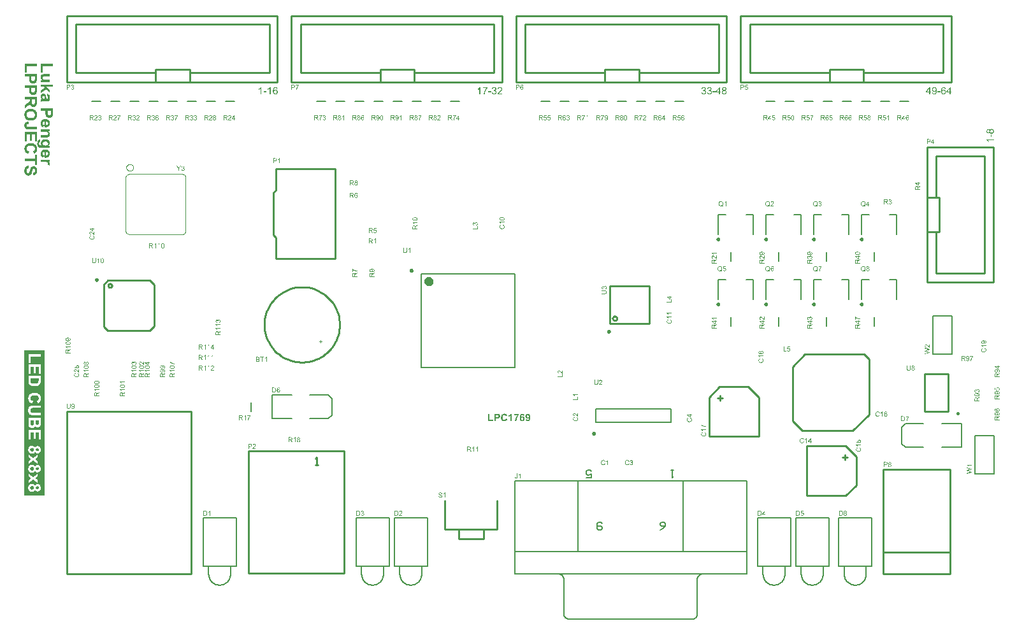
<source format=gto>
%FSLAX43Y43*%
%MOMM*%
%SFA1B1*%

%IPPOS*%
%ADD31C,0.254000*%
%ADD68C,0.248920*%
%ADD69C,0.599440*%
%ADD70C,0.099060*%
%ADD71C,0.127000*%
%ADD72C,0.200660*%
%ADD73C,0.149860*%
%LNlp_led_cube_8x8x8-1*%
%LPD*%
G36*
X79123Y88765D02*
X79128D01*
X79136Y88762*
X79154Y88760*
X79174Y88755*
X79194Y88747*
X79214Y88737*
X79225Y88729*
X79235Y88722*
X79237*
Y88719*
X79240Y88717*
X79242Y88714*
X79247Y88709*
X79250Y88704*
X79263Y88691*
X79273Y88673*
X79281Y88653*
X79291Y88630*
X79296Y88605*
X79214Y88597*
Y88600*
Y88605*
X79212Y88612*
X79207Y88623*
X79204Y88635*
X79197Y88645*
X79192Y88656*
X79184Y88666*
X79181*
X79179Y88671*
X79171Y88676*
X79164Y88684*
X79151Y88689*
X79138Y88694*
X79120Y88699*
X79105*
X79098*
X79090*
X79082Y88696*
X79070Y88694*
X79060Y88691*
X79049Y88686*
X79037Y88679*
X79034Y88676*
X79032Y88673*
X79024Y88666*
X79016Y88658*
X79006Y88645*
X78996Y88633*
X78986Y88615*
X78976Y88597*
Y88595*
Y88592*
X78973Y88587*
Y88582*
X78971Y88574*
X78968Y88567*
X78966Y88559*
X78963Y88549*
Y88536*
X78960Y88524*
X78958Y88511*
Y88496*
X78955Y88480*
Y88465*
Y88447*
X78960Y88455*
X78966Y88463*
X78976Y88470*
X78983Y88483*
X78996Y88493*
X79009Y88503*
X79024Y88513*
X79027*
X79032Y88516*
X79042Y88518*
X79052Y88524*
X79065Y88529*
X79080Y88531*
X79095Y88534*
X79113*
X79120*
X79126*
X79133Y88531*
X79141*
X79151Y88529*
X79161Y88526*
X79181Y88521*
X79194Y88516*
X79204Y88508*
X79214Y88503*
X79227Y88496*
X79240Y88485*
X79250Y88475*
Y88473*
X79253*
X79255Y88470*
X79258Y88465*
X79263Y88458*
X79268Y88452*
X79273Y88442*
X79278Y88435*
X79283Y88422*
X79288Y88412*
X79293Y88399*
X79298Y88386*
X79301Y88371*
X79303Y88356*
X79306Y88341*
Y88323*
Y88320*
Y88318*
Y88313*
Y88308*
Y88300*
X79301Y88285*
X79298Y88267*
X79293Y88249*
X79288Y88229*
X79278Y88209*
Y88206*
X79275Y88204*
X79273Y88201*
X79268Y88191*
X79260Y88178*
X79250Y88165*
X79237Y88153*
X79222Y88140*
X79207Y88127*
X79204*
X79202Y88125*
X79197*
X79189Y88120*
X79176Y88115*
X79161Y88110*
X79143Y88104*
X79123Y88102*
X79100*
X79095*
X79093*
X79085*
X79075*
X79067Y88104*
X79054Y88107*
X79044Y88110*
X79032Y88115*
X79016Y88120*
X79004Y88125*
X78991Y88132*
X78976Y88140*
X78963Y88150*
X78950Y88160*
X78938Y88173*
Y88176*
X78935Y88178*
X78933Y88181*
X78930Y88188*
X78922Y88196*
X78917Y88206*
X78912Y88219*
X78907Y88231*
X78900Y88247*
X78894Y88264*
X78889Y88285*
X78887Y88308*
X78882Y88331*
X78879Y88358*
X78877Y88386*
X78874Y88417*
Y88419*
Y88425*
X78877Y88435*
Y88447*
Y88463*
X78879Y88480*
X78882Y88498*
X78884Y88521*
X78887Y88541*
X78892Y88567*
X78897Y88590*
X78905Y88610*
X78912Y88633*
X78922Y88653*
X78933Y88673*
X78945Y88691*
X78948Y88694*
X78950Y88696*
X78955Y88701*
X78963Y88709*
X78968Y88714*
X78978Y88722*
X78988Y88727*
X78999Y88734*
X79011Y88742*
X79027Y88747*
X79039Y88755*
X79054Y88760*
X79072Y88762*
X79090Y88765*
X79110*
X79118*
X79123*
G37*
G36*
X78567Y88762D02*
X78574D01*
X78595Y88760*
X78615Y88757*
X78638Y88755*
X78658Y88750*
X78668Y88747*
X78676Y88745*
X78679*
X78684Y88742*
X78694Y88737*
X78704Y88729*
X78714Y88722*
X78727Y88712*
X78737Y88699*
X78750Y88684*
Y88681*
X78755Y88676*
X78757Y88666*
X78762Y88653*
X78767Y88640*
X78773Y88623*
X78775Y88605*
X78778Y88585*
Y88582*
Y88579*
X78775Y88574*
Y88567*
Y88559*
X78770Y88544*
X78765Y88526*
X78757Y88506*
X78747Y88485*
X78739Y88478*
X78732Y88468*
X78729Y88465*
X78727Y88463*
X78724Y88460*
X78719Y88455*
X78712Y88452*
X78704Y88447*
X78699Y88442*
X78689Y88437*
X78679Y88432*
X78666Y88427*
X78656Y88422*
X78640Y88419*
X78625Y88414*
X78610Y88412*
X78592Y88409*
X78595Y88407*
X78600Y88404*
X78605Y88402*
X78612Y88397*
X78630Y88386*
X78638Y88381*
X78646Y88376*
X78648Y88374*
X78651Y88369*
X78658Y88361*
X78668Y88351*
X78679Y88338*
X78691Y88325*
X78704Y88308*
X78717Y88290*
X78828Y88112*
X78722*
X78635Y88247*
Y88249*
X78633*
Y88254*
X78630Y88257*
X78623Y88267*
X78615Y88280*
X78605Y88295*
X78592Y88310*
X78582Y88323*
X78574Y88336*
X78572Y88338*
X78569Y88341*
X78564Y88348*
X78559Y88353*
X78544Y88369*
X78536Y88374*
X78529Y88379*
Y88381*
X78526*
X78524Y88384*
X78516Y88386*
X78511Y88389*
X78506Y88391*
X78491Y88397*
X78488*
X78483*
X78478Y88399*
X78473*
X78465*
X78455Y88402*
X78343*
Y88112*
X78257*
Y88762*
X78559*
X78567*
G37*
G36*
X81795Y84005D02*
X81533D01*
X81498Y83830*
X81500*
X81506Y83832*
X81508Y83835*
X81516Y83837*
X81521Y83842*
X81536Y83850*
X81556Y83858*
X81577Y83863*
X81600Y83868*
X81610Y83870*
X81630*
X81635Y83868*
X81643*
X81653*
X81660Y83865*
X81671Y83863*
X81694Y83855*
X81706Y83850*
X81719Y83845*
X81732Y83837*
X81744Y83830*
X81754Y83822*
X81765Y83812*
X81767Y83809*
X81770Y83807*
X81772Y83804*
X81775Y83799*
X81780Y83794*
X81785Y83786*
X81790Y83779*
X81795Y83769*
X81800Y83759*
X81805Y83748*
X81810Y83736*
X81815Y83720*
X81821Y83708*
X81823Y83692*
Y83675*
X81826Y83659*
Y83657*
Y83654*
Y83649*
X81823Y83644*
Y83637*
Y83626*
X81821Y83616*
X81818Y83606*
X81813Y83583*
X81803Y83558*
X81798Y83543*
X81790Y83532*
X81782Y83517*
X81772Y83507*
Y83505*
X81770Y83502*
X81767Y83499*
X81762Y83494*
X81754Y83489*
X81747Y83482*
X81739Y83474*
X81729Y83466*
X81716Y83459*
X81704Y83454*
X81688Y83446*
X81676Y83438*
X81658Y83436*
X81640Y83431*
X81622Y83428*
X81602*
X81594*
X81587*
X81579*
X81572Y83431*
X81561*
X81551Y83433*
X81526Y83438*
X81503Y83449*
X81490Y83454*
X81480Y83461*
X81467Y83466*
X81457Y83477*
X81455*
Y83479*
X81452Y83482*
X81447Y83484*
X81445Y83489*
X81440Y83497*
X81432Y83505*
X81429Y83512*
X81422Y83520*
X81417Y83530*
X81406Y83553*
X81399Y83578*
X81396Y83593*
X81394Y83609*
X81478Y83616*
Y83614*
Y83611*
Y83609*
X81480Y83604*
X81483Y83593*
X81485Y83581*
X81490Y83565*
X81498Y83550*
X81508Y83535*
X81521Y83522*
X81526Y83517*
X81533Y83515*
X81544Y83507*
X81554Y83502*
X81569Y83497*
X81584Y83494*
X81602Y83492*
X81607*
X81612Y83494*
X81622*
X81635Y83499*
X81653Y83505*
X81668Y83510*
X81686Y83522*
X81694Y83530*
X81701Y83535*
Y83538*
X81704Y83540*
X81706Y83543*
X81714Y83555*
X81721Y83568*
X81727Y83583*
X81734Y83604*
X81739Y83626*
Y83639*
Y83652*
Y83654*
Y83659*
Y83662*
Y83670*
Y83675*
X81737Y83690*
X81732Y83708*
X81724Y83726*
X81714Y83743*
X81701Y83759*
Y83761*
X81696Y83766*
X81686Y83771*
X81676Y83779*
X81660Y83786*
X81643Y83792*
X81625Y83797*
X81612Y83799*
X81594*
X81587*
X81577Y83797*
X81567Y83794*
X81556Y83792*
X81544Y83786*
X81531Y83781*
X81526Y83779*
X81521Y83774*
X81513Y83769*
X81506Y83764*
X81498Y83753*
X81490Y83746*
X81483Y83736*
X81406Y83746*
X81470Y84081*
X81795*
Y84005*
G37*
G36*
X79247Y78061D02*
X79113Y77975D01*
X79110*
Y77972*
X79105*
X79103Y77970*
X79093Y77962*
X79080Y77955*
X79065Y77944*
X79049Y77932*
X79037Y77922*
X79024Y77914*
X79021Y77911*
X79019Y77909*
X79011Y77904*
X79006Y77899*
X78991Y77884*
X78986Y77876*
X78981Y77868*
X78978*
Y77866*
X78976Y77863*
X78973Y77856*
X78971Y77850*
X78968Y77845*
X78963Y77830*
Y77828*
Y77823*
X78960Y77817*
Y77812*
Y77805*
X78958Y77795*
Y77782*
Y77683*
X79247*
Y77596*
X78597*
Y77884*
Y77886*
Y77889*
Y77894*
Y77899*
Y77906*
Y77914*
X78600Y77934*
X78602Y77955*
X78605Y77977*
X78610Y77998*
X78612Y78008*
X78615Y78016*
Y78018*
X78618Y78023*
X78623Y78033*
X78630Y78044*
X78638Y78054*
X78648Y78066*
X78661Y78077*
X78676Y78089*
X78679*
X78684Y78094*
X78694Y78097*
X78706Y78102*
X78719Y78107*
X78737Y78112*
X78755Y78115*
X78775Y78117*
X78780*
X78785Y78115*
X78793*
X78800*
X78816Y78110*
X78833Y78104*
X78854Y78097*
X78874Y78087*
X78882Y78079*
X78892Y78071*
X78894Y78069*
X78897Y78066*
X78900Y78064*
X78905Y78059*
X78907Y78051*
X78912Y78044*
X78917Y78038*
X78922Y78028*
X78927Y78018*
X78933Y78005*
X78938Y77995*
X78940Y77980*
X78945Y77965*
X78948Y77950*
X78950Y77932*
X78953Y77934*
X78955Y77939*
X78958Y77944*
X78963Y77952*
X78973Y77970*
X78978Y77977*
X78983Y77985*
X78986Y77988*
X78991Y77990*
X78999Y77998*
X79009Y78008*
X79021Y78018*
X79034Y78031*
X79052Y78044*
X79070Y78056*
X79247Y78168*
Y78061*
G37*
G36*
X78567Y90413D02*
X78574D01*
X78595Y90411*
X78615Y90408*
X78638Y90406*
X78658Y90401*
X78668Y90398*
X78676Y90396*
X78679*
X78684Y90393*
X78694Y90388*
X78704Y90380*
X78714Y90373*
X78727Y90363*
X78737Y90350*
X78750Y90335*
Y90332*
X78755Y90327*
X78757Y90317*
X78762Y90304*
X78767Y90291*
X78773Y90274*
X78775Y90256*
X78778Y90236*
Y90233*
Y90230*
X78775Y90225*
Y90218*
Y90210*
X78770Y90195*
X78765Y90177*
X78757Y90157*
X78747Y90136*
X78739Y90129*
X78732Y90119*
X78729Y90116*
X78727Y90114*
X78724Y90111*
X78719Y90106*
X78712Y90103*
X78704Y90098*
X78699Y90093*
X78689Y90088*
X78679Y90083*
X78666Y90078*
X78656Y90073*
X78640Y90070*
X78625Y90065*
X78610Y90063*
X78592Y90060*
X78595Y90058*
X78600Y90055*
X78605Y90053*
X78612Y90048*
X78630Y90037*
X78638Y90032*
X78646Y90027*
X78648Y90025*
X78651Y90020*
X78658Y90012*
X78668Y90002*
X78679Y89989*
X78691Y89976*
X78704Y89959*
X78717Y89941*
X78828Y89763*
X78722*
X78635Y89898*
Y89900*
X78633*
Y89905*
X78630Y89908*
X78623Y89918*
X78615Y89931*
X78605Y89946*
X78592Y89961*
X78582Y89974*
X78574Y89987*
X78572Y89989*
X78569Y89992*
X78564Y89999*
X78559Y90004*
X78544Y90020*
X78536Y90025*
X78529Y90030*
Y90032*
X78526*
X78524Y90035*
X78516Y90037*
X78511Y90040*
X78506Y90042*
X78491Y90048*
X78488*
X78483*
X78478Y90050*
X78473*
X78465*
X78455Y90053*
X78343*
Y89763*
X78257*
Y90413*
X78559*
X78567*
G37*
G36*
X79105Y90416D02*
X79113Y90413D01*
X79120*
X79131*
X79138Y90411*
X79161Y90403*
X79184Y90396*
X79197Y90390*
X79207Y90383*
X79217Y90375*
X79227Y90368*
X79230Y90365*
X79232Y90363*
X79237Y90357*
X79240Y90352*
X79245Y90347*
X79255Y90332*
X79263Y90314*
X79273Y90294*
X79278Y90271*
X79281Y90258*
Y90246*
Y90243*
Y90238*
Y90230*
X79278Y90218*
X79275Y90205*
X79270Y90192*
X79265Y90180*
X79255Y90167*
Y90164*
X79250Y90162*
X79245Y90154*
X79237Y90147*
X79227Y90139*
X79214Y90131*
X79202Y90121*
X79184Y90114*
X79187*
X79189*
X79194Y90111*
X79204Y90106*
X79220Y90098*
X79232Y90091*
X79247Y90081*
X79263Y90068*
X79275Y90053*
Y90050*
X79281Y90045*
X79286Y90035*
X79291Y90022*
X79296Y90007*
X79301Y89989*
X79306Y89969*
Y89949*
Y89943*
Y89941*
Y89933*
Y89928*
X79303Y89918*
X79301Y89910*
X79298Y89900*
X79293Y89877*
X79288Y89865*
X79281Y89855*
X79275Y89842*
X79268Y89832*
X79258Y89819*
X79247Y89809*
Y89806*
X79245*
X79242Y89804*
X79237Y89799*
X79230Y89796*
X79225Y89791*
X79214Y89786*
X79207Y89781*
X79197Y89773*
X79184Y89771*
X79171Y89766*
X79156Y89761*
X79143Y89758*
X79126Y89755*
X79110Y89753*
X79093*
X79082*
X79077*
X79067*
X79060Y89755*
X79049*
X79037Y89761*
X79011Y89766*
X78999Y89771*
X78986Y89776*
X78973Y89781*
X78960Y89788*
X78948Y89799*
X78938Y89809*
X78935*
X78933Y89811*
X78930Y89814*
X78927Y89819*
X78922Y89824*
X78917Y89832*
X78912Y89839*
X78907Y89847*
X78902Y89857*
X78897Y89867*
X78887Y89893*
X78884Y89905*
X78882Y89921*
X78879Y89936*
Y89951*
Y89954*
Y89956*
Y89961*
Y89966*
Y89974*
X78882Y89987*
X78887Y90004*
X78892Y90022*
X78900Y90040*
X78910Y90055*
Y90058*
X78912*
X78915Y90063*
X78922Y90070*
X78933Y90081*
X78948Y90088*
X78963Y90098*
X78981Y90109*
X79001Y90114*
Y90116*
X78999*
X78993Y90119*
X78986Y90121*
X78973Y90129*
X78963Y90136*
X78950Y90144*
X78938Y90154*
X78927Y90167*
X78925Y90172*
X78920Y90180*
X78917Y90190*
X78912Y90200*
X78907Y90215*
X78905Y90230*
Y90248*
Y90251*
Y90256*
Y90261*
X78907Y90266*
Y90274*
X78912Y90289*
X78917Y90309*
X78925Y90327*
X78933Y90337*
X78938Y90350*
X78948Y90357*
X78955Y90368*
X78958Y90370*
X78960Y90373*
X78966Y90375*
X78968Y90378*
X78976Y90383*
X78983Y90388*
X78991Y90393*
X79001Y90396*
X79011Y90401*
X79021Y90406*
X79034Y90408*
X79060Y90413*
X79075Y90416*
X79090*
X79100*
X79105*
G37*
G36*
X78668Y78646D02*
X78671Y78643D01*
X78676Y78638*
X78681Y78635*
X78686Y78630*
X78694Y78623*
X78704Y78615*
X78717Y78605*
X78727Y78597*
X78739Y78587*
X78755Y78577*
X78770Y78567*
X78788Y78554*
X78806Y78544*
X78823Y78534*
X78844Y78521*
X78846*
X78849Y78519*
X78854Y78516*
X78864Y78511*
X78874Y78506*
X78884Y78501*
X78897Y78493*
X78912Y78488*
X78930Y78480*
X78948Y78470*
X78966Y78465*
X78986Y78458*
X79027Y78442*
X79070Y78427*
X79072*
X79077Y78425*
X79082*
X79090Y78422*
X79100Y78419*
X79110Y78417*
X79120Y78414*
X79136Y78412*
X79148Y78409*
X79179Y78404*
X79212Y78399*
X79247Y78397*
Y78315*
X79240*
X79235*
X79227*
X79217Y78318*
X79207*
X79197Y78320*
X79181*
X79169Y78323*
X79154Y78325*
X79138Y78328*
X79120Y78331*
X79103Y78336*
X79062Y78346*
X79060*
X79052Y78348*
X79044Y78351*
X79034Y78353*
X79024Y78356*
X79011Y78361*
X78996Y78366*
X78981Y78371*
X78966Y78376*
X78930Y78392*
X78892Y78409*
X78854Y78427*
X78849Y78430*
X78844Y78432*
X78836Y78437*
X78828Y78442*
X78818Y78447*
X78806Y78455*
X78795Y78463*
X78767Y78480*
X78739Y78498*
X78709Y78521*
X78684Y78544*
Y78224*
X78605*
Y78646*
X78668*
G37*
G36*
X81081Y84089D02*
X81089D01*
X81109Y84086*
X81130Y84084*
X81152Y84081*
X81173Y84076*
X81183Y84073*
X81191Y84071*
X81193*
X81198Y84068*
X81208Y84063*
X81219Y84056*
X81229Y84048*
X81241Y84038*
X81252Y84025*
X81264Y84010*
Y84007*
X81269Y84002*
X81272Y83992*
X81277Y83980*
X81282Y83967*
X81287Y83949*
X81290Y83931*
X81292Y83911*
Y83908*
Y83906*
X81290Y83901*
Y83893*
Y83886*
X81285Y83870*
X81279Y83853*
X81272Y83832*
X81262Y83812*
X81254Y83804*
X81246Y83794*
X81244Y83792*
X81241Y83789*
X81239Y83786*
X81234Y83781*
X81226Y83779*
X81219Y83774*
X81213Y83769*
X81203Y83764*
X81193Y83759*
X81180Y83753*
X81170Y83748*
X81155Y83746*
X81140Y83741*
X81125Y83738*
X81107Y83736*
X81109Y83733*
X81114Y83731*
X81119Y83728*
X81127Y83723*
X81145Y83713*
X81152Y83708*
X81160Y83703*
X81163Y83700*
X81165Y83695*
X81173Y83687*
X81183Y83677*
X81193Y83665*
X81206Y83652*
X81219Y83634*
X81231Y83616*
X81343Y83438*
X81236*
X81150Y83573*
Y83576*
X81147*
Y83578*
X81145Y83583*
X81137Y83593*
X81130Y83606*
X81119Y83621*
X81107Y83637*
X81097Y83649*
X81089Y83662*
X81086Y83665*
X81084Y83667*
X81079Y83675*
X81074Y83680*
X81059Y83695*
X81051Y83700*
X81043Y83705*
Y83708*
X81041*
X81038Y83710*
X81031Y83713*
X81025Y83715*
X81020Y83718*
X81005Y83723*
X81003*
X80998*
X80992Y83726*
X80987*
X80980*
X80970Y83728*
X80858*
Y83438*
X80771*
Y84089*
X81074*
X81081*
G37*
G36*
X81694Y82041D02*
X81615D01*
Y82549*
X81610Y82544*
X81602Y82539*
X81594Y82534*
X81584Y82524*
X81572Y82514*
X81556Y82504*
X81539Y82494*
X81536*
X81531Y82489*
X81521Y82486*
X81511Y82478*
X81498Y82473*
X81483Y82466*
X81470Y82461*
X81455Y82453*
Y82532*
X81457Y82534*
X81462*
X81465Y82537*
X81473Y82539*
X81478Y82544*
X81495Y82552*
X81513Y82562*
X81531Y82577*
X81551Y82590*
X81572Y82608*
X81574*
X81577Y82613*
X81579Y82616*
X81589Y82623*
X81600Y82636*
X81610Y82649*
X81622Y82664*
X81633Y82679*
X81643Y82694*
X81694*
Y82041*
G37*
G36*
X81081Y82692D02*
X81089D01*
X81109Y82689*
X81130Y82687*
X81152Y82684*
X81173Y82679*
X81183Y82676*
X81191Y82674*
X81193*
X81198Y82671*
X81208Y82666*
X81219Y82659*
X81229Y82651*
X81241Y82641*
X81252Y82628*
X81264Y82613*
Y82610*
X81269Y82605*
X81272Y82595*
X81277Y82583*
X81282Y82570*
X81287Y82552*
X81290Y82534*
X81292Y82514*
Y82511*
Y82509*
X81290Y82504*
Y82496*
Y82489*
X81285Y82473*
X81279Y82456*
X81272Y82435*
X81262Y82415*
X81254Y82407*
X81246Y82397*
X81244Y82395*
X81241Y82392*
X81239Y82389*
X81234Y82384*
X81226Y82382*
X81219Y82377*
X81213Y82372*
X81203Y82367*
X81193Y82362*
X81180Y82356*
X81170Y82351*
X81155Y82349*
X81140Y82344*
X81125Y82341*
X81107Y82339*
X81109Y82336*
X81114Y82334*
X81119Y82331*
X81127Y82326*
X81145Y82316*
X81152Y82311*
X81160Y82306*
X81163Y82303*
X81165Y82298*
X81173Y82290*
X81183Y82280*
X81193Y82268*
X81206Y82255*
X81219Y82237*
X81231Y82219*
X81343Y82041*
X81236*
X81150Y82176*
Y82179*
X81147*
Y82181*
X81145Y82186*
X81137Y82196*
X81130Y82209*
X81119Y82224*
X81107Y82240*
X81097Y82252*
X81089Y82265*
X81086Y82268*
X81084Y82270*
X81079Y82275*
X81074Y82283*
X81059Y82298*
X81051Y82303*
X81043Y82308*
Y82311*
X81041*
X81038Y82313*
X81031Y82316*
X81025Y82318*
X81020Y82321*
X81005Y82326*
X81003*
X80998*
X80992Y82329*
X80987*
X80980*
X80970Y82331*
X80858*
Y82041*
X80771*
Y82692*
X81074*
X81081*
G37*
G36*
X147106Y79011D02*
X147114Y79009D01*
X147124*
X147132*
X147142Y79006*
X147165Y78999*
X147187Y78991*
X147198Y78986*
X147210Y78978*
X147220Y78971*
X147231Y78963*
Y78960*
X147233*
X147236Y78958*
X147238Y78953*
X147243Y78948*
X147246Y78943*
X147256Y78927*
X147266Y78910*
X147274Y78889*
X147281Y78866*
Y78854*
Y78841*
Y78839*
Y78833*
Y78826*
X147279Y78813*
X147276Y78800*
X147271Y78788*
X147266Y78775*
X147259Y78762*
Y78760*
X147253Y78757*
X147248Y78750*
X147241Y78742*
X147231Y78734*
X147218Y78727*
X147203Y78717*
X147187Y78709*
X147190*
X147192*
X147195Y78706*
X147208Y78701*
X147220Y78694*
X147236Y78686*
X147251Y78676*
X147264Y78663*
X147276Y78648*
Y78646*
X147279*
X147281Y78640*
X147286Y78630*
X147294Y78618*
X147299Y78602*
X147304Y78585*
X147307Y78564*
X147309Y78544*
Y78539*
Y78536*
X147307Y78529*
Y78524*
Y78513*
X147304Y78506*
X147302Y78496*
X147294Y78473*
X147289Y78460*
X147284Y78450*
X147276Y78437*
X147269Y78427*
X147261Y78414*
X147251Y78404*
X147248Y78402*
X147246*
X147243Y78399*
X147238Y78394*
X147233Y78392*
X147226Y78386*
X147218Y78381*
X147208Y78376*
X147198Y78369*
X147185Y78366*
X147172Y78361*
X147159Y78356*
X147144Y78353*
X147129Y78351*
X147114Y78348*
X147093*
X147086*
X147078*
X147071*
X147060Y78351*
X147050*
X147040Y78356*
X147015Y78361*
X146999Y78366*
X146989Y78371*
X146974Y78376*
X146961Y78384*
X146951Y78394*
X146938Y78404*
X146936Y78407*
X146933Y78409*
X146928Y78414*
X146926Y78419*
X146921Y78427*
X146916Y78435*
X146911Y78442*
X146903Y78452*
X146900Y78463*
X146890Y78488*
X146885Y78501*
X146883Y78516*
Y78531*
X146880Y78546*
Y78549*
Y78552*
X146883Y78557*
Y78562*
Y78569*
X146885Y78582*
X146888Y78600*
X146893Y78618*
X146903Y78635*
X146913Y78651*
Y78653*
X146918Y78658*
X146926Y78666*
X146936Y78676*
X146949Y78684*
X146964Y78694*
X146982Y78704*
X147005Y78709*
X147002Y78712*
X146999*
X146997Y78714*
X146987Y78717*
X146977Y78724*
X146964Y78732*
X146951Y78739*
X146941Y78750*
X146931Y78762*
X146928*
X146926Y78767*
X146923Y78775*
X146918Y78785*
X146913Y78795*
X146911Y78811*
X146908Y78826*
X146905Y78844*
Y78846*
Y78851*
X146908Y78856*
Y78861*
X146911Y78869*
X146913Y78884*
X146918Y78905*
X146928Y78922*
X146933Y78933*
X146941Y78945*
X146949Y78953*
X146956Y78963*
X146959*
X146961Y78966*
X146964Y78968*
X146966Y78971*
X146972Y78973*
X146979Y78978*
X146987Y78983*
X146994Y78988*
X147002Y78991*
X147012Y78996*
X147025Y79001*
X147038Y79004*
X147063Y79009*
X147078Y79011*
X147093*
X147101*
X147106*
G37*
G36*
X149534Y87899D02*
X149542D01*
X149562Y87896*
X149583Y87894*
X149605Y87891*
X149626Y87886*
X149636Y87883*
X149644Y87881*
X149646*
X149651Y87878*
X149661Y87873*
X149672Y87866*
X149682Y87858*
X149694Y87848*
X149705Y87835*
X149717Y87820*
Y87817*
X149722Y87812*
X149725Y87802*
X149730Y87790*
X149735Y87777*
X149740Y87759*
X149743Y87741*
X149745Y87721*
Y87718*
Y87716*
X149743Y87711*
Y87703*
Y87696*
X149738Y87680*
X149732Y87663*
X149725Y87642*
X149715Y87622*
X149707Y87614*
X149699Y87604*
X149697Y87602*
X149694Y87599*
X149692Y87596*
X149687Y87591*
X149679Y87589*
X149672Y87584*
X149666Y87579*
X149656Y87574*
X149646Y87569*
X149633Y87563*
X149623Y87558*
X149608Y87556*
X149593Y87551*
X149578Y87548*
X149560Y87546*
X149562Y87543*
X149567Y87541*
X149572Y87538*
X149580Y87533*
X149598Y87523*
X149605Y87518*
X149613Y87513*
X149616Y87510*
X149618Y87505*
X149626Y87497*
X149636Y87487*
X149646Y87475*
X149659Y87462*
X149672Y87444*
X149684Y87426*
X149796Y87248*
X149689*
X149603Y87383*
Y87386*
X149600*
Y87391*
X149598Y87393*
X149590Y87403*
X149583Y87416*
X149572Y87431*
X149560Y87447*
X149550Y87459*
X149542Y87472*
X149539Y87475*
X149537Y87477*
X149532Y87485*
X149527Y87490*
X149512Y87505*
X149504Y87510*
X149496Y87515*
Y87518*
X149494*
X149491Y87520*
X149484Y87523*
X149478Y87525*
X149473Y87528*
X149458Y87533*
X149456*
X149451*
X149445Y87536*
X149440*
X149433*
X149423Y87538*
X149311*
Y87248*
X149224*
Y87899*
X149527*
X149534*
G37*
G36*
X153896Y90111D02*
X154050D01*
Y90032*
X153896*
Y89748*
X153822*
X153400Y90048*
Y90111*
X153822*
Y90200*
X153896*
Y90111*
G37*
G36*
X154050Y89618D02*
X153916Y89532D01*
X153913*
Y89529*
X153911*
X153906Y89527*
X153896Y89519*
X153883Y89512*
X153868Y89501*
X153852Y89489*
X153840Y89479*
X153827Y89471*
X153824Y89468*
X153822Y89466*
X153814Y89461*
X153809Y89456*
X153794Y89441*
X153789Y89433*
X153784Y89425*
X153781*
Y89423*
X153779Y89420*
X153776Y89413*
X153774Y89407*
X153771Y89402*
X153766Y89387*
Y89385*
Y89380*
X153763Y89374*
Y89369*
Y89362*
X153761Y89352*
Y89339*
Y89240*
X154050*
Y89153*
X153400*
Y89441*
Y89443*
Y89446*
Y89451*
Y89456*
Y89463*
Y89471*
X153403Y89491*
X153405Y89512*
X153408Y89534*
X153413Y89555*
X153415Y89565*
X153418Y89573*
Y89575*
X153421Y89580*
X153426Y89590*
X153433Y89601*
X153441Y89611*
X153451Y89623*
X153464Y89634*
X153479Y89646*
X153482*
X153487Y89651*
X153497Y89654*
X153509Y89659*
X153522Y89664*
X153540Y89669*
X153558Y89672*
X153578Y89674*
X153583*
X153588Y89672*
X153596*
X153603*
X153619Y89667*
X153636Y89661*
X153657Y89654*
X153677Y89644*
X153685Y89636*
X153695Y89628*
X153697Y89626*
X153700Y89623*
X153703Y89621*
X153708Y89616*
X153710Y89608*
X153715Y89601*
X153720Y89595*
X153725Y89585*
X153730Y89575*
X153736Y89562*
X153741Y89552*
X153743Y89537*
X153748Y89522*
X153751Y89507*
X153753Y89489*
X153756Y89491*
X153758Y89496*
X153761Y89501*
X153766Y89509*
X153776Y89527*
X153781Y89534*
X153786Y89542*
X153789Y89545*
X153794Y89547*
X153802Y89555*
X153812Y89565*
X153824Y89575*
X153837Y89588*
X153855Y89601*
X153873Y89613*
X154050Y89725*
Y89618*
G37*
G36*
X150070Y87901D02*
X150083Y87899D01*
X150098Y87896*
X150113Y87891*
X150131Y87886*
X150149Y87878*
X150157Y87873*
X150164Y87868*
X150174Y87863*
X150185Y87853*
X150197Y87843*
X150207Y87830*
X150218Y87815*
X150220Y87810*
X150225Y87802*
X150230Y87790*
X150233Y87779*
X150238Y87764*
X150240Y87749*
Y87734*
Y87731*
Y87726*
Y87718*
X150238Y87708*
X150235Y87696*
X150230Y87683*
X150225Y87668*
X150218Y87655*
Y87652*
X150215Y87650*
X150207Y87642*
X150200Y87635*
X150192Y87627*
X150180Y87617*
X150167Y87609*
X150152Y87602*
X150154Y87599*
X150157*
X150162*
X150172Y87594*
X150185Y87589*
X150200Y87581*
X150215Y87571*
X150228Y87558*
X150240Y87546*
X150243Y87543*
X150246Y87538*
X150251Y87528*
X150258Y87515*
X150263Y87502*
X150268Y87485*
X150274Y87462*
Y87439*
Y87436*
Y87431*
Y87426*
X150271Y87419*
X150268Y87411*
Y87401*
X150266Y87391*
X150258Y87368*
X150253Y87355*
X150248Y87345*
X150240Y87332*
X150230Y87320*
X150223Y87307*
X150210Y87297*
X150207Y87294*
X150205Y87292*
X150200Y87287*
X150192Y87282*
X150187Y87276*
X150177Y87271*
X150167Y87266*
X150157Y87261*
X150144Y87256*
X150131Y87251*
X150119Y87246*
X150103Y87243*
X150088Y87241*
X150070Y87238*
X150053*
X150045*
X150040*
X150032*
X150022Y87241*
X150014*
X150004Y87243*
X149981Y87248*
X149959Y87259*
X149946Y87264*
X149933Y87271*
X149923Y87279*
X149910Y87289*
X149908Y87292*
X149905Y87294*
X149903Y87297*
X149898Y87302*
X149893Y87309*
X149887Y87315*
X149882Y87325*
X149877Y87332*
X149872Y87342*
X149859Y87365*
X149852Y87391*
X149849Y87406*
X149847Y87421*
X149928Y87431*
Y87429*
X149931Y87424*
Y87419*
Y87414*
X149933Y87409*
X149938Y87393*
X149943Y87375*
X149953Y87360*
X149961Y87345*
X149974Y87332*
X149976*
X149979Y87327*
X149986Y87322*
X149997Y87317*
X150007Y87312*
X150022Y87307*
X150037Y87304*
X150055Y87302*
X150060*
X150063Y87304*
X150073*
X150088Y87307*
X150103Y87312*
X150119Y87320*
X150134Y87327*
X150149Y87342*
X150152*
X150157Y87350*
X150162Y87358*
X150169Y87368*
X150177Y87383*
X150182Y87398*
X150187Y87419*
X150190Y87439*
Y87442*
Y87444*
X150187Y87447*
Y87459*
X150185Y87469*
X150180Y87485*
X150174Y87500*
X150164Y87515*
X150152Y87530*
X150149*
X150147Y87536*
X150139Y87541*
X150129Y87548*
X150113Y87553*
X150098Y87558*
X150080Y87563*
X150060Y87566*
X150053*
X150045Y87563*
X150037*
X150027Y87561*
X150017Y87558*
X150004Y87556*
X150014Y87627*
X150020*
X150022*
X150035*
X150045*
X150058Y87629*
X150070Y87632*
X150088Y87637*
X150103Y87645*
X150119Y87652*
X150121*
X150124Y87657*
X150131Y87665*
X150139Y87673*
X150147Y87685*
X150154Y87698*
X150157Y87716*
X150159Y87723*
Y87734*
Y87736*
Y87741*
X150157Y87749*
Y87759*
X150152Y87772*
X150147Y87784*
X150139Y87795*
X150129Y87807*
X150124Y87812*
X150119Y87815*
X150108Y87823*
X150098Y87828*
X150086Y87830*
X150070Y87835*
X150053*
X150045*
X150037*
X150025Y87833*
X150012Y87828*
X150002Y87823*
X149986Y87815*
X149976Y87807*
X149974Y87805*
X149971Y87802*
X149966Y87795*
X149959Y87784*
X149951Y87772*
X149946Y87759*
X149941Y87741*
X149936Y87718*
X149857Y87734*
Y87736*
Y87741*
X149859Y87746*
Y87754*
X149865Y87762*
X149870Y87779*
X149880Y87800*
X149890Y87820*
X149905Y87840*
X149923Y87858*
X149926*
X149928Y87861*
X149931Y87863*
X149936Y87868*
X149943Y87871*
X149948Y87876*
X149959Y87881*
X149976Y87889*
X149999Y87896*
X150022Y87899*
X150037Y87901*
X150060*
X150070*
G37*
G36*
X65054Y59126D02*
D01*
X65051Y59123*
X65046Y59118*
X65044Y59113*
X65039Y59108*
X65031Y59100*
X65023Y59090*
X65013Y59077*
X65006Y59067*
X64996Y59054*
X64985Y59039*
X64975Y59024*
X64963Y59006*
X64952Y58988*
X64942Y58971*
X64930Y58950*
Y58948*
X64927Y58945*
X64924Y58940*
X64919Y58930*
X64914Y58920*
X64909Y58910*
X64902Y58897*
X64896Y58882*
X64889Y58864*
X64881Y58846*
X64874Y58828*
X64866Y58808*
X64851Y58767*
X64836Y58724*
Y58722*
X64833Y58717*
Y58712*
X64830Y58704*
X64828Y58694*
X64825Y58684*
X64823Y58673*
X64820Y58658*
X64818Y58646*
X64813Y58615*
X64808Y58582*
X64805Y58546*
X64724*
Y58549*
Y58554*
Y58559*
Y58567*
X64726Y58577*
Y58587*
X64729Y58597*
Y58613*
X64731Y58625*
X64734Y58640*
X64736Y58656*
X64739Y58673*
X64744Y58691*
X64754Y58732*
Y58734*
X64757Y58742*
X64759Y58750*
X64762Y58760*
X64764Y58770*
X64769Y58783*
X64775Y58798*
X64780Y58813*
X64787Y58828*
X64800Y58864*
X64818Y58902*
X64836Y58940*
X64838*
Y58945*
X64841Y58950*
X64846Y58958*
X64851Y58966*
X64856Y58976*
X64863Y58988*
X64871Y58999*
X64889Y59027*
X64907Y59054*
X64930Y59085*
X64952Y59110*
X64632*
Y59189*
X65054*
Y59126*
G37*
G36*
X64422Y58546D02*
X64343D01*
Y59054*
X64338Y59049*
X64330Y59044*
X64322Y59039*
X64312Y59029*
X64300Y59019*
X64284Y59009*
X64267Y58999*
X64264*
X64259Y58994*
X64249Y58991*
X64239Y58983*
X64226Y58978*
X64211Y58971*
X64198Y58966*
X64183Y58958*
Y59037*
X64185Y59039*
X64190*
X64193Y59042*
X64201Y59044*
X64206Y59049*
X64223Y59057*
X64241Y59067*
X64259Y59082*
X64279Y59095*
X64300Y59113*
X64302*
X64305Y59118*
X64307Y59121*
X64317Y59128*
X64328Y59141*
X64338Y59154*
X64350Y59169*
X64361Y59184*
X64371Y59199*
X64422*
Y58546*
G37*
G36*
X63809Y59197D02*
X63817D01*
X63837Y59194*
X63858Y59192*
X63880Y59189*
X63901Y59184*
X63911Y59181*
X63919Y59179*
X63921*
X63926Y59176*
X63936Y59171*
X63947Y59164*
X63957Y59156*
X63969Y59146*
X63980Y59133*
X63992Y59118*
Y59115*
X63997Y59110*
X64000Y59100*
X64005Y59088*
X64010Y59075*
X64015Y59057*
X64018Y59039*
X64020Y59019*
Y59016*
Y59014*
X64018Y59009*
Y59001*
Y58994*
X64013Y58978*
X64007Y58961*
X64000Y58940*
X63990Y58920*
X63982Y58912*
X63974Y58902*
X63972Y58900*
X63969Y58897*
X63967Y58894*
X63962Y58889*
X63954Y58887*
X63947Y58882*
X63941Y58877*
X63931Y58872*
X63921Y58867*
X63908Y58861*
X63898Y58856*
X63883Y58854*
X63868Y58849*
X63853Y58846*
X63835Y58844*
X63837Y58841*
X63842Y58839*
X63847Y58836*
X63855Y58831*
X63873Y58821*
X63880Y58816*
X63888Y58811*
X63891Y58808*
X63893Y58803*
X63901Y58795*
X63911Y58785*
X63921Y58773*
X63934Y58760*
X63947Y58742*
X63959Y58724*
X64071Y58546*
X63964*
X63878Y58681*
Y58684*
X63875*
Y58686*
X63873Y58691*
X63865Y58701*
X63858Y58714*
X63847Y58729*
X63835Y58745*
X63825Y58757*
X63817Y58770*
X63814Y58773*
X63812Y58775*
X63807Y58780*
X63802Y58788*
X63787Y58803*
X63779Y58808*
X63771Y58813*
Y58816*
X63769*
X63766Y58818*
X63759Y58821*
X63753Y58823*
X63748Y58826*
X63733Y58831*
X63731*
X63726*
X63720Y58834*
X63715*
X63708*
X63698Y58836*
X63586*
Y58546*
X63499*
Y59197*
X63802*
X63809*
G37*
G36*
X71457Y56278D02*
X71465Y56276D01*
X71473*
X71483*
X71490Y56273*
X71513Y56266*
X71536Y56258*
X71549Y56253*
X71559Y56245*
X71569Y56238*
X71579Y56230*
X71582Y56227*
X71584Y56225*
X71589Y56220*
X71592Y56215*
X71597Y56210*
X71607Y56194*
X71615Y56177*
X71625Y56156*
X71630Y56133*
X71633Y56121*
Y56108*
Y56106*
Y56100*
Y56093*
X71630Y56080*
X71627Y56067*
X71622Y56055*
X71617Y56042*
X71607Y56029*
Y56027*
X71605Y56024*
X71597Y56017*
X71589Y56009*
X71579Y56001*
X71567Y55994*
X71554Y55984*
X71536Y55976*
X71539*
X71541*
X71546Y55973*
X71556Y55968*
X71572Y55961*
X71584Y55953*
X71600Y55943*
X71615Y55930*
X71627Y55915*
Y55913*
X71633Y55907*
X71638Y55897*
X71643Y55885*
X71648Y55869*
X71653Y55852*
X71658Y55831*
Y55811*
Y55806*
Y55803*
Y55796*
Y55791*
X71655Y55780*
X71653Y55773*
X71650Y55763*
X71645Y55740*
X71640Y55727*
X71633Y55717*
X71627Y55704*
X71620Y55694*
X71610Y55681*
X71600Y55671*
Y55669*
X71597*
X71594Y55666*
X71589Y55661*
X71582Y55659*
X71577Y55653*
X71567Y55648*
X71559Y55643*
X71549Y55636*
X71536Y55633*
X71523Y55628*
X71511Y55623*
X71495Y55620*
X71478Y55618*
X71462Y55615*
X71445*
X71434*
X71429*
X71419*
X71412Y55618*
X71401*
X71389Y55623*
X71363Y55628*
X71351Y55633*
X71338Y55638*
X71325Y55643*
X71313Y55651*
X71300Y55661*
X71290Y55671*
X71287*
X71285Y55674*
X71282Y55676*
X71280Y55681*
X71274Y55686*
X71269Y55694*
X71264Y55702*
X71259Y55709*
X71254Y55719*
X71249Y55730*
X71239Y55755*
X71236Y55768*
X71234Y55783*
X71231Y55798*
Y55813*
Y55816*
Y55819*
Y55824*
Y55829*
Y55836*
X71234Y55849*
X71239Y55867*
X71244Y55885*
X71252Y55902*
X71262Y55918*
Y55920*
X71264*
X71267Y55925*
X71274Y55933*
X71285Y55943*
X71300Y55951*
X71315Y55961*
X71333Y55971*
X71353Y55976*
Y55979*
X71351*
X71346Y55981*
X71338Y55984*
X71325Y55991*
X71315Y55999*
X71302Y56006*
X71290Y56017*
X71280Y56029*
X71277Y56034*
X71272Y56042*
X71269Y56052*
X71264Y56062*
X71259Y56078*
X71257Y56093*
Y56111*
Y56113*
Y56118*
Y56123*
X71259Y56128*
Y56136*
X71264Y56151*
X71269Y56172*
X71280Y56189*
X71285Y56200*
X71290Y56212*
X71300Y56220*
X71307Y56230*
X71310Y56233*
X71313Y56235*
X71318Y56238*
X71323Y56240*
X71328Y56245*
X71335Y56250*
X71343Y56255*
X71353Y56258*
X71363Y56263*
X71373Y56268*
X71386Y56271*
X71412Y56276*
X71427Y56278*
X71442*
X71452*
X71457*
G37*
G36*
X126999Y79839D02*
X126865Y79753D01*
X126862*
Y79750*
X126860*
X126855Y79748*
X126845Y79740*
X126832Y79733*
X126817Y79722*
X126801Y79710*
X126789Y79700*
X126776Y79692*
X126773Y79689*
X126771Y79687*
X126763Y79682*
X126758Y79677*
X126743Y79662*
X126738Y79654*
X126733Y79646*
X126730*
Y79644*
X126728Y79641*
X126725Y79634*
X126723Y79628*
X126720Y79623*
X126715Y79608*
Y79606*
Y79601*
X126712Y79595*
Y79590*
Y79583*
X126710Y79573*
Y79560*
Y79461*
X126999*
Y79374*
X126349*
Y79662*
Y79664*
Y79667*
Y79672*
Y79677*
Y79684*
Y79692*
X126352Y79712*
X126354Y79733*
X126357Y79755*
X126362Y79776*
X126364Y79786*
X126367Y79794*
Y79796*
X126370Y79801*
X126375Y79811*
X126382Y79822*
X126390Y79832*
X126400Y79844*
X126413Y79855*
X126428Y79867*
X126431*
X126436Y79872*
X126446Y79875*
X126458Y79880*
X126471Y79885*
X126489Y79890*
X126507Y79893*
X126527Y79895*
X126532*
X126537Y79893*
X126545*
X126552*
X126568Y79888*
X126585Y79882*
X126606Y79875*
X126626Y79865*
X126634Y79857*
X126644Y79849*
X126646Y79847*
X126649Y79844*
X126652Y79842*
X126657Y79837*
X126659Y79829*
X126664Y79822*
X126669Y79816*
X126674Y79806*
X126679Y79796*
X126685Y79783*
X126690Y79773*
X126692Y79758*
X126697Y79743*
X126700Y79728*
X126702Y79710*
X126705Y79712*
X126707Y79717*
X126710Y79722*
X126715Y79730*
X126725Y79748*
X126730Y79755*
X126735Y79763*
X126738Y79766*
X126743Y79768*
X126751Y79776*
X126761Y79786*
X126773Y79796*
X126786Y79809*
X126804Y79822*
X126822Y79834*
X126999Y79946*
Y79839*
G37*
G36*
X71026Y55625D02*
X70947D01*
Y56133*
X70942Y56128*
X70934Y56123*
X70926Y56118*
X70916Y56108*
X70904Y56098*
X70888Y56088*
X70871Y56078*
X70868*
X70863Y56073*
X70853Y56070*
X70843Y56062*
X70830Y56057*
X70815Y56050*
X70802Y56045*
X70787Y56037*
Y56116*
X70789Y56118*
X70794*
X70797Y56121*
X70805Y56123*
X70810Y56128*
X70827Y56136*
X70845Y56146*
X70863Y56161*
X70883Y56174*
X70904Y56192*
X70906*
X70909Y56197*
X70911Y56200*
X70921Y56207*
X70932Y56220*
X70942Y56233*
X70954Y56248*
X70965Y56263*
X70975Y56278*
X71026*
Y55625*
G37*
G36*
X70413Y56276D02*
X70421D01*
X70441Y56273*
X70462Y56271*
X70484Y56268*
X70505Y56263*
X70515Y56260*
X70523Y56258*
X70525*
X70530Y56255*
X70540Y56250*
X70551Y56243*
X70561Y56235*
X70573Y56225*
X70584Y56212*
X70596Y56197*
Y56194*
X70601Y56189*
X70604Y56179*
X70609Y56167*
X70614Y56154*
X70619Y56136*
X70622Y56118*
X70624Y56098*
Y56095*
Y56093*
X70622Y56088*
Y56080*
Y56073*
X70617Y56057*
X70611Y56040*
X70604Y56019*
X70594Y55999*
X70586Y55991*
X70578Y55981*
X70576Y55979*
X70573Y55976*
X70571Y55973*
X70566Y55968*
X70558Y55966*
X70551Y55961*
X70545Y55956*
X70535Y55951*
X70525Y55946*
X70512Y55940*
X70502Y55935*
X70487Y55933*
X70472Y55928*
X70457Y55925*
X70439Y55923*
X70441Y55920*
X70446Y55918*
X70451Y55915*
X70459Y55910*
X70477Y55900*
X70484Y55895*
X70492Y55890*
X70495Y55887*
X70497Y55882*
X70505Y55874*
X70515Y55864*
X70525Y55852*
X70538Y55839*
X70551Y55821*
X70563Y55803*
X70675Y55625*
X70568*
X70482Y55760*
Y55763*
X70479*
Y55765*
X70477Y55770*
X70469Y55780*
X70462Y55793*
X70451Y55808*
X70439Y55824*
X70429Y55836*
X70421Y55849*
X70418Y55852*
X70416Y55854*
X70411Y55859*
X70406Y55867*
X70391Y55882*
X70383Y55887*
X70375Y55892*
Y55895*
X70373*
X70370Y55897*
X70363Y55900*
X70357Y55902*
X70352Y55905*
X70337Y55910*
X70335*
X70330*
X70324Y55913*
X70319*
X70312*
X70302Y55915*
X70190*
Y55625*
X70103*
Y56276*
X70406*
X70413*
G37*
G36*
X95280Y54355D02*
X95201D01*
Y54863*
X95196Y54858*
X95191Y54853*
X95181Y54848*
X95171Y54838*
X95158Y54828*
X95143Y54818*
X95125Y54808*
X95122*
X95117Y54803*
X95107Y54800*
X95097Y54792*
X95084Y54787*
X95069Y54780*
X95056Y54775*
X95041Y54767*
Y54846*
X95044Y54848*
X95049*
X95051Y54851*
X95059Y54853*
X95064Y54858*
X95082Y54866*
X95100Y54876*
X95117Y54891*
X95138Y54904*
X95158Y54922*
X95161*
X95163Y54927*
X95166Y54930*
X95176Y54937*
X95186Y54950*
X95196Y54963*
X95209Y54978*
X95219Y54993*
X95229Y55008*
X95280*
Y54355*
G37*
G36*
X87248Y84411D02*
X87114Y84325D01*
X87111*
Y84322*
X87109*
X87104Y84320*
X87094Y84312*
X87081Y84305*
X87066Y84294*
X87050Y84282*
X87038Y84272*
X87025Y84264*
X87022Y84261*
X87020Y84259*
X87015Y84254*
X87007Y84249*
X86992Y84234*
X86987Y84226*
X86982Y84218*
X86979*
Y84216*
X86977Y84213*
X86974Y84206*
X86972Y84200*
X86969Y84195*
X86964Y84180*
Y84178*
Y84173*
X86961Y84167*
Y84162*
Y84155*
X86959Y84145*
Y84132*
Y84033*
X87248*
Y83946*
X86598*
Y84234*
Y84236*
Y84239*
Y84244*
Y84249*
Y84256*
Y84264*
X86601Y84284*
X86603Y84305*
X86606Y84327*
X86611Y84348*
X86613Y84358*
X86616Y84366*
Y84368*
X86619Y84373*
X86624Y84383*
X86631Y84394*
X86639Y84404*
X86649Y84416*
X86662Y84427*
X86677Y84439*
X86680*
X86685Y84444*
X86695Y84447*
X86707Y84452*
X86720Y84457*
X86738Y84462*
X86756Y84465*
X86776Y84467*
X86781*
X86786Y84465*
X86794*
X86801*
X86817Y84460*
X86834Y84454*
X86855Y84447*
X86875Y84437*
X86883Y84429*
X86893Y84421*
X86895Y84419*
X86898Y84416*
X86901Y84414*
X86906Y84409*
X86908Y84401*
X86913Y84394*
X86918Y84388*
X86923Y84378*
X86928Y84368*
X86934Y84355*
X86939Y84345*
X86941Y84330*
X86946Y84315*
X86949Y84300*
X86951Y84282*
X86954Y84284*
X86956Y84289*
X86959Y84294*
X86964Y84302*
X86974Y84320*
X86979Y84327*
X86984Y84335*
X86987Y84338*
X86992Y84340*
X87000Y84348*
X87010Y84358*
X87022Y84368*
X87035Y84381*
X87053Y84394*
X87071Y84406*
X87248Y84518*
Y84411*
G37*
G36*
X81226Y78646D02*
X81239D01*
X81252*
X81267Y78643*
X81300Y78640*
X81333Y78635*
X81363Y78628*
X81381Y78623*
X81394Y78620*
X81396*
Y78618*
X81401Y78615*
X81406*
X81412Y78612*
X81419Y78607*
X81437Y78597*
X81455Y78587*
X81473Y78574*
X81490Y78557*
X81506Y78539*
Y78536*
X81508*
X81511Y78534*
Y78529*
X81516Y78524*
X81518Y78519*
X81523Y78511*
X81526Y78503*
X81533Y78485*
X81539Y78463*
X81544Y78440*
Y78414*
Y78412*
Y78409*
Y78407*
Y78402*
Y78394*
Y78386*
X81539Y78369*
X81533Y78348*
X81526Y78328*
X81516Y78308*
X81511Y78298*
X81503Y78287*
X81500*
X81498Y78282*
X81495Y78280*
X81490Y78277*
X81485Y78272*
X81473Y78262*
X81455Y78254*
X81434Y78244*
X81412Y78237*
X81384Y78231*
X81376Y78308*
X81379*
X81381*
X81386Y78310*
X81396Y78313*
X81406Y78315*
X81419Y78320*
X81432Y78328*
X81445Y78336*
X81455Y78346*
X81457*
X81460Y78348*
X81462Y78356*
X81467Y78364*
X81473Y78374*
X81475Y78386*
X81478Y78399*
X81480Y78414*
Y78417*
Y78422*
X81478Y78427*
Y78437*
X81475Y78447*
X81473Y78458*
X81467Y78468*
X81462Y78478*
Y78480*
X81460Y78483*
X81457Y78491*
X81450Y78496*
X81445Y78503*
X81437Y78511*
X81429Y78519*
X81417Y78526*
X81412Y78529*
X81406Y78531*
X81396Y78536*
X81386Y78539*
X81373Y78544*
X81358Y78549*
X81340Y78554*
X81338*
X81335*
X81333Y78557*
X81323Y78559*
X81310Y78562*
X81295*
X81279Y78564*
X81262*
X81244Y78567*
X81226*
X81229Y78564*
X81234Y78562*
X81241Y78557*
X81249Y78549*
X81259Y78539*
X81269Y78529*
X81279Y78516*
X81290Y78501*
Y78498*
X81292Y78493*
X81297Y78485*
X81300Y78475*
X81305Y78460*
X81310Y78445*
X81313Y78427*
Y78409*
Y78407*
Y78402*
Y78397*
X81310Y78389*
Y78381*
X81307Y78374*
X81305Y78364*
X81300Y78341*
X81295Y78331*
X81287Y78320*
X81282Y78308*
X81274Y78295*
X81264Y78285*
X81254Y78275*
Y78272*
X81252*
X81249Y78270*
X81244Y78265*
X81236Y78262*
X81231Y78257*
X81224Y78252*
X81213Y78247*
X81203Y78242*
X81191Y78237*
X81178Y78231*
X81165Y78226*
X81150Y78224*
X81135Y78221*
X81117Y78219*
X81099*
X81092*
X81084*
X81076Y78221*
X81066*
X81056Y78224*
X81043Y78226*
X81018Y78231*
X81005Y78237*
X80992Y78244*
X80977Y78249*
X80967Y78257*
X80952Y78267*
X80942Y78277*
X80939Y78280*
X80937Y78282*
X80932Y78287*
X80926Y78292*
X80921Y78300*
X80916Y78308*
X80911Y78318*
X80904Y78325*
X80901Y78338*
X80891Y78364*
X80886Y78376*
X80883Y78392*
X80881Y78407*
Y78422*
Y78425*
Y78430*
Y78435*
Y78440*
X80883Y78445*
X80886Y78460*
X80888Y78478*
X80896Y78498*
X80904Y78519*
X80916Y78539*
X80919Y78544*
X80921Y78546*
X80929Y78557*
X80939Y78569*
X80954Y78579*
X80970Y78595*
X80990Y78607*
X81013Y78618*
X81015Y78620*
X81020*
X81023Y78623*
X81031Y78625*
X81038Y78628*
X81048Y78630*
X81059Y78633*
X81071Y78635*
X81086Y78638*
X81099Y78640*
X81117*
X81135Y78643*
X81152Y78646*
X81173*
X81216*
X81226*
G37*
G36*
X81533Y78061D02*
X81399Y77975D01*
X81396*
Y77972*
X81391*
X81389Y77970*
X81379Y77962*
X81366Y77955*
X81351Y77944*
X81335Y77932*
X81323Y77922*
X81310Y77914*
X81307Y77911*
X81305Y77909*
X81300Y77904*
X81292Y77899*
X81277Y77884*
X81272Y77876*
X81267Y77868*
X81264*
Y77866*
X81262Y77863*
X81259Y77856*
X81257Y77850*
X81254Y77845*
X81249Y77830*
Y77828*
Y77823*
X81246Y77817*
Y77812*
Y77805*
X81244Y77795*
Y77782*
Y77683*
X81533*
Y77596*
X80883*
Y77884*
Y77886*
Y77889*
Y77894*
Y77899*
Y77906*
Y77914*
X80886Y77934*
X80888Y77955*
X80891Y77977*
X80896Y77998*
X80898Y78008*
X80901Y78016*
Y78018*
X80904Y78023*
X80909Y78033*
X80916Y78044*
X80924Y78054*
X80934Y78066*
X80947Y78077*
X80962Y78089*
X80965*
X80970Y78094*
X80980Y78097*
X80992Y78102*
X81005Y78107*
X81023Y78112*
X81041Y78115*
X81061Y78117*
X81066*
X81071Y78115*
X81079*
X81086*
X81102Y78110*
X81119Y78104*
X81140Y78097*
X81160Y78087*
X81168Y78079*
X81178Y78071*
X81180Y78069*
X81183Y78066*
X81186Y78064*
X81191Y78059*
X81193Y78051*
X81198Y78044*
X81203Y78038*
X81208Y78028*
X81213Y78018*
X81219Y78005*
X81224Y77995*
X81226Y77980*
X81231Y77965*
X81234Y77950*
X81236Y77932*
X81239Y77934*
X81241Y77939*
X81244Y77944*
X81249Y77952*
X81259Y77970*
X81264Y77977*
X81269Y77985*
X81272Y77988*
X81277Y77990*
X81285Y77998*
X81295Y78008*
X81307Y78018*
X81320Y78031*
X81338Y78044*
X81356Y78056*
X81533Y78168*
Y78061*
G37*
G36*
X87248Y84790D02*
X86740D01*
X86746Y84785*
X86751Y84777*
X86756Y84769*
X86766Y84759*
X86776Y84747*
X86786Y84731*
X86796Y84714*
Y84711*
X86801Y84706*
X86804Y84696*
X86812Y84686*
X86817Y84673*
X86824Y84658*
X86829Y84645*
X86837Y84630*
X86758*
X86756Y84632*
Y84637*
X86753Y84640*
X86751Y84648*
X86746Y84653*
X86738Y84670*
X86728Y84688*
X86713Y84706*
X86700Y84726*
X86682Y84747*
Y84749*
X86677Y84752*
X86674Y84754*
X86667Y84764*
X86654Y84775*
X86641Y84785*
X86626Y84797*
X86611Y84808*
X86596Y84818*
Y84869*
X87248*
Y84790*
G37*
G36*
X94775Y54355D02*
X94696D01*
Y54863*
X94691Y54858*
X94683Y54853*
X94675Y54848*
X94665Y54838*
X94650Y54828*
X94637Y54818*
X94620Y54808*
X94617*
X94612Y54803*
X94602Y54800*
X94592Y54792*
X94579Y54787*
X94564Y54780*
X94551Y54775*
X94536Y54767*
Y54846*
X94538Y54848*
X94543*
X94546Y54851*
X94554Y54853*
X94559Y54858*
X94576Y54866*
X94594Y54876*
X94612Y54891*
X94632Y54904*
X94653Y54922*
X94655*
X94658Y54927*
X94660Y54930*
X94670Y54937*
X94681Y54950*
X94691Y54963*
X94703Y54978*
X94714Y54993*
X94724Y55008*
X94775*
Y54355*
G37*
G36*
X94162Y55006D02*
X94170D01*
X94190Y55003*
X94211Y55001*
X94233Y54998*
X94254Y54993*
X94264Y54990*
X94272Y54988*
X94274*
X94279Y54985*
X94289Y54980*
X94300Y54973*
X94310Y54965*
X94322Y54955*
X94333Y54942*
X94345Y54927*
Y54924*
X94350Y54919*
X94353Y54909*
X94358Y54897*
X94363Y54884*
X94368Y54866*
X94371Y54848*
X94373Y54828*
Y54825*
Y54823*
X94371Y54818*
Y54810*
Y54803*
X94366Y54787*
X94360Y54770*
X94353Y54749*
X94343Y54729*
X94335Y54721*
X94327Y54711*
X94325Y54709*
X94322Y54706*
X94320Y54703*
X94315Y54698*
X94307Y54696*
X94300Y54691*
X94294Y54686*
X94284Y54681*
X94274Y54676*
X94261Y54670*
X94251Y54665*
X94236Y54663*
X94221Y54658*
X94206Y54655*
X94188Y54653*
X94190Y54650*
X94195Y54648*
X94200Y54645*
X94208Y54640*
X94226Y54630*
X94233Y54625*
X94241Y54620*
X94244Y54617*
X94246Y54612*
X94254Y54604*
X94264Y54594*
X94274Y54582*
X94287Y54569*
X94300Y54551*
X94312Y54533*
X94424Y54355*
X94317*
X94231Y54490*
Y54493*
X94228*
Y54498*
X94226Y54500*
X94218Y54510*
X94211Y54523*
X94200Y54538*
X94188Y54554*
X94178Y54566*
X94170Y54579*
X94167Y54582*
X94165Y54584*
X94160Y54592*
X94155Y54597*
X94140Y54612*
X94132Y54617*
X94124Y54622*
Y54625*
X94122*
X94119Y54627*
X94112Y54630*
X94106Y54632*
X94101Y54635*
X94086Y54640*
X94084*
X94079*
X94073Y54643*
X94068*
X94061*
X94051Y54645*
X93939*
Y54355*
X93852*
Y55006*
X94155*
X94162*
G37*
G36*
X86956Y85498D02*
X86969D01*
X86982*
X86994Y85496*
X87025Y85493*
X87055Y85488*
X87086Y85483*
X87099Y85478*
X87114Y85476*
X87116Y85473*
X87119*
X87124Y85470*
X87132Y85468*
X87137Y85465*
X87155Y85458*
X87170Y85448*
X87190Y85435*
X87205Y85422*
X87223Y85404*
Y85402*
X87226Y85399*
X87228Y85397*
X87231Y85392*
X87233Y85387*
X87241Y85371*
X87248Y85356*
X87254Y85336*
X87259Y85313*
Y85288*
Y85285*
Y85283*
Y85277*
Y85270*
Y85262*
X87256Y85255*
X87254Y85244*
X87251Y85232*
X87248Y85222*
X87243Y85209*
X87238Y85196*
X87231Y85183*
X87223Y85171*
X87215Y85161*
X87205Y85148*
X87193Y85138*
X87190Y85135*
X87185Y85133*
X87177Y85128*
X87170Y85123*
X87157Y85117*
X87144Y85112*
X87129Y85107*
X87111Y85100*
X87094Y85095*
X87071Y85089*
X87045Y85084*
X87020Y85079*
X86992Y85077*
X86961Y85074*
X86928*
X86908*
X86898*
X86888*
X86875Y85077*
X86862*
X86832Y85079*
X86801Y85084*
X86771Y85089*
X86756Y85095*
X86743Y85097*
X86740*
X86738Y85100*
X86735*
X86730Y85102*
X86725Y85105*
X86718Y85107*
X86702Y85115*
X86685Y85125*
X86667Y85138*
X86649Y85150*
X86634Y85168*
X86631Y85171*
Y85173*
X86629Y85176*
X86624Y85181*
X86621Y85186*
X86613Y85201*
X86608Y85219*
X86601Y85237*
X86598Y85262*
X86596Y85288*
Y85290*
Y85295*
Y85305*
X86598Y85318*
X86601Y85331*
X86606Y85346*
X86608Y85364*
X86616Y85379*
X86619*
X86621Y85384*
X86626Y85392*
X86631Y85402*
X86641Y85412*
X86652Y85422*
X86664Y85432*
X86677Y85443*
X86680Y85445*
X86685Y85448*
X86692Y85453*
X86705Y85458*
X86720Y85465*
X86735Y85473*
X86753Y85478*
X86776Y85483*
X86779Y85486*
X86781*
X86786*
X86791Y85488*
X86796*
X86807Y85491*
X86814*
X86824Y85493*
X86837*
X86850Y85496*
X86862Y85498*
X86878*
X86893*
X86911*
X86946*
X86956*
G37*
G36*
X101147Y103141D02*
X101152D01*
X101160Y103139*
X101178Y103136*
X101198Y103131*
X101218Y103123*
X101239Y103113*
X101249Y103106*
X101259Y103098*
X101262Y103096*
X101264Y103093*
X101267Y103090*
X101272Y103085*
X101274Y103080*
X101285Y103068*
X101295Y103050*
X101305Y103030*
X101312Y103007*
X101320Y102981*
X101239Y102974*
Y102976*
X101236Y102981*
X101234Y102989*
X101231Y102999*
X101226Y103012*
X101221Y103022*
X101216Y103032*
X101208Y103042*
X101206*
X101203Y103047*
X101196Y103052*
X101185Y103060*
X101175Y103065*
X101160Y103070*
X101145Y103075*
X101130*
X101122*
X101114*
X101107Y103073*
X101094Y103070*
X101084Y103068*
X101071Y103063*
X101061Y103055*
X101058Y103052*
X101053Y103050*
X101048Y103042*
X101038Y103035*
X101031Y103022*
X101020Y103009*
X101010Y102991*
X101000Y102974*
Y102971*
X100998Y102969*
Y102963*
X100995Y102958*
Y102951*
X100992Y102943*
X100990Y102936*
X100987Y102925*
X100985Y102913*
Y102900*
X100982Y102887*
X100980Y102872*
Y102857*
Y102842*
Y102824*
X100985Y102831*
X100990Y102839*
X100998Y102847*
X101008Y102859*
X101020Y102869*
X101033Y102880*
X101048Y102890*
X101051*
X101056Y102892*
X101064Y102895*
X101076Y102900*
X101089Y102905*
X101104Y102908*
X101119Y102910*
X101137*
X101145*
X101150*
X101158Y102908*
X101165*
X101175Y102905*
X101183Y102903*
X101206Y102897*
X101216Y102892*
X101229Y102885*
X101239Y102880*
X101252Y102872*
X101262Y102862*
X101272Y102852*
X101274Y102849*
X101277*
X101279Y102847*
X101282Y102842*
X101287Y102834*
X101292Y102829*
X101295Y102819*
X101302Y102811*
X101307Y102798*
X101312Y102788*
X101318Y102776*
X101320Y102763*
X101323Y102748*
X101328Y102732*
Y102717*
X101330Y102699*
Y102697*
Y102694*
Y102689*
X101328Y102684*
Y102676*
X101325Y102661*
X101323Y102643*
X101318Y102626*
X101312Y102605*
X101302Y102585*
Y102582*
X101300Y102580*
X101297Y102577*
X101292Y102567*
X101285Y102555*
X101272Y102542*
X101262Y102529*
X101246Y102516*
X101229Y102504*
X101226Y102501*
X101221*
X101211Y102496*
X101201Y102491*
X101183Y102486*
X101165Y102481*
X101147Y102478*
X101125*
X101119*
X101114*
X101107*
X101099*
X101089Y102481*
X101079Y102483*
X101066Y102486*
X101053Y102491*
X101041Y102496*
X101028Y102501*
X101013Y102509*
X101000Y102516*
X100987Y102527*
X100975Y102537*
X100962Y102549*
Y102552*
X100959Y102555*
X100957Y102557*
X100952Y102565*
X100947Y102572*
X100942Y102582*
X100937Y102595*
X100931Y102608*
X100924Y102623*
X100919Y102641*
X100914Y102661*
X100909Y102684*
X100904Y102707*
X100901Y102735*
Y102763*
X100898Y102793*
Y102796*
Y102801*
X100901Y102811*
Y102824*
Y102839*
X100904Y102857*
Y102875*
X100909Y102897*
X100911Y102918*
X100916Y102943*
X100921Y102966*
X100929Y102986*
X100937Y103009*
X100947Y103030*
X100957Y103050*
X100970Y103068*
X100972Y103070*
X100975Y103073*
X100980Y103078*
X100985Y103085*
X100992Y103090*
X101003Y103098*
X101013Y103103*
X101023Y103111*
X101036Y103118*
X101048Y103123*
X101064Y103131*
X101079Y103136*
X101097Y103139*
X101114Y103141*
X101132*
X101140*
X101147*
G37*
G36*
X100611Y103139D02*
X100627Y103136D01*
X100644*
X100660Y103134*
X100672Y103131*
X100675*
X100683*
X100690Y103129*
X100703Y103126*
X100713Y103121*
X100728Y103116*
X100741Y103108*
X100754Y103101*
X100756*
X100759Y103098*
X100764Y103093*
X100771Y103085*
X100782Y103078*
X100789Y103065*
X100799Y103052*
X100807Y103040*
Y103037*
X100810Y103032*
X100812Y103024*
X100817Y103012*
X100820Y102999*
X100822Y102984*
X100825Y102969*
Y102951*
Y102948*
Y102946*
Y102943*
Y102936*
Y102930*
X100822Y102920*
Y102913*
X100820Y102900*
X100812Y102880*
X100810Y102867*
X100802Y102857*
X100797Y102844*
X100789Y102831*
X100782Y102821*
X100771Y102811*
Y102809*
X100769Y102806*
X100766Y102803*
X100761Y102801*
X100756Y102796*
X100749Y102793*
X100738Y102786*
X100728Y102781*
X100716Y102776*
X100703Y102770*
X100688Y102765*
X100670Y102763*
X100652Y102758*
X100629Y102755*
X100606Y102753*
X100583*
X100416*
Y102488*
X100329*
Y103139*
X100596*
X100611*
G37*
G36*
X131147Y103055D02*
X130888D01*
X130853Y102880*
X130855*
X130858Y102882*
X130863Y102885*
X130868Y102887*
X130876Y102892*
X130891Y102900*
X130909Y102908*
X130929Y102913*
X130952Y102918*
X130964Y102920*
X130985*
X130990Y102918*
X130997*
X131005*
X131015Y102915*
X131025Y102913*
X131048Y102905*
X131061Y102900*
X131074Y102895*
X131086Y102887*
X131097Y102880*
X131109Y102872*
X131119Y102862*
X131122Y102859*
Y102857*
X131124Y102854*
X131130Y102849*
X131135Y102844*
X131140Y102836*
X131145Y102829*
X131150Y102819*
X131155Y102809*
X131160Y102798*
X131165Y102786*
X131170Y102770*
X131173Y102758*
X131175Y102742*
X131178Y102725*
X131180Y102709*
Y102707*
Y102704*
Y102699*
X131178Y102694*
Y102687*
X131175Y102676*
Y102666*
X131173Y102656*
X131168Y102633*
X131157Y102608*
X131152Y102593*
X131145Y102582*
X131137Y102567*
X131127Y102557*
Y102555*
X131124Y102552*
X131122Y102549*
X131117Y102544*
X131109Y102539*
X131102Y102532*
X131091Y102524*
X131081Y102516*
X131071Y102509*
X131058Y102504*
X131043Y102496*
X131028Y102488*
X131013Y102486*
X130995Y102481*
X130977Y102478*
X130957*
X130949*
X130942*
X130934*
X130926Y102481*
X130916*
X130903Y102483*
X130881Y102488*
X130858Y102499*
X130845Y102504*
X130832Y102511*
X130822Y102516*
X130809Y102527*
X130807Y102529*
Y102532*
X130802Y102534*
X130797Y102539*
X130792Y102547*
X130787Y102555*
X130782Y102562*
X130776Y102570*
X130771Y102580*
X130761Y102603*
X130754Y102631*
X130749Y102643*
Y102659*
X130832Y102666*
Y102664*
Y102661*
Y102659*
Y102654*
X130835Y102643*
X130840Y102631*
X130845Y102615*
X130853Y102600*
X130863Y102585*
X130873Y102572*
X130876*
X130881Y102567*
X130886Y102565*
X130898Y102557*
X130909Y102552*
X130924Y102547*
X130939Y102544*
X130957Y102542*
X130962*
X130967Y102544*
X130977*
X130990Y102549*
X131005Y102555*
X131023Y102560*
X131038Y102572*
X131046Y102580*
X131053Y102585*
X131056Y102588*
X131058Y102590*
X131061Y102593*
X131069Y102605*
X131074Y102618*
X131081Y102633*
X131089Y102654*
X131091Y102676*
X131094Y102689*
Y102702*
Y102704*
Y102709*
Y102712*
Y102720*
X131091Y102725*
X131089Y102740*
X131086Y102758*
X131079Y102776*
X131069Y102793*
X131056Y102809*
Y102811*
X131053*
X131048Y102816*
X131041Y102821*
X131030Y102829*
X131015Y102836*
X130997Y102842*
X130977Y102847*
X130967Y102849*
X130949*
X130942*
X130931Y102847*
X130921Y102844*
X130909Y102842*
X130898Y102836*
X130886Y102831*
X130883*
X130881Y102829*
X130876Y102824*
X130868Y102819*
X130860Y102814*
X130853Y102803*
X130843Y102796*
X130837Y102786*
X130761Y102796*
X130825Y103131*
X131147*
Y103055*
G37*
G36*
X70766Y103139D02*
X70782Y103136D01*
X70799*
X70815Y103134*
X70827Y103131*
X70830*
X70838*
X70845Y103129*
X70858Y103126*
X70868Y103121*
X70883Y103116*
X70896Y103108*
X70909Y103101*
X70911*
X70914Y103098*
X70919Y103093*
X70926Y103085*
X70937Y103078*
X70944Y103065*
X70954Y103052*
X70962Y103040*
Y103037*
X70965Y103032*
X70967Y103024*
X70972Y103012*
X70975Y102999*
X70977Y102984*
X70980Y102969*
Y102951*
Y102948*
Y102946*
Y102943*
Y102936*
Y102930*
X70977Y102920*
Y102913*
X70975Y102900*
X70967Y102880*
X70965Y102867*
X70957Y102857*
X70952Y102844*
X70944Y102831*
X70937Y102821*
X70926Y102811*
Y102809*
X70924Y102806*
X70921Y102803*
X70916Y102801*
X70911Y102796*
X70904Y102793*
X70893Y102786*
X70883Y102781*
X70871Y102776*
X70858Y102770*
X70843Y102765*
X70825Y102763*
X70807Y102758*
X70784Y102755*
X70761Y102753*
X70738*
X70571*
Y102488*
X70484*
Y103139*
X70751*
X70766*
G37*
G36*
X149506Y52974D02*
X149522Y52971D01*
X149539*
X149555Y52969*
X149567Y52966*
X149570*
X149578*
X149585Y52964*
X149598Y52961*
X149608Y52956*
X149623Y52951*
X149636Y52943*
X149649Y52936*
X149651*
X149654Y52933*
X149659Y52928*
X149666Y52920*
X149677Y52913*
X149684Y52900*
X149694Y52887*
X149702Y52875*
Y52872*
X149705Y52867*
X149707Y52859*
X149712Y52847*
X149715Y52834*
X149717Y52819*
X149720Y52804*
Y52786*
Y52783*
Y52781*
Y52778*
Y52771*
Y52765*
X149717Y52755*
Y52745*
X149715Y52735*
X149707Y52715*
X149705Y52702*
X149697Y52692*
X149692Y52679*
X149684Y52666*
X149677Y52656*
X149666Y52646*
Y52644*
X149664Y52641*
X149661Y52638*
X149656Y52636*
X149651Y52631*
X149644Y52628*
X149633Y52621*
X149623Y52616*
X149611Y52611*
X149598Y52605*
X149583Y52600*
X149565Y52598*
X149547Y52593*
X149524Y52590*
X149501Y52588*
X149478*
X149311*
Y52323*
X149224*
Y52974*
X149491*
X149506*
G37*
G36*
X150022Y52976D02*
X150030Y52974D01*
X150040*
X150047*
X150058Y52971*
X150080Y52964*
X150103Y52956*
X150113Y52951*
X150126Y52943*
X150136Y52936*
X150147Y52928*
Y52925*
X150149*
X150152Y52923*
X150154Y52918*
X150159Y52913*
X150164Y52908*
X150172Y52892*
X150182Y52875*
X150190Y52854*
X150197Y52831*
Y52819*
X150200Y52806*
Y52804*
Y52798*
X150197Y52791*
Y52778*
X150192Y52765*
X150190Y52753*
X150182Y52740*
X150174Y52727*
Y52725*
X150169Y52722*
X150164Y52715*
X150157Y52707*
X150147Y52699*
X150134Y52692*
X150121Y52682*
X150103Y52674*
X150106*
X150108*
X150113Y52671*
X150124Y52666*
X150136Y52659*
X150152Y52651*
X150167Y52641*
X150180Y52628*
X150192Y52613*
Y52611*
X150195*
X150197Y52605*
X150205Y52595*
X150210Y52583*
X150215Y52567*
X150220Y52550*
X150225Y52529*
Y52509*
Y52504*
Y52501*
Y52494*
X150223Y52489*
Y52478*
X150220Y52471*
X150218Y52461*
X150210Y52438*
X150207Y52425*
X150200Y52415*
X150192Y52402*
X150187Y52392*
X150177Y52379*
X150167Y52369*
X150164Y52367*
X150162Y52364*
X150157Y52359*
X150149Y52357*
X150141Y52351*
X150134Y52346*
X150124Y52341*
X150113Y52334*
X150103Y52331*
X150088Y52326*
X150075Y52321*
X150060Y52318*
X150045Y52316*
X150030Y52313*
X150012*
X150002*
X149994*
X149986*
X149976Y52316*
X149966*
X149956Y52321*
X149931Y52326*
X149918Y52331*
X149905Y52336*
X149893Y52341*
X149880Y52349*
X149867Y52359*
X149854Y52369*
X149852Y52372*
X149849Y52374*
X149847Y52379*
X149842Y52384*
X149837Y52392*
X149832Y52400*
X149826Y52407*
X149821Y52417*
X149816Y52428*
X149806Y52453*
X149804Y52466*
X149799Y52481*
Y52496*
X149796Y52511*
Y52514*
Y52517*
X149799Y52522*
Y52527*
Y52534*
X149801Y52547*
X149804Y52565*
X149811Y52583*
X149819Y52600*
X149829Y52616*
Y52618*
X149832*
X149834Y52623*
X149842Y52631*
X149852Y52641*
X149865Y52649*
X149882Y52659*
X149900Y52669*
X149920Y52674*
X149918Y52677*
X149915*
X149913Y52679*
X149905Y52682*
X149893Y52689*
X149880Y52697*
X149867Y52704*
X149857Y52715*
X149847Y52727*
X149842Y52732*
X149839Y52740*
X149837Y52750*
X149832Y52760*
X149826Y52776*
X149824Y52791*
Y52809*
Y52811*
Y52816*
Y52821*
Y52826*
X149826Y52834*
X149829Y52849*
X149837Y52870*
X149844Y52887*
X149849Y52898*
X149857Y52910*
X149865Y52918*
X149875Y52928*
X149877Y52931*
X149880Y52933*
X149882Y52936*
X149887Y52938*
X149895Y52943*
X149903Y52948*
X149910Y52953*
X149918Y52956*
X149931Y52961*
X149941Y52966*
X149953Y52969*
X149979Y52974*
X149994Y52976*
X150009*
X150017*
X150022*
G37*
G36*
X71485Y103068D02*
X71483D01*
Y103065*
X71478Y103060*
X71475Y103055*
X71467Y103050*
X71460Y103042*
X71452Y103032*
X71445Y103019*
X71437Y103009*
X71427Y102996*
X71417Y102981*
X71407Y102966*
X71394Y102948*
X71384Y102930*
X71371Y102913*
X71361Y102892*
X71358Y102890*
Y102887*
X71356Y102882*
X71351Y102872*
X71346Y102862*
X71340Y102852*
X71333Y102839*
X71328Y102824*
X71320Y102806*
X71310Y102788*
X71302Y102770*
X71295Y102750*
X71280Y102709*
X71267Y102666*
X71264Y102664*
Y102659*
X71262Y102654*
Y102646*
X71259Y102636*
X71257Y102626*
X71254Y102615*
X71252Y102600*
X71249Y102588*
X71244Y102557*
X71239Y102524*
X71236Y102488*
X71155*
Y102491*
Y102496*
Y102501*
Y102509*
X71158Y102519*
Y102529*
Y102539*
X71160Y102555*
X71163Y102567*
X71165Y102582*
X71168Y102598*
X71170Y102615*
X71175Y102633*
X71183Y102674*
X71186Y102676*
Y102684*
X71191Y102692*
X71193Y102702*
X71196Y102712*
X71201Y102725*
X71206Y102740*
X71211Y102755*
X71216Y102770*
X71231Y102806*
X71246Y102844*
X71267Y102882*
X71269Y102887*
X71272Y102892*
X71277Y102900*
X71280Y102908*
X71287Y102918*
X71295Y102930*
X71302Y102941*
X71320Y102969*
X71338Y102996*
X71358Y103027*
X71381Y103052*
X71064*
Y103131*
X71485*
Y103068*
G37*
G36*
X130456Y103139D02*
X130472Y103136D01*
X130489*
X130505Y103134*
X130517Y103131*
X130520*
X130528*
X130535Y103129*
X130548Y103126*
X130558Y103121*
X130573Y103116*
X130586Y103108*
X130599Y103101*
X130601*
X130604Y103098*
X130609Y103093*
X130616Y103085*
X130627Y103078*
X130634Y103065*
X130644Y103052*
X130652Y103040*
Y103037*
X130655Y103032*
X130657Y103024*
X130662Y103012*
X130665Y102999*
X130667Y102984*
X130670Y102969*
Y102951*
Y102948*
Y102946*
Y102943*
Y102936*
Y102930*
X130667Y102920*
Y102913*
X130665Y102900*
X130657Y102880*
X130655Y102867*
X130647Y102857*
X130642Y102844*
X130634Y102831*
X130627Y102821*
X130616Y102811*
Y102809*
X130614Y102806*
X130611Y102803*
X130606Y102801*
X130601Y102796*
X130594Y102793*
X130583Y102786*
X130573Y102781*
X130561Y102776*
X130548Y102770*
X130533Y102765*
X130515Y102763*
X130497Y102758*
X130474Y102755*
X130451Y102753*
X130428*
X130261*
Y102488*
X130174*
Y103139*
X130441*
X130456*
G37*
G36*
X65575Y55389D02*
X65582Y55387D01*
X65590*
X65600Y55384*
X65613*
X65636Y55377*
X65661Y55366*
X65674Y55361*
X65684Y55354*
X65697Y55346*
X65707Y55336*
X65709*
X65712Y55331*
X65714Y55328*
X65719Y55323*
X65725Y55316*
X65730Y55311*
X65735Y55300*
X65745Y55283*
X65752Y55260*
X65758Y55250*
X65760Y55237*
Y55224*
X65763Y55209*
Y55206*
Y55204*
X65760Y55196*
Y55184*
X65758Y55173*
X65755Y55161*
X65750Y55145*
X65745Y55133*
Y55130*
X65742Y55125*
X65737Y55117*
X65732Y55107*
X65725Y55097*
X65717Y55082*
X65704Y55069*
X65692Y55051*
X65689*
X65684Y55044*
X65681Y55041*
X65676Y55036*
X65669Y55029*
X65664Y55021*
X65656Y55016*
X65646Y55006*
X65636Y54996*
X65625Y54985*
X65613Y54975*
X65600Y54965*
X65585Y54952*
X65570Y54940*
X65567Y54937*
Y54935*
X65562Y54932*
X65557Y54930*
X65552Y54924*
X65547Y54917*
X65531Y54907*
X65514Y54891*
X65498Y54879*
X65486Y54866*
X65481Y54861*
X65476Y54856*
X65473Y54853*
X65468Y54848*
X65463Y54843*
X65460Y54836*
X65453Y54830*
X65443Y54813*
X65763*
Y54736*
X65331*
Y54742*
Y54747*
X65333Y54754*
Y54762*
X65336Y54772*
Y54782*
X65341Y54792*
Y54795*
X65344Y54800*
X65349Y54808*
X65354Y54820*
X65361Y54833*
X65369Y54848*
X65379Y54863*
X65394Y54879*
Y54881*
X65399Y54886*
X65410Y54894*
X65420Y54907*
X65435Y54922*
X65453Y54937*
X65473Y54957*
X65498Y54975*
Y54978*
X65504Y54980*
X65509Y54985*
X65514Y54990*
X65524Y54998*
X65534Y55006*
X65544Y55016*
X65557Y55026*
X65580Y55049*
X65603Y55072*
X65615Y55082*
X65625Y55095*
X65633Y55105*
X65641Y55115*
X65643*
X65646Y55120*
X65648Y55123*
X65653Y55133*
X65661Y55145*
X65669Y55161*
X65674Y55176*
X65679Y55194*
X65681Y55211*
Y55214*
X65679Y55219*
Y55229*
X65676Y55239*
X65671Y55252*
X65666Y55265*
X65656Y55278*
X65646Y55290*
X65643Y55293*
X65638Y55298*
X65633Y55300*
X65623Y55308*
X65608Y55313*
X65592Y55318*
X65575Y55323*
X65557*
X65549*
X65547*
X65537*
X65521Y55318*
X65509Y55316*
X65493Y55308*
X65478Y55300*
X65463Y55290*
X65460Y55288*
X65458Y55283*
X65453Y55275*
X65445Y55265*
X65440Y55250*
X65435Y55234*
X65430Y55214*
X65427Y55194*
X65346Y55201*
Y55204*
X65349Y55206*
Y55209*
Y55217*
X65351Y55224*
Y55232*
X65356Y55242*
X65359Y55252*
X65366Y55275*
X65377Y55298*
X65384Y55311*
X65392Y55321*
X65399Y55331*
X65410Y55341*
X65412Y55344*
X65415Y55346*
X65420Y55349*
X65425Y55351*
X65432Y55356*
X65440Y55361*
X65450Y55366*
X65460Y55369*
X65471Y55374*
X65483Y55379*
X65496Y55382*
X65511Y55384*
X65524Y55387*
X65542Y55389*
X65557*
X65567*
X65575*
G37*
G36*
X65051Y55387D02*
X65067Y55384D01*
X65084*
X65100Y55382*
X65112Y55379*
X65115*
X65123*
X65130Y55377*
X65143Y55374*
X65153Y55369*
X65168Y55364*
X65181Y55356*
X65194Y55349*
X65196*
X65199Y55346*
X65204Y55341*
X65211Y55333*
X65222Y55326*
X65229Y55313*
X65239Y55300*
X65247Y55288*
Y55285*
X65250Y55280*
X65252Y55272*
X65257Y55260*
X65260Y55247*
X65262Y55232*
X65265Y55217*
Y55199*
Y55196*
Y55194*
Y55191*
Y55184*
Y55178*
X65262Y55168*
Y55158*
X65260Y55148*
X65252Y55128*
X65250Y55115*
X65242Y55105*
X65237Y55092*
X65229Y55079*
X65222Y55069*
X65211Y55059*
Y55057*
X65209Y55054*
X65206Y55051*
X65201Y55049*
X65196Y55044*
X65189Y55041*
X65178Y55034*
X65168Y55029*
X65156Y55024*
X65143Y55018*
X65128Y55013*
X65110Y55011*
X65092Y55006*
X65069Y55003*
X65046Y55001*
X65023*
X64856*
Y54736*
X64769*
Y55387*
X65036*
X65051*
G37*
G36*
X68945Y92709D02*
X68867D01*
Y93217*
X68864*
X68859Y93212*
X68854Y93207*
X68846Y93202*
X68833Y93192*
X68821Y93182*
X68806Y93172*
X68790Y93162*
X68788*
X68783Y93157*
X68773Y93154*
X68762Y93146*
X68747Y93141*
X68734Y93134*
X68719Y93129*
X68706Y93121*
Y93200*
X68709Y93202*
X68712*
X68717Y93205*
X68722Y93207*
X68729Y93212*
X68745Y93220*
X68765Y93230*
X68783Y93245*
X68803Y93258*
X68823Y93276*
X68826Y93281*
X68831Y93284*
X68839Y93291*
X68851Y93304*
X68861Y93317*
X68874Y93332*
X68884Y93347*
X68894Y93362*
X68945*
Y92709*
G37*
G36*
X40921Y103139D02*
X40937Y103136D01*
X40954*
X40970Y103134*
X40982Y103131*
X40985*
X40993*
X41000Y103129*
X41013Y103126*
X41023Y103121*
X41038Y103116*
X41051Y103108*
X41064Y103101*
X41066*
X41069Y103098*
X41074Y103093*
X41081Y103085*
X41092Y103078*
X41099Y103065*
X41109Y103052*
X41117Y103040*
Y103037*
X41120Y103032*
X41122Y103024*
X41127Y103012*
X41130Y102999*
X41132Y102984*
X41135Y102969*
Y102951*
Y102948*
Y102946*
Y102943*
Y102936*
Y102930*
X41132Y102920*
Y102913*
X41130Y102900*
X41122Y102880*
X41120Y102867*
X41112Y102857*
X41107Y102844*
X41099Y102831*
X41092Y102821*
X41081Y102811*
Y102809*
X41079Y102806*
X41076Y102803*
X41071Y102801*
X41066Y102796*
X41059Y102793*
X41048Y102786*
X41038Y102781*
X41026Y102776*
X41013Y102770*
X40998Y102765*
X40980Y102763*
X40962Y102758*
X40939Y102755*
X40916Y102753*
X40893*
X40726*
Y102488*
X40639*
Y103139*
X40906*
X40921*
G37*
G36*
X155849Y95478D02*
X155938D01*
Y95404*
X155849*
Y95249*
X155768*
Y95404*
X155486*
Y95478*
X155783Y95900*
X155849*
Y95478*
G37*
G36*
X155221Y95900D02*
X155237Y95897D01*
X155254*
X155270Y95895*
X155282Y95892*
X155285*
X155293*
X155300Y95890*
X155313Y95887*
X155323Y95882*
X155338Y95877*
X155351Y95869*
X155364Y95862*
X155366*
X155369Y95859*
X155374Y95854*
X155381Y95846*
X155392Y95839*
X155399Y95826*
X155409Y95813*
X155417Y95801*
Y95798*
X155420Y95793*
X155422Y95785*
X155427Y95773*
X155430Y95760*
X155432Y95745*
X155435Y95730*
Y95712*
Y95709*
Y95707*
Y95704*
Y95697*
Y95691*
X155432Y95681*
Y95671*
X155430Y95661*
X155422Y95641*
X155420Y95628*
X155412Y95618*
X155407Y95605*
X155399Y95592*
X155392Y95582*
X155381Y95572*
Y95570*
X155379Y95567*
X155376Y95564*
X155371Y95562*
X155366Y95557*
X155359Y95554*
X155348Y95547*
X155338Y95542*
X155326Y95537*
X155313Y95531*
X155298Y95526*
X155280Y95524*
X155262Y95519*
X155239Y95516*
X155216Y95514*
X155193*
X155026*
Y95249*
X154939*
Y95900*
X155206*
X155221*
G37*
G36*
X41437Y103141D02*
X41450Y103139D01*
X41462Y103136*
X41480Y103131*
X41498Y103126*
X41513Y103118*
X41516*
X41521Y103113*
X41531Y103108*
X41539Y103103*
X41551Y103093*
X41562Y103083*
X41574Y103070*
X41582Y103055*
X41584*
X41587Y103050*
X41589Y103042*
X41595Y103030*
X41600Y103019*
X41605Y103004*
X41607Y102989*
Y102974*
Y102971*
Y102966*
Y102958*
X41605Y102948*
X41602Y102936*
X41597Y102923*
X41592Y102908*
X41584Y102895*
X41582Y102892*
X41579Y102890*
X41574Y102882*
X41567Y102875*
X41556Y102867*
X41546Y102857*
X41534Y102849*
X41518Y102842*
X41521Y102839*
X41523*
X41526*
X41536Y102834*
X41551Y102829*
X41564Y102821*
X41579Y102811*
X41595Y102798*
X41607Y102786*
Y102783*
X41612Y102778*
X41617Y102768*
X41622Y102755*
X41630Y102742*
X41635Y102725*
X41638Y102702*
X41640Y102679*
Y102676*
Y102671*
X41638Y102666*
Y102659*
X41635Y102651*
X41633Y102641*
Y102631*
X41625Y102608*
X41620Y102595*
X41612Y102585*
X41605Y102572*
X41597Y102560*
X41587Y102547*
X41577Y102537*
Y102534*
X41574*
X41569Y102532*
X41564Y102527*
X41559Y102522*
X41551Y102516*
X41544Y102511*
X41534Y102506*
X41523Y102501*
X41511Y102496*
X41498Y102491*
X41485Y102486*
X41470Y102483*
X41452Y102481*
X41437Y102478*
X41419*
X41412*
X41407*
X41399*
X41389Y102481*
X41381*
X41368Y102483*
X41348Y102488*
X41323Y102499*
X41313Y102504*
X41300Y102511*
X41290Y102519*
X41277Y102529*
X41274Y102532*
X41272Y102534*
X41269Y102537*
X41264Y102542*
X41259Y102549*
X41254Y102555*
X41249Y102565*
X41244Y102572*
X41236Y102582*
X41226Y102605*
X41219Y102631*
X41216Y102646*
X41214Y102661*
X41295Y102671*
Y102669*
Y102664*
X41297Y102659*
Y102654*
X41300Y102649*
X41305Y102633*
X41310Y102615*
X41320Y102600*
X41328Y102585*
X41341Y102572*
X41346Y102567*
X41353Y102562*
X41363Y102557*
X41374Y102552*
X41389Y102547*
X41404Y102544*
X41419Y102542*
X41427*
X41429Y102544*
X41440*
X41452Y102547*
X41468Y102552*
X41485Y102560*
X41501Y102567*
X41516Y102582*
X41518*
X41521Y102590*
X41528Y102598*
X41536Y102608*
X41544Y102623*
X41549Y102638*
X41554Y102659*
Y102679*
Y102682*
Y102684*
Y102687*
Y102699*
X41551Y102709*
X41546Y102725*
X41539Y102740*
X41531Y102755*
X41518Y102770*
X41516*
X41511Y102776*
X41503Y102781*
X41493Y102788*
X41480Y102793*
X41465Y102798*
X41447Y102803*
X41427Y102806*
X41419*
X41412Y102803*
X41404*
X41394Y102801*
X41384Y102798*
X41371Y102796*
X41381Y102867*
X41384*
X41389*
X41401*
X41412*
X41424Y102869*
X41437Y102872*
X41452Y102877*
X41468Y102885*
X41485Y102892*
X41490Y102897*
X41498Y102905*
X41506Y102913*
X41513Y102925*
X41518Y102938*
X41523Y102956*
X41526Y102963*
Y102974*
Y102976*
Y102981*
X41523Y102989*
X41521Y102999*
X41518Y103012*
X41513Y103024*
X41506Y103035*
X41495Y103047*
X41490Y103052*
X41483Y103055*
X41475Y103063*
X41462Y103068*
X41450Y103070*
X41435Y103075*
X41419*
X41412*
X41401*
X41391Y103073*
X41379Y103068*
X41366Y103063*
X41353Y103055*
X41341Y103047*
Y103045*
X41338Y103042*
X41330Y103035*
X41325Y103024*
X41318Y103012*
X41313Y102999*
X41305Y102981*
X41302Y102958*
X41221Y102974*
X41224Y102976*
Y102981*
X41226Y102986*
Y102994*
X41229Y103002*
X41236Y103019*
X41244Y103040*
X41257Y103060*
X41269Y103080*
X41287Y103098*
X41290*
Y103101*
X41295*
X41297Y103103*
X41302Y103108*
X41308Y103111*
X41315Y103116*
X41323Y103121*
X41343Y103129*
X41363Y103136*
X41389Y103139*
X41401Y103141*
X41427*
X41437*
G37*
G36*
X133802Y79019D02*
X133812D01*
X133819*
X133830Y79016*
X133842Y79014*
X133868Y79009*
X133896Y79001*
X133921Y78991*
X133936Y78983*
X133949Y78976*
X133951*
X133954*
X133957Y78973*
X133962Y78971*
X133969Y78966*
X133974Y78958*
X133992Y78945*
X134007Y78930*
X134028Y78907*
X134045Y78884*
X134061Y78856*
X134063Y78854*
Y78849*
X134066Y78844*
X134068Y78836*
X134073Y78828*
X134076Y78818*
X134081Y78806*
X134084Y78793*
X134086Y78780*
X134091Y78767*
X134094Y78752*
X134096Y78719*
X134099Y78684*
Y78681*
Y78676*
Y78671*
Y78663*
Y78656*
X134096Y78646*
Y78635*
X134094Y78612*
X134089Y78590*
X134084Y78564*
X134073Y78539*
Y78536*
X134071Y78531*
X134068Y78529*
X134066Y78524*
X134063Y78516*
X134056Y78501*
X134045Y78483*
X134033Y78465*
X134018Y78445*
X134000Y78427*
X134002*
X134005Y78425*
X134007*
X134012Y78419*
X134015Y78417*
X134023Y78412*
X134038Y78404*
X134053Y78394*
X134073Y78384*
X134091Y78376*
X134111Y78366*
X134086Y78308*
X134084*
X134078Y78310*
X134073Y78313*
X134066Y78315*
X134058Y78318*
X134051Y78323*
X134040Y78328*
X134020Y78338*
X133997Y78351*
X133972Y78369*
X133946Y78386*
X133944*
X133939Y78384*
X133934Y78381*
X133926Y78379*
X133918Y78374*
X133908Y78371*
X133898Y78369*
X133888Y78364*
X133875Y78361*
X133847Y78353*
X133817Y78348*
X133802*
X133786*
X133776*
X133771*
X133764*
X133753*
X133743Y78351*
X133733Y78353*
X133708Y78358*
X133680Y78366*
X133652Y78376*
X133639Y78381*
X133624Y78389*
Y78392*
X133621*
X133619Y78394*
X133614Y78397*
X133606Y78402*
X133601Y78407*
X133586Y78419*
X133568Y78437*
X133548Y78458*
X133530Y78480*
X133515Y78508*
Y78511*
X133512Y78513*
Y78516*
X133510Y78521*
X133507Y78529*
X133502Y78539*
X133499Y78549*
X133497Y78559*
X133492Y78572*
X133489Y78585*
X133487Y78600*
X133482Y78615*
X133479Y78648*
X133476Y78684*
Y78686*
Y78691*
Y78699*
Y78706*
X133479Y78717*
Y78729*
X133482Y78742*
X133487Y78767*
X133492Y78798*
X133502Y78828*
X133515Y78859*
X133517*
Y78861*
X133520Y78866*
X133522Y78872*
X133527Y78879*
X133530Y78887*
X133545Y78905*
X133560Y78922*
X133578Y78943*
X133601Y78963*
X133626Y78978*
Y78981*
X133629*
X133634Y78983*
X133639Y78986*
X133647Y78988*
X133654Y78991*
X133662Y78996*
X133672Y78999*
X133685Y79004*
X133697Y79006*
X133725Y79014*
X133756Y79019*
X133771*
X133797*
X133802*
G37*
G36*
X128231Y78925D02*
X127972D01*
X127937Y78750*
X127939*
X127942Y78752*
X127947Y78755*
X127952Y78757*
X127960Y78762*
X127975Y78770*
X127993Y78778*
X128013Y78783*
X128036Y78788*
X128049Y78790*
X128069*
X128074Y78788*
X128082*
X128089*
X128099Y78785*
X128109Y78783*
X128132Y78775*
X128145Y78770*
X128158Y78765*
X128168Y78757*
X128181Y78750*
X128193Y78742*
X128203Y78732*
Y78729*
X128206Y78727*
X128209Y78724*
X128214Y78719*
X128219Y78714*
X128221Y78706*
X128229Y78699*
X128234Y78689*
X128239Y78679*
X128244Y78668*
X128249Y78656*
X128254Y78640*
X128257Y78628*
X128259Y78612*
X128262Y78595*
Y78579*
Y78577*
Y78574*
Y78569*
Y78564*
Y78557*
X128259Y78546*
X128257Y78536*
Y78526*
X128252Y78503*
X128242Y78478*
X128236Y78463*
X128229Y78452*
X128221Y78437*
X128211Y78427*
Y78425*
X128209Y78422*
X128203Y78419*
X128201Y78414*
X128193Y78409*
X128186Y78402*
X128176Y78394*
X128165Y78386*
X128155Y78379*
X128142Y78374*
X128127Y78366*
X128112Y78358*
X128097Y78356*
X128079Y78351*
X128059Y78348*
X128041*
X128031*
X128026*
X128018*
X128008Y78351*
X127998*
X127988Y78353*
X127965Y78358*
X127942Y78369*
X127929Y78374*
X127916Y78381*
X127906Y78386*
X127894Y78397*
X127891Y78399*
X127888Y78402*
X127886Y78404*
X127881Y78409*
X127876Y78417*
X127871Y78425*
X127866Y78432*
X127861Y78440*
X127855Y78450*
X127845Y78473*
X127835Y78498*
X127833Y78513*
Y78529*
X127914Y78536*
Y78534*
Y78531*
X127916Y78529*
Y78524*
X127919Y78513*
X127924Y78501*
X127929Y78485*
X127937Y78470*
X127947Y78455*
X127957Y78442*
X127960*
X127962Y78437*
X127970Y78435*
X127980Y78427*
X127993Y78422*
X128005Y78417*
X128023Y78414*
X128041Y78412*
X128046*
X128049Y78414*
X128061*
X128074Y78419*
X128089Y78425*
X128107Y78430*
X128122Y78442*
X128130Y78450*
X128137Y78455*
Y78458*
X128140*
X128142Y78460*
X128145Y78463*
X128150Y78475*
X128158Y78488*
X128165Y78503*
X128170Y78524*
X128176Y78546*
X128178Y78559*
Y78572*
Y78574*
Y78579*
Y78582*
Y78590*
X128176Y78595*
X128173Y78610*
X128168Y78628*
X128163Y78646*
X128153Y78663*
X128140Y78679*
Y78681*
X128137*
X128132Y78686*
X128125Y78691*
X128112Y78699*
X128099Y78706*
X128082Y78712*
X128061Y78717*
X128051Y78719*
X128033*
X128026*
X128015Y78717*
X128005Y78714*
X127993Y78712*
X127980Y78706*
X127970Y78701*
X127967*
X127965Y78699*
X127957Y78694*
X127949Y78689*
X127944Y78684*
X127937Y78673*
X127927Y78666*
X127922Y78656*
X127845Y78666*
X127909Y79001*
X128231*
Y78925*
G37*
G36*
X127452Y79019D02*
X127462D01*
X127469*
X127480Y79016*
X127492Y79014*
X127518Y79009*
X127546Y79001*
X127571Y78991*
X127586Y78983*
X127599Y78976*
X127601*
X127604*
X127607Y78973*
X127612Y78971*
X127619Y78966*
X127624Y78958*
X127642Y78945*
X127657Y78930*
X127678Y78907*
X127695Y78884*
X127711Y78856*
X127713Y78854*
Y78849*
X127716Y78844*
X127718Y78836*
X127723Y78828*
X127726Y78818*
X127731Y78806*
X127734Y78793*
X127736Y78780*
X127741Y78767*
X127744Y78752*
X127746Y78719*
X127749Y78684*
Y78681*
Y78676*
Y78671*
Y78663*
Y78656*
X127746Y78646*
Y78635*
X127744Y78612*
X127739Y78590*
X127734Y78564*
X127723Y78539*
Y78536*
X127721Y78531*
X127718Y78529*
X127716Y78524*
X127713Y78516*
X127706Y78501*
X127695Y78483*
X127683Y78465*
X127668Y78445*
X127650Y78427*
X127652*
X127655Y78425*
X127657*
X127662Y78419*
X127665Y78417*
X127673Y78412*
X127688Y78404*
X127703Y78394*
X127723Y78384*
X127741Y78376*
X127761Y78366*
X127736Y78308*
X127734*
X127728Y78310*
X127723Y78313*
X127716Y78315*
X127708Y78318*
X127701Y78323*
X127690Y78328*
X127670Y78338*
X127647Y78351*
X127622Y78369*
X127596Y78386*
X127594*
X127589Y78384*
X127584Y78381*
X127576Y78379*
X127568Y78374*
X127558Y78371*
X127548Y78369*
X127538Y78364*
X127525Y78361*
X127497Y78353*
X127467Y78348*
X127452*
X127436*
X127426*
X127421*
X127414*
X127403*
X127393Y78351*
X127383Y78353*
X127358Y78358*
X127330Y78366*
X127302Y78376*
X127289Y78381*
X127274Y78389*
Y78392*
X127271*
X127269Y78394*
X127264Y78397*
X127256Y78402*
X127251Y78407*
X127236Y78419*
X127218Y78437*
X127198Y78458*
X127180Y78480*
X127165Y78508*
Y78511*
X127162Y78513*
Y78516*
X127160Y78521*
X127157Y78529*
X127152Y78539*
X127149Y78549*
X127147Y78559*
X127142Y78572*
X127139Y78585*
X127137Y78600*
X127132Y78615*
X127129Y78648*
X127126Y78684*
Y78686*
Y78691*
Y78699*
Y78706*
X127129Y78717*
Y78729*
X127132Y78742*
X127137Y78767*
X127142Y78798*
X127152Y78828*
X127165Y78859*
X127167*
Y78861*
X127170Y78866*
X127172Y78872*
X127177Y78879*
X127180Y78887*
X127195Y78905*
X127210Y78922*
X127228Y78943*
X127251Y78963*
X127276Y78978*
Y78981*
X127279*
X127284Y78983*
X127289Y78986*
X127297Y78988*
X127304Y78991*
X127312Y78996*
X127322Y78999*
X127335Y79004*
X127347Y79006*
X127375Y79014*
X127406Y79019*
X127421*
X127447*
X127452*
G37*
G36*
X134424Y79011D02*
X134432D01*
X134439Y79009*
X134457Y79006*
X134477Y79001*
X134498Y78993*
X134518Y78983*
X134528Y78976*
X134538Y78968*
Y78966*
X134543Y78963*
X134546Y78960*
X134551Y78955*
X134553Y78950*
X134564Y78938*
X134574Y78920*
X134584Y78900*
X134592Y78877*
X134597Y78851*
X134518Y78844*
Y78846*
X134515Y78851*
X134513Y78859*
X134510Y78869*
X134505Y78882*
X134500Y78892*
X134492Y78902*
X134487Y78912*
X134485*
X134482Y78917*
X134475Y78922*
X134465Y78930*
X134452Y78935*
X134439Y78940*
X134424Y78945*
X134406*
X134401*
X134393*
X134383Y78943*
X134373Y78940*
X134363Y78938*
X134350Y78933*
X134340Y78925*
X134338Y78922*
X134332Y78920*
X134325Y78912*
X134317Y78905*
X134307Y78892*
X134297Y78879*
X134289Y78861*
X134279Y78844*
Y78841*
X134277Y78839*
X134274Y78833*
Y78828*
X134272Y78821*
Y78813*
X134269Y78806*
X134266Y78795*
X134264Y78783*
X134261Y78770*
Y78757*
X134259Y78742*
Y78727*
X134256Y78712*
Y78694*
X134259*
X134261Y78701*
X134269Y78709*
X134277Y78717*
X134287Y78729*
X134299Y78739*
X134312Y78750*
X134327Y78760*
X134330*
X134335Y78762*
X134343Y78765*
X134355Y78770*
X134368Y78775*
X134383Y78778*
X134399Y78780*
X134416*
X134424*
X134429*
X134437Y78778*
X134444*
X134452Y78775*
X134462Y78773*
X134485Y78767*
X134495Y78762*
X134508Y78755*
X134518Y78750*
X134531Y78742*
X134541Y78732*
X134551Y78722*
X134553Y78719*
X134559Y78717*
X134561Y78712*
X134564Y78704*
X134569Y78699*
X134574Y78689*
X134579Y78681*
X134586Y78668*
X134589Y78658*
X134594Y78646*
X134599Y78633*
X134602Y78618*
X134604Y78602*
X134607Y78587*
Y78569*
Y78567*
Y78564*
Y78559*
Y78554*
Y78546*
X134604Y78531*
X134602Y78513*
X134597Y78496*
X134589Y78475*
X134581Y78455*
X134579Y78452*
Y78450*
X134576Y78447*
X134571Y78437*
X134561Y78425*
X134551Y78412*
X134538Y78399*
X134526Y78386*
X134508Y78374*
X134503Y78371*
X134500*
X134490Y78366*
X134477Y78361*
X134462Y78356*
X134444Y78351*
X134424Y78348*
X134404*
X134399*
X134393*
X134386*
X134378*
X134368Y78351*
X134358Y78353*
X134345Y78356*
X134332Y78361*
X134320Y78366*
X134307Y78371*
X134292Y78379*
X134279Y78386*
X134266Y78397*
X134254Y78407*
X134241Y78419*
X134238Y78422*
Y78425*
X134236Y78427*
X134231Y78435*
X134226Y78442*
X134221Y78452*
X134216Y78465*
X134211Y78478*
X134203Y78493*
X134198Y78511*
X134193Y78531*
X134188Y78554*
X134183Y78577*
X134180Y78605*
X134178Y78633*
Y78663*
Y78666*
Y78671*
Y78681*
Y78694*
X134180Y78709*
X134183Y78727*
Y78745*
X134185Y78767*
X134190Y78788*
X134195Y78813*
X134200Y78836*
X134205Y78856*
X134216Y78879*
X134226Y78900*
X134236Y78920*
X134246Y78938*
X134249*
X134251Y78940*
X134254Y78943*
X134259Y78948*
X134264Y78955*
X134272Y78960*
X134282Y78968*
X134289Y78973*
X134302Y78981*
X134315Y78988*
X134327Y78993*
X134343Y79001*
X134358Y79006*
X134376Y79009*
X134393Y79011*
X134411*
X134419*
X134424*
G37*
G36*
X146502Y79019D02*
X146512D01*
X146519*
X146530Y79016*
X146542Y79014*
X146568Y79009*
X146596Y79001*
X146621Y78991*
X146636Y78983*
X146649Y78976*
X146651*
X146654*
X146657Y78973*
X146662Y78971*
X146669Y78966*
X146674Y78958*
X146692Y78945*
X146707Y78930*
X146728Y78907*
X146745Y78884*
X146761Y78856*
X146763Y78854*
Y78849*
X146766Y78844*
X146768Y78836*
X146773Y78828*
X146776Y78818*
X146781Y78806*
X146784Y78793*
X146786Y78780*
X146791Y78767*
X146794Y78752*
X146796Y78719*
X146799Y78684*
Y78681*
Y78676*
Y78671*
Y78663*
Y78656*
X146796Y78646*
Y78635*
X146794Y78612*
X146789Y78590*
X146784Y78564*
X146773Y78539*
Y78536*
X146771Y78531*
X146768Y78529*
X146766Y78524*
X146763Y78516*
X146756Y78501*
X146745Y78483*
X146733Y78465*
X146718Y78445*
X146700Y78427*
X146702*
X146705Y78425*
X146707*
X146712Y78419*
X146715Y78417*
X146723Y78412*
X146738Y78404*
X146753Y78394*
X146773Y78384*
X146791Y78376*
X146811Y78366*
X146786Y78308*
X146784*
X146778Y78310*
X146773Y78313*
X146766Y78315*
X146758Y78318*
X146751Y78323*
X146740Y78328*
X146720Y78338*
X146697Y78351*
X146672Y78369*
X146646Y78386*
X146644*
X146639Y78384*
X146634Y78381*
X146626Y78379*
X146618Y78374*
X146608Y78371*
X146598Y78369*
X146588Y78364*
X146575Y78361*
X146547Y78353*
X146517Y78348*
X146502*
X146486*
X146476*
X146471*
X146464*
X146453*
X146443Y78351*
X146433Y78353*
X146408Y78358*
X146380Y78366*
X146352Y78376*
X146339Y78381*
X146324Y78389*
Y78392*
X146321*
X146319Y78394*
X146314Y78397*
X146306Y78402*
X146301Y78407*
X146286Y78419*
X146268Y78437*
X146248Y78458*
X146230Y78480*
X146215Y78508*
Y78511*
X146212Y78513*
Y78516*
X146210Y78521*
X146207Y78529*
X146202Y78539*
X146199Y78549*
X146197Y78559*
X146192Y78572*
X146189Y78585*
X146187Y78600*
X146182Y78615*
X146179Y78648*
X146176Y78684*
Y78686*
Y78691*
Y78699*
Y78706*
X146179Y78717*
Y78729*
X146182Y78742*
X146187Y78767*
X146192Y78798*
X146202Y78828*
X146215Y78859*
X146217*
Y78861*
X146220Y78866*
X146222Y78872*
X146227Y78879*
X146230Y78887*
X146245Y78905*
X146260Y78922*
X146278Y78943*
X146301Y78963*
X146326Y78978*
Y78981*
X146329*
X146334Y78983*
X146339Y78986*
X146347Y78988*
X146354Y78991*
X146362Y78996*
X146372Y78999*
X146385Y79004*
X146397Y79006*
X146425Y79014*
X146456Y79019*
X146471*
X146497*
X146502*
G37*
G36*
X140957Y78938D02*
D01*
X140954Y78935*
X140952Y78930*
X140947Y78925*
X140942Y78920*
X140934Y78912*
X140926Y78902*
X140919Y78889*
X140911Y78879*
X140901Y78866*
X140888Y78851*
X140878Y78836*
X140868Y78818*
X140858Y78800*
X140845Y78780*
X140835Y78762*
X140832Y78760*
Y78757*
X140827Y78752*
X140825Y78742*
X140820Y78732*
X140812Y78722*
X140807Y78709*
X140799Y78694*
X140792Y78676*
X140784Y78658*
X140776Y78640*
X140769Y78620*
X140754Y78579*
X140741Y78536*
X140738Y78534*
Y78529*
X140736Y78524*
X140733Y78516*
Y78506*
X140731Y78496*
X140728Y78485*
X140726Y78470*
X140723Y78458*
X140718Y78427*
X140713Y78394*
X140710Y78358*
X140629*
Y78361*
Y78366*
Y78371*
Y78379*
Y78389*
X140632Y78399*
Y78409*
X140634Y78425*
X140637Y78437*
X140639Y78452*
X140642Y78468*
X140644Y78485*
X140647Y78503*
X140657Y78544*
Y78546*
X140660Y78554*
X140662Y78562*
X140665Y78572*
X140670Y78582*
X140672Y78595*
X140680Y78610*
X140685Y78625*
X140690Y78640*
X140705Y78676*
X140721Y78714*
X140741Y78752*
X140743Y78757*
X140746Y78762*
X140749Y78770*
X140754Y78778*
X140761Y78788*
X140766Y78800*
X140774Y78811*
X140792Y78839*
X140812Y78866*
X140832Y78897*
X140855Y78922*
X140538*
Y79001*
X140957*
Y78938*
G37*
G36*
X140152Y79019D02*
X140162D01*
X140169*
X140180Y79016*
X140192Y79014*
X140218Y79009*
X140246Y79001*
X140271Y78991*
X140286Y78983*
X140299Y78976*
X140301*
X140304*
X140307Y78973*
X140312Y78971*
X140319Y78966*
X140324Y78958*
X140342Y78945*
X140357Y78930*
X140378Y78907*
X140395Y78884*
X140411Y78856*
X140413Y78854*
Y78849*
X140416Y78844*
X140418Y78836*
X140423Y78828*
X140426Y78818*
X140431Y78806*
X140434Y78793*
X140436Y78780*
X140441Y78767*
X140444Y78752*
X140446Y78719*
X140449Y78684*
Y78681*
Y78676*
Y78671*
Y78663*
Y78656*
X140446Y78646*
Y78635*
X140444Y78612*
X140439Y78590*
X140434Y78564*
X140423Y78539*
Y78536*
X140421Y78531*
X140418Y78529*
X140416Y78524*
X140413Y78516*
X140406Y78501*
X140395Y78483*
X140383Y78465*
X140368Y78445*
X140350Y78427*
X140352*
X140355Y78425*
X140357*
X140362Y78419*
X140365Y78417*
X140373Y78412*
X140388Y78404*
X140403Y78394*
X140423Y78384*
X140441Y78376*
X140461Y78366*
X140436Y78308*
X140434*
X140428Y78310*
X140423Y78313*
X140416Y78315*
X140408Y78318*
X140401Y78323*
X140390Y78328*
X140370Y78338*
X140347Y78351*
X140322Y78369*
X140296Y78386*
X140294*
X140289Y78384*
X140284Y78381*
X140276Y78379*
X140268Y78374*
X140258Y78371*
X140248Y78369*
X140238Y78364*
X140225Y78361*
X140197Y78353*
X140167Y78348*
X140152*
X140136*
X140126*
X140121*
X140114*
X140103*
X140093Y78351*
X140083Y78353*
X140058Y78358*
X140030Y78366*
X140002Y78376*
X139989Y78381*
X139974Y78389*
Y78392*
X139971*
X139969Y78394*
X139964Y78397*
X139956Y78402*
X139951Y78407*
X139936Y78419*
X139918Y78437*
X139898Y78458*
X139880Y78480*
X139865Y78508*
Y78511*
X139862Y78513*
Y78516*
X139860Y78521*
X139857Y78529*
X139852Y78539*
X139849Y78549*
X139847Y78559*
X139842Y78572*
X139839Y78585*
X139837Y78600*
X139832Y78615*
X139829Y78648*
X139826Y78684*
Y78686*
Y78691*
Y78699*
Y78706*
X139829Y78717*
Y78729*
X139832Y78742*
X139837Y78767*
X139842Y78798*
X139852Y78828*
X139865Y78859*
X139867*
Y78861*
X139870Y78866*
X139872Y78872*
X139877Y78879*
X139880Y78887*
X139895Y78905*
X139910Y78922*
X139928Y78943*
X139951Y78963*
X139976Y78978*
Y78981*
X139979*
X139984Y78983*
X139989Y78986*
X139997Y78988*
X140004Y78991*
X140012Y78996*
X140022Y78999*
X140035Y79004*
X140047Y79006*
X140075Y79014*
X140106Y79019*
X140121*
X140147*
X140152*
G37*
G36*
X147218Y87223D02*
X147304D01*
Y87149*
X147218*
Y86994*
X147137*
Y87149*
X146855*
Y87223*
X147152Y87645*
X147218*
Y87223*
G37*
G36*
X133802Y87655D02*
X133812D01*
X133819*
X133830Y87652*
X133842Y87650*
X133868Y87645*
X133896Y87637*
X133921Y87627*
X133936Y87619*
X133949Y87612*
X133951*
X133954*
X133957Y87609*
X133962Y87604*
X133969Y87602*
X133974Y87594*
X133992Y87581*
X134007Y87566*
X134028Y87543*
X134045Y87520*
X134061Y87492*
X134063Y87490*
Y87485*
X134066Y87480*
X134068Y87472*
X134073Y87464*
X134076Y87454*
X134081Y87442*
X134084Y87429*
X134086Y87416*
X134091Y87403*
X134094Y87388*
X134096Y87355*
X134099Y87320*
Y87317*
Y87312*
Y87307*
Y87299*
Y87292*
X134096Y87282*
Y87271*
X134094Y87248*
X134089Y87226*
X134084Y87200*
X134073Y87175*
Y87172*
X134071Y87167*
X134068Y87165*
X134066Y87160*
X134063Y87152*
X134056Y87137*
X134045Y87119*
X134033Y87101*
X134018Y87081*
X134000Y87063*
X134002*
X134005Y87061*
X134007*
X134012Y87055*
X134015Y87053*
X134023Y87048*
X134038Y87040*
X134053Y87030*
X134073Y87020*
X134091Y87012*
X134111Y87002*
X134086Y86944*
X134084*
X134078Y86946*
X134073Y86949*
X134066Y86951*
X134058Y86954*
X134051Y86959*
X134040Y86964*
X134020Y86974*
X133997Y86987*
X133972Y87005*
X133946Y87022*
X133944*
X133939Y87020*
X133934Y87017*
X133926Y87015*
X133918Y87010*
X133908Y87007*
X133898Y87005*
X133888Y87000*
X133875Y86997*
X133847Y86989*
X133817Y86984*
X133802*
X133786*
X133776*
X133771*
X133764*
X133753*
X133743Y86987*
X133733Y86989*
X133708Y86994*
X133680Y87002*
X133652Y87012*
X133639Y87017*
X133624Y87025*
Y87028*
X133621*
X133619Y87030*
X133614Y87033*
X133606Y87038*
X133601Y87043*
X133586Y87055*
X133568Y87073*
X133548Y87094*
X133530Y87116*
X133515Y87144*
Y87147*
X133512Y87149*
Y87152*
X133510Y87157*
X133507Y87165*
X133502Y87175*
X133499Y87185*
X133497Y87195*
X133492Y87208*
X133489Y87221*
X133487Y87236*
X133482Y87251*
X133479Y87284*
X133476Y87320*
Y87322*
Y87327*
Y87335*
Y87342*
X133479Y87353*
Y87365*
X133482Y87378*
X133487Y87403*
X133492Y87434*
X133502Y87464*
X133515Y87495*
X133517*
Y87497*
X133520Y87502*
X133522Y87508*
X133527Y87515*
X133530Y87523*
X133545Y87541*
X133560Y87558*
X133578Y87579*
X133601Y87599*
X133626Y87614*
Y87617*
X133629*
X133634Y87619*
X133639Y87622*
X133647Y87624*
X133654Y87627*
X133662Y87632*
X133672Y87635*
X133685Y87640*
X133697Y87642*
X133725Y87650*
X133756Y87655*
X133771*
X133797*
X133802*
G37*
G36*
X128259Y86994D02*
X128178D01*
Y87502*
X128173Y87497*
X128168Y87492*
X128158Y87487*
X128148Y87477*
X128135Y87467*
X128120Y87457*
X128102Y87447*
X128097Y87442*
X128087Y87439*
X128074Y87431*
X128061Y87426*
X128049Y87419*
X128033Y87414*
X128021Y87406*
Y87485*
X128023Y87487*
X128026*
X128031Y87490*
X128036Y87492*
X128043Y87497*
X128059Y87505*
X128076Y87515*
X128097Y87530*
X128117Y87543*
X128135Y87561*
X128137*
X128140Y87566*
X128145Y87569*
X128153Y87576*
X128165Y87589*
X128176Y87602*
X128188Y87617*
X128198Y87632*
X128209Y87647*
X128259*
Y86994*
G37*
G36*
X127579Y87655D02*
X127589D01*
X127596*
X127607Y87652*
X127619Y87650*
X127645Y87645*
X127673Y87637*
X127698Y87627*
X127713Y87619*
X127726Y87612*
X127728*
X127731*
X127734Y87609*
X127739Y87604*
X127746Y87602*
X127751Y87594*
X127769Y87581*
X127784Y87566*
X127805Y87543*
X127822Y87520*
X127838Y87492*
X127840Y87490*
Y87485*
X127843Y87480*
X127845Y87472*
X127850Y87464*
X127853Y87454*
X127858Y87442*
X127861Y87429*
X127863Y87416*
X127868Y87403*
X127871Y87388*
X127873Y87355*
X127876Y87320*
Y87317*
Y87312*
Y87307*
Y87299*
Y87292*
X127873Y87282*
Y87271*
X127871Y87248*
X127866Y87226*
X127861Y87200*
X127850Y87175*
Y87172*
X127848Y87167*
X127845Y87165*
X127843Y87160*
X127840Y87152*
X127833Y87137*
X127822Y87119*
X127810Y87101*
X127795Y87081*
X127777Y87063*
X127779*
X127782Y87061*
X127784*
X127789Y87055*
X127792Y87053*
X127800Y87048*
X127815Y87040*
X127830Y87030*
X127850Y87020*
X127868Y87012*
X127888Y87002*
X127863Y86944*
X127861*
X127855Y86946*
X127850Y86949*
X127843Y86951*
X127835Y86954*
X127828Y86959*
X127817Y86964*
X127797Y86974*
X127774Y86987*
X127749Y87005*
X127723Y87022*
X127721*
X127716Y87020*
X127711Y87017*
X127703Y87015*
X127695Y87010*
X127685Y87007*
X127675Y87005*
X127665Y87000*
X127652Y86997*
X127624Y86989*
X127594Y86984*
X127579*
X127563*
X127553*
X127548*
X127541*
X127530*
X127520Y86987*
X127510Y86989*
X127485Y86994*
X127457Y87002*
X127429Y87012*
X127416Y87017*
X127401Y87025*
Y87028*
X127398*
X127396Y87030*
X127391Y87033*
X127383Y87038*
X127378Y87043*
X127363Y87055*
X127345Y87073*
X127325Y87094*
X127307Y87116*
X127292Y87144*
Y87147*
X127289Y87149*
Y87152*
X127287Y87157*
X127284Y87165*
X127279Y87175*
X127276Y87185*
X127274Y87195*
X127269Y87208*
X127266Y87221*
X127264Y87236*
X127259Y87251*
X127256Y87284*
X127253Y87320*
Y87322*
Y87327*
Y87335*
Y87342*
X127256Y87353*
Y87365*
X127259Y87378*
X127264Y87403*
X127269Y87434*
X127279Y87464*
X127292Y87495*
X127294*
Y87497*
X127297Y87502*
X127299Y87508*
X127304Y87515*
X127307Y87523*
X127322Y87541*
X127337Y87558*
X127355Y87579*
X127378Y87599*
X127403Y87614*
Y87617*
X127406*
X127411Y87619*
X127416Y87622*
X127424Y87624*
X127431Y87627*
X127439Y87632*
X127449Y87635*
X127462Y87640*
X127474Y87642*
X127502Y87650*
X127533Y87655*
X127548*
X127574*
X127579*
G37*
G36*
X134414Y87647D02*
X134419Y87645D01*
X134429*
X134439Y87642*
X134449*
X134475Y87635*
X134500Y87624*
X134510Y87619*
X134523Y87612*
X134536Y87604*
X134546Y87594*
X134548*
X134551Y87589*
X134553Y87586*
X134559Y87581*
X134564Y87574*
X134569Y87569*
X134574Y87558*
X134581Y87541*
X134592Y87518*
X134597Y87508*
Y87495*
X134599Y87482*
X134602Y87467*
Y87464*
Y87462*
X134599Y87454*
Y87442*
X134597Y87431*
X134594Y87419*
X134589Y87403*
X134584Y87391*
X134581Y87388*
Y87383*
X134576Y87375*
X134571Y87365*
X134564Y87355*
X134553Y87340*
X134543Y87327*
X134531Y87309*
X134528*
X134523Y87302*
X134518Y87299*
X134513Y87294*
X134508Y87287*
X134500Y87279*
X134492Y87274*
X134485Y87264*
X134475Y87254*
X134462Y87243*
X134452Y87233*
X134439Y87223*
X134424Y87210*
X134409Y87198*
X134406Y87195*
Y87193*
X134401Y87190*
X134396Y87188*
X134391Y87182*
X134383Y87175*
X134371Y87165*
X134353Y87149*
X134338Y87137*
X134325Y87124*
X134320Y87119*
X134315Y87114*
X134312Y87111*
X134307Y87106*
X134302Y87101*
X134297Y87094*
X134292Y87088*
X134282Y87071*
X134602*
Y86994*
X134170*
Y87000*
Y87005*
Y87012*
X134172Y87020*
X134175Y87030*
Y87040*
X134180Y87050*
Y87053*
X134183Y87058*
X134185Y87066*
X134193Y87078*
X134200Y87091*
X134208Y87106*
X134218Y87121*
X134231Y87137*
X134233Y87139*
X134238Y87144*
X134246Y87152*
X134259Y87165*
X134274Y87180*
X134292Y87195*
X134312Y87215*
X134338Y87233*
Y87236*
X134340Y87238*
X134348Y87243*
X134353Y87248*
X134363Y87256*
X134373Y87264*
X134383Y87274*
X134393Y87284*
X134419Y87307*
X134442Y87330*
X134452Y87340*
X134462Y87353*
X134472Y87363*
X134480Y87373*
X134482*
X134485Y87378*
Y87381*
X134492Y87391*
X134500Y87403*
X134508Y87419*
X134513Y87434*
X134518Y87452*
Y87469*
Y87472*
Y87477*
Y87487*
X134513Y87497*
X134510Y87510*
X134503Y87523*
X134495Y87536*
X134485Y87548*
X134482Y87551*
X134477Y87556*
X134470Y87558*
X134459Y87566*
X134447Y87571*
X134432Y87576*
X134414Y87581*
X134393*
X134388*
X134386*
X134373*
X134360Y87576*
X134348Y87574*
X134330Y87566*
X134315Y87558*
X134302Y87548*
X134299Y87546*
X134297Y87541*
X134289Y87533*
X134284Y87523*
X134279Y87508*
X134272Y87492*
X134269Y87472*
X134266Y87452*
X134185Y87459*
Y87462*
Y87464*
Y87467*
X134188Y87475*
Y87482*
X134190Y87490*
X134193Y87500*
X134195Y87510*
X134203Y87533*
X134216Y87556*
X134221Y87569*
X134231Y87579*
X134238Y87589*
X134249Y87599*
X134251Y87602*
X134254Y87604*
X134259Y87607*
X134264Y87609*
X134272Y87614*
X134279Y87619*
X134287Y87624*
X134297Y87627*
X134310Y87632*
X134322Y87637*
X134335Y87640*
X134348Y87642*
X134363Y87645*
X134381Y87647*
X134396*
X134406*
X134414*
G37*
G36*
X146502Y87655D02*
X146512D01*
X146519*
X146530Y87652*
X146542Y87650*
X146568Y87645*
X146596Y87637*
X146621Y87627*
X146636Y87619*
X146649Y87612*
X146651*
X146654*
X146657Y87609*
X146662Y87604*
X146669Y87602*
X146674Y87594*
X146692Y87581*
X146707Y87566*
X146728Y87543*
X146745Y87520*
X146761Y87492*
X146763Y87490*
Y87485*
X146766Y87480*
X146768Y87472*
X146773Y87464*
X146776Y87454*
X146781Y87442*
X146784Y87429*
X146786Y87416*
X146791Y87403*
X146794Y87388*
X146796Y87355*
X146799Y87320*
Y87317*
Y87312*
Y87307*
Y87299*
Y87292*
X146796Y87282*
Y87271*
X146794Y87248*
X146789Y87226*
X146784Y87200*
X146773Y87175*
Y87172*
X146771Y87167*
X146768Y87165*
X146766Y87160*
X146763Y87152*
X146756Y87137*
X146745Y87119*
X146733Y87101*
X146718Y87081*
X146700Y87063*
X146702*
X146705Y87061*
X146707*
X146712Y87055*
X146715Y87053*
X146723Y87048*
X146738Y87040*
X146753Y87030*
X146773Y87020*
X146791Y87012*
X146811Y87002*
X146786Y86944*
X146784*
X146778Y86946*
X146773Y86949*
X146766Y86951*
X146758Y86954*
X146751Y86959*
X146740Y86964*
X146720Y86974*
X146697Y86987*
X146672Y87005*
X146646Y87022*
X146644*
X146639Y87020*
X146634Y87017*
X146626Y87015*
X146618Y87010*
X146608Y87007*
X146598Y87005*
X146588Y87000*
X146575Y86997*
X146547Y86989*
X146517Y86984*
X146502*
X146486*
X146476*
X146471*
X146464*
X146453*
X146443Y86987*
X146433Y86989*
X146408Y86994*
X146380Y87002*
X146352Y87012*
X146339Y87017*
X146324Y87025*
Y87028*
X146321*
X146319Y87030*
X146314Y87033*
X146306Y87038*
X146301Y87043*
X146286Y87055*
X146268Y87073*
X146248Y87094*
X146230Y87116*
X146215Y87144*
Y87147*
X146212Y87149*
Y87152*
X146210Y87157*
X146207Y87165*
X146202Y87175*
X146199Y87185*
X146197Y87195*
X146192Y87208*
X146189Y87221*
X146187Y87236*
X146182Y87251*
X146179Y87284*
X146176Y87320*
Y87322*
Y87327*
Y87335*
Y87342*
X146179Y87353*
Y87365*
X146182Y87378*
X146187Y87403*
X146192Y87434*
X146202Y87464*
X146215Y87495*
X146217*
Y87497*
X146220Y87502*
X146222Y87508*
X146227Y87515*
X146230Y87523*
X146245Y87541*
X146260Y87558*
X146278Y87579*
X146301Y87599*
X146326Y87614*
Y87617*
X146329*
X146334Y87619*
X146339Y87622*
X146347Y87624*
X146354Y87627*
X146362Y87632*
X146372Y87635*
X146385Y87640*
X146397Y87642*
X146425Y87650*
X146456Y87655*
X146471*
X146497*
X146502*
G37*
G36*
X140756Y87647D02*
X140766Y87645D01*
X140782Y87642*
X140799Y87637*
X140817Y87632*
X140832Y87624*
X140835*
X140840Y87619*
X140850Y87614*
X140858Y87609*
X140870Y87599*
X140881Y87589*
X140893Y87576*
X140901Y87561*
X140903*
X140906Y87556*
X140909Y87548*
X140914Y87536*
X140919Y87525*
X140921Y87510*
X140926Y87495*
Y87480*
Y87477*
Y87472*
Y87464*
X140924Y87454*
X140921Y87442*
X140916Y87429*
X140911Y87414*
X140903Y87401*
X140901Y87398*
X140898Y87396*
X140893Y87388*
X140886Y87381*
X140876Y87373*
X140865Y87363*
X140853Y87355*
X140835Y87348*
X140837*
Y87345*
X140842*
X140845*
X140855Y87340*
X140868Y87335*
X140883Y87327*
X140898Y87317*
X140914Y87304*
X140926Y87292*
Y87289*
X140931Y87284*
X140936Y87274*
X140942Y87261*
X140947Y87248*
X140954Y87231*
X140957Y87208*
Y87185*
Y87182*
Y87177*
Y87172*
Y87165*
X140954Y87157*
X140952Y87147*
Y87137*
X140944Y87114*
X140936Y87101*
X140931Y87091*
X140924Y87078*
X140916Y87066*
X140906Y87053*
X140896Y87043*
X140893*
Y87040*
X140888Y87038*
X140883Y87033*
X140878Y87028*
X140870Y87022*
X140863Y87017*
X140853Y87012*
X140842Y87007*
X140830Y87002*
X140817Y86997*
X140802Y86992*
X140789Y86989*
X140771Y86987*
X140756Y86984*
X140738*
X140731*
X140723*
X140715*
X140708Y86987*
X140698*
X140688Y86989*
X140665Y86994*
X140642Y87005*
X140629Y87010*
X140619Y87017*
X140606Y87025*
X140596Y87035*
X140594Y87038*
X140591Y87040*
X140588Y87043*
X140583Y87048*
X140578Y87055*
X140573Y87061*
X140568Y87071*
X140561Y87078*
X140555Y87088*
X140545Y87111*
X140538Y87137*
X140535Y87152*
X140533Y87167*
X140611Y87177*
Y87175*
X140614*
Y87170*
Y87165*
X140616Y87160*
X140619Y87155*
X140622Y87139*
X140629Y87121*
X140637Y87106*
X140647Y87091*
X140657Y87078*
X140660*
X140665Y87073*
X140672Y87068*
X140680Y87063*
X140693Y87058*
X140705Y87053*
X140723Y87050*
X140738Y87048*
X140743*
X140749Y87050*
X140759*
X140771Y87053*
X140787Y87058*
X140802Y87066*
X140820Y87073*
X140835Y87088*
X140840Y87096*
X140845Y87104*
X140853Y87114*
X140860Y87129*
X140868Y87144*
X140870Y87165*
X140873Y87185*
Y87188*
Y87190*
Y87193*
X140870Y87205*
X140868Y87215*
X140865Y87231*
X140858Y87246*
X140850Y87261*
X140837Y87276*
X140835*
X140830Y87282*
X140822Y87287*
X140812Y87294*
X140799Y87299*
X140784Y87304*
X140766Y87309*
X140746Y87312*
X140738*
X140731Y87309*
X140723*
X140713Y87307*
X140700Y87304*
X140690Y87302*
X140698Y87373*
X140703*
X140708*
X140721*
X140731*
X140741Y87375*
X140756Y87378*
X140771Y87383*
X140787Y87391*
X140802Y87398*
X140804*
X140809Y87403*
X140817Y87411*
X140825Y87419*
X140832Y87431*
X140837Y87444*
X140842Y87462*
X140845Y87469*
Y87480*
Y87482*
Y87487*
X140842Y87495*
X140840Y87505*
X140837Y87518*
X140832Y87530*
X140825Y87541*
X140815Y87553*
X140812*
X140809Y87558*
X140802Y87561*
X140794Y87569*
X140782Y87574*
X140769Y87576*
X140754Y87581*
X140738*
X140731*
X140721*
X140710Y87579*
X140698Y87574*
X140685Y87569*
X140672Y87561*
X140660Y87553*
Y87551*
X140655Y87548*
X140649Y87541*
X140644Y87530*
X140637Y87518*
X140629Y87505*
X140624Y87487*
X140622Y87464*
X140540Y87480*
X140543Y87482*
Y87487*
Y87492*
X140545Y87500*
X140548Y87508*
X140553Y87525*
X140563Y87546*
X140576Y87566*
X140588Y87586*
X140606Y87604*
X140609*
X140611Y87607*
X140616Y87609*
X140622Y87614*
X140627Y87617*
X140634Y87622*
X140642Y87627*
X140662Y87635*
X140682Y87642*
X140708Y87645*
X140721Y87647*
X140743*
X140756*
G37*
G36*
X140152Y87655D02*
X140162D01*
X140169*
X140180Y87652*
X140192Y87650*
X140218Y87645*
X140246Y87637*
X140271Y87627*
X140286Y87619*
X140299Y87612*
X140301*
X140304*
X140307Y87609*
X140312Y87604*
X140319Y87602*
X140324Y87594*
X140342Y87581*
X140357Y87566*
X140378Y87543*
X140395Y87520*
X140411Y87492*
X140413Y87490*
Y87485*
X140416Y87480*
X140418Y87472*
X140423Y87464*
X140426Y87454*
X140431Y87442*
X140434Y87429*
X140436Y87416*
X140441Y87403*
X140444Y87388*
X140446Y87355*
X140449Y87320*
Y87317*
Y87312*
Y87307*
Y87299*
Y87292*
X140446Y87282*
Y87271*
X140444Y87248*
X140439Y87226*
X140434Y87200*
X140423Y87175*
Y87172*
X140421Y87167*
X140418Y87165*
X140416Y87160*
X140413Y87152*
X140406Y87137*
X140395Y87119*
X140383Y87101*
X140368Y87081*
X140350Y87063*
X140352*
X140355Y87061*
X140357*
X140362Y87055*
X140365Y87053*
X140373Y87048*
X140388Y87040*
X140403Y87030*
X140423Y87020*
X140441Y87012*
X140461Y87002*
X140436Y86944*
X140434*
X140428Y86946*
X140423Y86949*
X140416Y86951*
X140408Y86954*
X140401Y86959*
X140390Y86964*
X140370Y86974*
X140347Y86987*
X140322Y87005*
X140296Y87022*
X140294*
X140289Y87020*
X140284Y87017*
X140276Y87015*
X140268Y87010*
X140258Y87007*
X140248Y87005*
X140238Y87000*
X140225Y86997*
X140197Y86989*
X140167Y86984*
X140152*
X140136*
X140126*
X140121*
X140114*
X140103*
X140093Y86987*
X140083Y86989*
X140058Y86994*
X140030Y87002*
X140002Y87012*
X139989Y87017*
X139974Y87025*
Y87028*
X139971*
X139969Y87030*
X139964Y87033*
X139956Y87038*
X139951Y87043*
X139936Y87055*
X139918Y87073*
X139898Y87094*
X139880Y87116*
X139865Y87144*
Y87147*
X139862Y87149*
Y87152*
X139860Y87157*
X139857Y87165*
X139852Y87175*
X139849Y87185*
X139847Y87195*
X139842Y87208*
X139839Y87221*
X139837Y87236*
X139832Y87251*
X139829Y87284*
X139826Y87320*
Y87322*
Y87327*
Y87335*
Y87342*
X139829Y87353*
Y87365*
X139832Y87378*
X139837Y87403*
X139842Y87434*
X139852Y87464*
X139865Y87495*
X139867*
Y87497*
X139870Y87502*
X139872Y87508*
X139877Y87515*
X139880Y87523*
X139895Y87541*
X139910Y87558*
X139928Y87579*
X139951Y87599*
X139976Y87614*
Y87617*
X139979*
X139984Y87619*
X139989Y87622*
X139997Y87624*
X140004Y87627*
X140012Y87632*
X140022Y87635*
X140035Y87640*
X140047Y87642*
X140075Y87650*
X140106Y87655*
X140121*
X140147*
X140152*
G37*
G36*
X126999Y79984D02*
X126989D01*
X126982Y79987*
X126974*
X126964Y79989*
X126954Y79992*
X126944Y79994*
X126941Y79997*
X126936*
X126928Y80002*
X126916Y80007*
X126903Y80015*
X126888Y80025*
X126872Y80035*
X126857Y80048*
X126855Y80050*
X126850Y80055*
X126842Y80063*
X126829Y80076*
X126814Y80088*
X126799Y80106*
X126779Y80129*
X126761Y80152*
X126758*
X126756Y80157*
X126751Y80162*
X126745Y80170*
X126738Y80177*
X126730Y80187*
X126720Y80197*
X126710Y80210*
X126687Y80233*
X126664Y80256*
X126654Y80269*
X126641Y80279*
X126631Y80289*
X126621Y80297*
X126616Y80299*
X126613Y80302*
X126603Y80307*
X126591Y80314*
X126575Y80322*
X126560Y80330*
X126542Y80332*
X126525Y80335*
X126522*
X126517Y80332*
X126507*
X126497Y80330*
X126484Y80324*
X126471Y80319*
X126458Y80312*
X126446Y80299*
X126443Y80297*
X126438Y80291*
X126436Y80286*
X126428Y80276*
X126423Y80263*
X126418Y80248*
X126413Y80230*
Y80210*
Y80208*
Y80205*
Y80200*
Y80190*
X126418Y80177*
X126420Y80162*
X126428Y80147*
X126436Y80131*
X126446Y80116*
X126448*
X126453Y80111*
X126461Y80106*
X126471Y80101*
X126486Y80093*
X126502Y80088*
X126522Y80083*
X126542*
X126535Y79999*
X126532*
X126530Y80002*
X126527*
X126519*
X126512Y80004*
X126504Y80007*
X126494Y80009*
X126484Y80012*
X126461Y80020*
X126438Y80030*
X126425Y80037*
X126415Y80045*
X126405Y80055*
X126395Y80063*
Y80065*
X126392*
X126390Y80068*
X126387Y80073*
X126385Y80081*
X126380Y80086*
X126375Y80093*
X126370Y80103*
X126367Y80114*
X126362Y80124*
X126357Y80136*
X126354Y80149*
X126352Y80164*
X126349Y80180*
X126347Y80195*
Y80213*
Y80215*
Y80220*
Y80228*
X126349Y80236*
Y80246*
X126352Y80256*
Y80266*
X126359Y80289*
X126370Y80314*
X126375Y80327*
X126382Y80340*
X126390Y80350*
X126400Y80360*
Y80363*
X126405Y80365*
X126408Y80368*
X126413Y80373*
X126420Y80378*
X126425Y80383*
X126436Y80388*
X126453Y80398*
X126476Y80408*
X126486Y80411*
X126499Y80413*
X126512Y80416*
X126527*
X126532*
X126540*
X126552Y80413*
X126563Y80411*
X126575Y80408*
X126591Y80406*
X126603Y80398*
X126606*
X126611Y80396*
X126618Y80393*
X126629Y80385*
X126639Y80380*
X126654Y80370*
X126667Y80357*
X126685Y80345*
Y80342*
X126692Y80340*
X126695Y80335*
X126700Y80330*
X126707Y80324*
X126715Y80317*
X126720Y80309*
X126730Y80299*
X126740Y80289*
X126751Y80279*
X126761Y80266*
X126771Y80253*
X126784Y80238*
X126796Y80223*
X126799*
X126801Y80220*
X126804Y80218*
X126806Y80213*
X126812Y80205*
X126819Y80200*
X126829Y80185*
X126845Y80170*
X126860Y80154*
X126870Y80142*
X126875Y80134*
X126880Y80129*
X126883Y80126*
X126888Y80124*
X126893Y80119*
X126900Y80114*
X126906Y80109*
X126923Y80096*
Y80416*
X126999*
Y79984*
G37*
G36*
X139699Y71203D02*
X139565Y71117D01*
X139562*
Y71114*
X139560*
X139555Y71112*
X139545Y71104*
X139532Y71097*
X139517Y71086*
X139501Y71074*
X139489Y71064*
X139476Y71056*
X139473Y71053*
X139471Y71051*
X139463Y71046*
X139458Y71041*
X139443Y71026*
X139438Y71018*
X139433Y71010*
X139430*
Y71008*
X139428Y71005*
X139425Y70998*
X139423Y70992*
X139420Y70987*
X139415Y70972*
Y70970*
Y70965*
X139412Y70959*
Y70954*
Y70947*
X139410Y70937*
Y70924*
Y70825*
X139699*
Y70738*
X139049*
Y71026*
Y71028*
Y71031*
Y71036*
Y71041*
Y71048*
Y71056*
X139052Y71076*
X139054Y71097*
X139057Y71119*
X139062Y71140*
X139064Y71150*
X139067Y71158*
Y71160*
X139070Y71165*
X139075Y71175*
X139082Y71186*
X139090Y71196*
X139100Y71208*
X139113Y71219*
X139128Y71231*
X139131*
X139136Y71236*
X139146Y71239*
X139158Y71244*
X139171Y71249*
X139189Y71254*
X139207Y71257*
X139227Y71259*
X139232*
X139237Y71257*
X139245*
X139252*
X139268Y71252*
X139285Y71246*
X139306Y71239*
X139326Y71229*
X139334Y71221*
X139344Y71213*
X139346Y71211*
X139349Y71208*
X139352Y71206*
X139357Y71201*
X139359Y71193*
X139364Y71186*
X139369Y71180*
X139374Y71170*
X139379Y71160*
X139385Y71147*
X139390Y71137*
X139392Y71122*
X139397Y71107*
X139400Y71092*
X139402Y71074*
X139405Y71076*
X139407Y71081*
X139410Y71086*
X139415Y71094*
X139425Y71112*
X139430Y71119*
X139435Y71127*
X139438Y71130*
X139443Y71132*
X139451Y71140*
X139461Y71150*
X139473Y71160*
X139486Y71173*
X139504Y71186*
X139522Y71198*
X139699Y71310*
Y71203*
G37*
G36*
X133349Y71856D02*
X133339D01*
X133332*
X133324*
X133314Y71859*
X133304Y71861*
X133294Y71864*
X133291Y71866*
X133286*
X133278Y71871*
X133266Y71876*
X133253Y71884*
X133238Y71894*
X133222Y71904*
X133207Y71917*
X133205Y71920*
X133200Y71925*
X133192Y71932*
X133179Y71945*
X133164Y71958*
X133149Y71975*
X133129Y71998*
X133111Y72021*
X133108*
X133106Y72026*
X133101Y72031*
X133095Y72039*
X133088Y72047*
X133080Y72057*
X133070Y72067*
X133060Y72080*
X133037Y72102*
X133014Y72125*
X133004Y72138*
X132991Y72148*
X132981Y72158*
X132971Y72166*
X132966Y72169*
X132963Y72171*
X132953Y72176*
X132941Y72184*
X132925Y72191*
X132910Y72199*
X132892Y72202*
X132875Y72204*
X132872*
X132867Y72202*
X132857*
X132847Y72199*
X132834Y72196*
X132821Y72189*
X132808Y72181*
X132796Y72169*
X132793Y72166*
X132788Y72163*
X132786Y72156*
X132778Y72146*
X132773Y72133*
X132768Y72118*
X132763Y72100*
Y72080*
Y72077*
Y72075*
Y72069*
Y72059*
X132768Y72047*
X132770Y72031*
X132778Y72016*
X132786Y72001*
X132796Y71986*
X132798*
X132803Y71981*
X132811Y71975*
X132821Y71970*
X132836Y71963*
X132852Y71958*
X132872Y71953*
X132892*
X132885Y71869*
X132882*
X132880Y71871*
X132877*
X132869*
X132862Y71874*
X132854Y71876*
X132844Y71879*
X132834Y71881*
X132811Y71889*
X132788Y71899*
X132775Y71907*
X132765Y71915*
X132755Y71925*
X132745Y71932*
Y71935*
X132742*
X132740Y71937*
X132737Y71942*
X132735Y71950*
X132730Y71955*
X132725Y71963*
X132720Y71973*
X132717Y71983*
X132712Y71993*
X132707Y72006*
X132704Y72019*
X132702Y72034*
X132699Y72049*
X132697Y72064*
Y72082*
Y72085*
Y72090*
Y72097*
X132699Y72105*
Y72115*
X132702Y72125*
Y72135*
X132709Y72158*
X132720Y72184*
X132725Y72196*
X132732Y72209*
X132740Y72219*
X132750Y72229*
Y72232*
X132755Y72235*
X132758Y72240*
X132763Y72242*
X132770Y72247*
X132775Y72252*
X132786Y72257*
X132803Y72268*
X132826Y72278*
X132836Y72280*
X132849Y72283*
X132862Y72285*
X132877*
X132882*
X132890*
X132902Y72283*
X132913*
X132925Y72278*
X132941Y72275*
X132953Y72268*
X132956*
X132961Y72265*
X132968Y72262*
X132979Y72257*
X132989Y72250*
X133004Y72240*
X133017Y72227*
X133035Y72214*
X133042Y72209*
X133045Y72204*
X133050Y72199*
X133057Y72194*
X133065Y72186*
X133070Y72179*
X133080Y72169*
X133090Y72158*
X133101Y72148*
X133111Y72135*
X133121Y72123*
X133134Y72108*
X133146Y72092*
X133149*
X133151Y72090*
X133154Y72087*
X133156Y72082*
X133162Y72077*
X133169Y72069*
X133179Y72054*
X133195Y72039*
X133210Y72024*
X133220Y72011*
X133225Y72003*
X133230Y72001*
Y71998*
X133233Y71996*
X133238Y71993*
X133243Y71988*
X133250Y71983*
X133256Y71978*
X133273Y71965*
Y72285*
X133349*
Y71856*
G37*
G36*
X133195Y71696D02*
X133349D01*
Y71617*
X133195*
Y71333*
X133121*
X132699Y71630*
Y71696*
X133121*
Y71785*
X133195*
Y71696*
G37*
G36*
X139545D02*
X139699D01*
Y71617*
X139545*
Y71333*
X139471*
X139049Y71630*
Y71696*
X139471*
Y71785*
X139545*
Y71696*
G37*
G36*
X134180Y98653D02*
X134269D01*
Y98579*
X134180*
Y98424*
X134101*
Y98579*
X133817*
Y98653*
X134114Y99075*
X134180*
Y98653*
G37*
G36*
X133532Y99075D02*
X133540D01*
X133560Y99072*
X133581Y99070*
X133603Y99067*
X133624Y99062*
X133634Y99059*
X133642Y99057*
X133644*
X133649Y99054*
X133659Y99049*
X133670Y99042*
X133680Y99034*
X133692Y99024*
X133703Y99011*
X133715Y98996*
Y98993*
X133720Y98988*
X133723Y98978*
X133728Y98966*
X133733Y98953*
X133738Y98935*
X133741Y98917*
X133743Y98897*
Y98894*
Y98892*
X133741Y98887*
Y98879*
Y98872*
X133736Y98856*
X133730Y98839*
X133723Y98818*
X133713Y98798*
X133705Y98790*
X133697Y98780*
X133695Y98778*
X133692Y98775*
X133690Y98772*
X133685Y98767*
X133677Y98765*
X133670Y98760*
X133664Y98755*
X133654Y98750*
X133644Y98745*
X133631Y98739*
X133621Y98734*
X133606Y98732*
X133591Y98727*
X133576Y98724*
X133558Y98722*
X133560Y98719*
X133565Y98717*
X133570Y98714*
X133578Y98709*
X133596Y98699*
X133603Y98694*
X133611Y98689*
X133614Y98686*
X133616Y98681*
X133624Y98673*
X133634Y98663*
X133644Y98651*
X133657Y98638*
X133670Y98620*
X133682Y98602*
X133794Y98424*
X133687*
X133601Y98559*
Y98562*
X133598*
Y98564*
X133596Y98569*
X133588Y98579*
X133581Y98592*
X133570Y98607*
X133558Y98623*
X133548Y98635*
X133540Y98648*
X133537Y98651*
X133535Y98653*
X133530Y98658*
X133525Y98666*
X133510Y98681*
X133502Y98686*
X133494Y98691*
Y98694*
X133492*
X133489Y98696*
X133482Y98699*
X133476Y98701*
X133471Y98704*
X133456Y98709*
X133454*
X133449*
X133443Y98712*
X133438*
X133431*
X133421Y98714*
X133309*
Y98424*
X133222*
Y99075*
X133525*
X133532*
G37*
G36*
X139522Y72293D02*
X139529Y72290D01*
X139537*
X139547Y72288*
X139557Y72285*
X139580Y72278*
X139593Y72273*
X139603Y72268*
X139616Y72260*
X139628Y72250*
X139641Y72242*
X139651Y72229*
X139654Y72227*
X139656Y72224*
X139661Y72219*
X139666Y72214*
X139672Y72207*
X139677Y72196*
X139682Y72186*
X139687Y72176*
X139692Y72163*
X139697Y72151*
X139702Y72138*
X139705Y72123*
X139707Y72108*
X139710Y72090*
Y72072*
Y72069*
Y72064*
Y72059*
Y72052*
X139707Y72044*
Y72034*
X139705Y72024*
X139699Y72001*
X139689Y71978*
X139684Y71965*
X139677Y71953*
X139669Y71942*
X139659Y71932*
Y71930*
X139656Y71927*
X139654Y71925*
X139651Y71922*
X139646Y71917*
X139639Y71912*
X139633Y71907*
X139623Y71902*
X139616Y71897*
X139606Y71892*
X139583Y71881*
X139557Y71871*
X139542Y71869*
X139527Y71866*
X139517Y71948*
X139519*
X139524Y71950*
X139529*
X139534*
X139539Y71953*
X139555Y71958*
X139572Y71963*
X139588Y71973*
X139603Y71983*
X139616Y71993*
Y71996*
X139621Y71998*
X139626Y72006*
X139631Y72016*
X139636Y72026*
X139641Y72042*
X139644Y72057*
X139646Y72075*
Y72077*
Y72080*
X139644Y72082*
Y72095*
X139641Y72108*
X139636Y72123*
X139628Y72138*
X139621Y72153*
X139606Y72169*
Y72171*
X139598Y72176*
X139590Y72181*
X139580Y72189*
X139565Y72196*
X139550Y72202*
X139529Y72207*
X139509Y72209*
X139504*
X139501Y72207*
X139489*
X139479Y72204*
X139463Y72199*
X139448Y72194*
X139433Y72184*
X139418Y72171*
X139412Y72166*
X139407Y72158*
X139400Y72148*
X139395Y72133*
X139390Y72118*
X139385Y72100*
X139382Y72080*
Y72077*
Y72072*
X139385Y72064*
Y72057*
X139387Y72047*
X139390Y72036*
X139392Y72024*
X139321Y72034*
Y72039*
Y72042*
Y72047*
Y72052*
Y72054*
Y72064*
X139318Y72077*
X139316Y72090*
X139311Y72108*
X139303Y72123*
X139296Y72138*
Y72141*
X139291Y72146*
X139283Y72151*
X139275Y72158*
X139263Y72166*
X139250Y72174*
X139232Y72176*
X139225Y72179*
X139207*
X139199Y72176*
X139189*
X139176Y72171*
X139164Y72166*
X139153Y72158*
X139141Y72148*
X139136Y72143*
X139133Y72138*
X139125Y72128*
X139120Y72118*
X139118Y72105*
X139113Y72090*
Y72072*
Y72069*
Y72064*
Y72057*
X139115Y72044*
X139120Y72031*
X139125Y72021*
X139133Y72006*
X139141Y71996*
X139143Y71993*
X139146Y71991*
X139153Y71986*
X139164Y71978*
X139176Y71970*
X139189Y71965*
X139207Y71960*
X139230Y71955*
X139214Y71876*
X139212*
X139207*
X139202Y71879*
X139194Y71881*
X139186Y71884*
X139169Y71889*
X139148Y71899*
X139128Y71909*
X139108Y71925*
X139090Y71942*
X139087Y71945*
Y71948*
X139085Y71950*
X139080Y71955*
X139077Y71963*
X139072Y71968*
X139067Y71978*
X139059Y71996*
X139052Y72019*
X139049Y72044*
X139047Y72057*
Y72069*
Y72072*
Y72077*
Y72080*
Y72090*
X139049Y72102*
X139052Y72118*
X139057Y72133*
X139062Y72151*
X139070Y72169*
Y72171*
X139075Y72176*
X139080Y72184*
X139085Y72194*
X139095Y72204*
X139105Y72217*
X139118Y72227*
X139133Y72237*
X139138Y72240*
X139146Y72245*
X139158Y72250*
X139169Y72252*
X139184Y72257*
X139199Y72260*
X139214*
X139222*
X139230*
X139240Y72257*
X139252Y72255*
X139265Y72250*
X139280Y72245*
X139293Y72237*
X139296*
X139298Y72235*
X139306Y72227*
X139313Y72219*
X139321Y72212*
X139331Y72199*
X139339Y72186*
X139346Y72171*
X139349Y72174*
Y72176*
Y72181*
X139354Y72191*
X139359Y72204*
X139367Y72219*
X139377Y72235*
X139390Y72247*
X139402Y72260*
X139405Y72262*
X139410Y72265*
X139420Y72270*
X139433Y72278*
X139445Y72283*
X139463Y72288*
X139486Y72293*
X139509*
X139517*
X139522*
G37*
G36*
X133349Y71203D02*
X133215Y71117D01*
X133212*
Y71114*
X133210*
X133205Y71112*
X133195Y71104*
X133182Y71097*
X133167Y71086*
X133151Y71074*
X133139Y71064*
X133126Y71056*
X133123Y71053*
X133121Y71051*
X133113Y71046*
X133108Y71041*
X133093Y71026*
X133088Y71018*
X133083Y71010*
X133080*
Y71008*
X133078Y71005*
X133075Y70998*
X133073Y70992*
X133070Y70987*
X133065Y70972*
Y70970*
Y70965*
X133062Y70959*
Y70954*
Y70947*
X133060Y70937*
Y70924*
Y70825*
X133349*
Y70738*
X132699*
Y71026*
Y71028*
Y71031*
Y71036*
Y71041*
Y71048*
Y71056*
X132702Y71076*
X132704Y71097*
X132707Y71119*
X132712Y71140*
X132714Y71150*
X132717Y71158*
Y71160*
X132720Y71165*
X132725Y71175*
X132732Y71186*
X132740Y71196*
X132750Y71208*
X132763Y71219*
X132778Y71231*
X132781*
X132786Y71236*
X132796Y71239*
X132808Y71244*
X132821Y71249*
X132839Y71254*
X132857Y71257*
X132877Y71259*
X132882*
X132887Y71257*
X132895*
X132902*
X132918Y71252*
X132935Y71246*
X132956Y71239*
X132976Y71229*
X132984Y71221*
X132994Y71213*
X132996Y71211*
X132999Y71208*
X133002Y71206*
X133007Y71201*
X133009Y71193*
X133014Y71186*
X133019Y71180*
X133024Y71170*
X133029Y71160*
X133035Y71147*
X133040Y71137*
X133042Y71122*
X133047Y71107*
X133050Y71092*
X133052Y71074*
X133055Y71076*
X133057Y71081*
X133060Y71086*
X133065Y71094*
X133075Y71112*
X133080Y71119*
X133085Y71127*
X133088Y71130*
X133093Y71132*
X133101Y71140*
X133111Y71150*
X133123Y71160*
X133136Y71173*
X133154Y71186*
X133172Y71198*
X133349Y71310*
Y71203*
G37*
G36*
X145895Y80332D02*
X146049D01*
Y80253*
X145895*
Y79969*
X145821*
X145399Y80269*
Y80332*
X145821*
Y80421*
X145895*
Y80332*
G37*
G36*
X146049Y79839D02*
X145915Y79753D01*
X145912*
Y79750*
X145910*
X145905Y79748*
X145895Y79740*
X145882Y79733*
X145867Y79722*
X145851Y79710*
X145839Y79700*
X145826Y79692*
X145823Y79689*
X145821Y79687*
X145813Y79682*
X145808Y79677*
X145793Y79662*
X145788Y79654*
X145783Y79646*
X145780*
Y79644*
X145778Y79641*
X145775Y79634*
X145773Y79628*
X145770Y79623*
X145765Y79608*
Y79606*
Y79601*
X145762Y79595*
Y79590*
Y79583*
X145760Y79573*
Y79560*
Y79461*
X146049*
Y79374*
X145399*
Y79662*
Y79664*
Y79667*
Y79672*
Y79677*
Y79684*
Y79692*
X145402Y79712*
X145404Y79733*
X145407Y79755*
X145412Y79776*
X145414Y79786*
X145417Y79794*
Y79796*
X145420Y79801*
X145425Y79811*
X145432Y79822*
X145440Y79832*
X145450Y79844*
X145463Y79855*
X145478Y79867*
X145481*
X145486Y79872*
X145496Y79875*
X145508Y79880*
X145521Y79885*
X145539Y79890*
X145557Y79893*
X145577Y79895*
X145582*
X145587Y79893*
X145595*
X145602*
X145618Y79888*
X145635Y79882*
X145656Y79875*
X145676Y79865*
X145684Y79857*
X145694Y79849*
X145696Y79847*
X145699Y79844*
X145702Y79842*
X145707Y79837*
X145709Y79829*
X145714Y79822*
X145719Y79816*
X145724Y79806*
X145729Y79796*
X145735Y79783*
X145740Y79773*
X145742Y79758*
X145747Y79743*
X145750Y79728*
X145752Y79710*
X145755Y79712*
X145757Y79717*
X145760Y79722*
X145765Y79730*
X145775Y79748*
X145780Y79755*
X145785Y79763*
X145788Y79766*
X145793Y79768*
X145801Y79776*
X145811Y79786*
X145823Y79796*
X145836Y79809*
X145854Y79822*
X145872Y79834*
X146049Y79946*
Y79839*
G37*
G36*
X139392Y80929D02*
X139405D01*
X139418*
X139433Y80926*
X139463Y80924*
X139499Y80919*
X139529Y80911*
X139547Y80906*
X139560Y80904*
X139562*
Y80901*
X139567*
X139572Y80898*
X139578Y80896*
X139585Y80891*
X139603Y80881*
X139621Y80871*
X139639Y80858*
X139656Y80840*
X139672Y80822*
Y80820*
X139674*
X139677Y80817*
Y80812*
X139682Y80807*
X139684Y80802*
X139689Y80794*
X139692Y80787*
X139699Y80769*
X139705Y80746*
X139710Y80723*
Y80698*
Y80695*
Y80693*
Y80690*
Y80685*
Y80678*
Y80670*
X139705Y80652*
X139699Y80632*
X139692Y80611*
X139682Y80591*
X139677Y80581*
X139669Y80571*
X139666*
X139664Y80568*
X139661Y80563*
X139656Y80561*
X139651Y80556*
X139639Y80545*
X139621Y80538*
X139600Y80528*
X139578Y80520*
X139550Y80515*
X139542Y80591*
X139545*
Y80594*
X139547*
X139552*
X139562Y80596*
X139572Y80599*
X139585Y80604*
X139598Y80611*
X139611Y80619*
X139621Y80629*
X139623*
X139626Y80632*
X139628Y80639*
X139633Y80647*
X139639Y80657*
X139641Y80670*
X139644Y80683*
X139646Y80698*
Y80700*
Y80705*
X139644Y80713*
Y80721*
X139641Y80731*
X139639Y80741*
X139633Y80751*
X139628Y80761*
Y80764*
X139626Y80766*
X139623Y80774*
X139616Y80779*
X139611Y80787*
X139603Y80794*
X139595Y80802*
X139583Y80810*
X139578Y80812*
X139572Y80815*
X139562Y80820*
X139552Y80825*
X139539Y80827*
X139524Y80832*
X139506Y80838*
X139504*
X139501*
X139499Y80840*
X139489Y80843*
X139476Y80845*
X139461*
X139445Y80848*
X139428Y80850*
X139410*
X139392*
X139395*
X139400Y80845*
X139407Y80840*
X139415Y80832*
X139425Y80825*
X139435Y80812*
X139445Y80799*
X139456Y80784*
Y80782*
X139458Y80777*
X139463Y80769*
X139466Y80759*
X139471Y80744*
X139476Y80728*
X139479Y80713*
Y80693*
Y80690*
Y80688*
Y80680*
X139476Y80672*
Y80665*
X139473Y80657*
X139471Y80647*
X139463Y80624*
X139461Y80614*
X139453Y80604*
X139448Y80591*
X139440Y80578*
X139430Y80568*
X139420Y80558*
Y80556*
X139418*
X139415Y80553*
X139410Y80551*
X139402Y80545*
X139397Y80540*
X139390Y80535*
X139379Y80530*
X139369Y80525*
X139357Y80520*
X139344Y80515*
X139331Y80510*
X139316Y80507*
X139301Y80505*
X139283Y80502*
X139265*
X139258*
X139250*
X139242Y80505*
X139232*
X139222Y80507*
X139209Y80510*
X139184Y80517*
X139171Y80520*
X139158Y80528*
X139143Y80533*
X139133Y80543*
X139118Y80551*
X139108Y80561*
X139105Y80563*
X139103Y80566*
X139098Y80571*
X139092Y80576*
X139087Y80584*
X139082Y80591*
X139077Y80601*
X139070Y80611*
X139067Y80622*
X139057Y80647*
X139052Y80660*
X139049Y80675*
X139047Y80690*
Y80705*
Y80708*
Y80713*
Y80718*
Y80723*
X139049Y80728*
X139052Y80744*
X139054Y80761*
X139062Y80782*
X139070Y80802*
X139082Y80822*
Y80825*
X139085Y80827*
X139087Y80830*
X139095Y80840*
X139105Y80853*
X139120Y80863*
X139136Y80878*
X139156Y80891*
X139179Y80901*
X139181Y80904*
X139186*
X139189Y80906*
X139197Y80909*
X139204Y80911*
X139214Y80914*
X139225Y80916*
X139237Y80919*
X139252Y80921*
X139265Y80924*
X139283*
X139301Y80926*
X139318Y80929*
X139339*
X139382*
X139392*
G37*
G36*
X145757Y80926D02*
X145770D01*
X145783Y80924*
X145795*
X145826Y80921*
X145856Y80916*
X145887Y80911*
X145900Y80906*
X145915Y80904*
X145917Y80901*
X145920*
X145925Y80898*
X145933Y80896*
X145938Y80893*
X145956Y80886*
X145971Y80876*
X145991Y80863*
X146006Y80850*
X146024Y80832*
Y80830*
X146027Y80827*
X146029Y80825*
X146032Y80820*
X146034Y80815*
X146042Y80799*
X146049Y80784*
X146055Y80764*
X146060Y80741*
Y80716*
Y80713*
Y80711*
Y80705*
Y80698*
Y80690*
X146057Y80683*
X146055Y80672*
X146052Y80660*
X146049Y80650*
X146044Y80637*
X146039Y80624*
X146032Y80611*
X146024Y80599*
X146016Y80589*
X146006Y80576*
X145994Y80566*
X145991Y80563*
X145986Y80561*
X145978Y80556*
X145971Y80551*
X145958Y80545*
X145945Y80540*
X145930Y80535*
X145912Y80528*
X145895Y80523*
X145872Y80517*
X145846Y80512*
X145821Y80507*
X145793Y80505*
X145762Y80502*
X145729*
X145709*
X145699*
X145689*
X145676Y80505*
X145663*
X145633Y80507*
X145602Y80512*
X145572Y80517*
X145557Y80523*
X145544Y80525*
X145541*
X145539Y80528*
X145536*
X145531Y80530*
X145526Y80533*
X145519Y80535*
X145503Y80543*
X145486Y80553*
X145468Y80566*
X145450Y80578*
X145435Y80596*
X145432Y80599*
Y80601*
X145430Y80604*
X145425Y80609*
X145422Y80614*
X145414Y80629*
X145409Y80647*
X145402Y80665*
X145399Y80690*
X145397Y80716*
Y80718*
Y80723*
Y80733*
X145399Y80746*
X145402Y80759*
X145407Y80774*
X145409Y80792*
X145417Y80807*
X145420*
X145422Y80812*
X145427Y80820*
X145432Y80830*
X145442Y80840*
X145453Y80850*
X145465Y80860*
X145478Y80871*
X145481Y80873*
X145486Y80876*
X145493Y80881*
X145506Y80886*
X145521Y80893*
X145536Y80901*
X145554Y80906*
X145577Y80911*
X145580Y80914*
X145582*
X145587*
X145592Y80916*
X145597*
X145608Y80919*
X145615*
X145625Y80921*
X145638*
X145651Y80924*
X145663*
X145679Y80926*
X145694*
X145712*
X145747*
X145757*
G37*
G36*
X126999Y72087D02*
X126491D01*
X126497Y72082*
X126502Y72077*
X126507Y72067*
X126517Y72057*
X126527Y72044*
X126537Y72029*
X126547Y72011*
Y72008*
X126552Y72003*
X126555Y71993*
X126563Y71983*
X126568Y71970*
X126575Y71955*
X126580Y71942*
X126588Y71927*
X126509*
X126507Y71930*
Y71935*
X126504Y71937*
X126502Y71945*
X126497Y71950*
X126489Y71968*
X126479Y71986*
X126464Y72003*
X126451Y72024*
X126433Y72044*
Y72047*
X126428Y72049*
X126425Y72052*
X126418Y72062*
X126405Y72072*
X126392Y72082*
X126377Y72095*
X126362Y72105*
X126347Y72115*
Y72166*
X126999*
Y72087*
G37*
G36*
X126845Y71696D02*
X126999D01*
Y71617*
X126845*
Y71333*
X126771*
X126349Y71630*
Y71696*
X126771*
Y71785*
X126845*
Y71696*
G37*
G36*
X126999Y71203D02*
X126865Y71117D01*
X126862*
Y71114*
X126860*
X126855Y71112*
X126845Y71104*
X126832Y71097*
X126817Y71086*
X126801Y71074*
X126789Y71064*
X126776Y71056*
X126773Y71053*
X126771Y71051*
X126763Y71046*
X126758Y71041*
X126743Y71026*
X126738Y71018*
X126733Y71010*
X126730*
Y71008*
X126728Y71005*
X126725Y70998*
X126723Y70992*
X126720Y70987*
X126715Y70972*
Y70970*
Y70965*
X126712Y70959*
Y70954*
Y70947*
X126710Y70937*
Y70924*
Y70825*
X126999*
Y70738*
X126349*
Y71026*
Y71028*
Y71031*
Y71036*
Y71041*
Y71048*
Y71056*
X126352Y71076*
X126354Y71097*
X126357Y71119*
X126362Y71140*
X126364Y71150*
X126367Y71158*
Y71160*
X126370Y71165*
X126375Y71175*
X126382Y71186*
X126390Y71196*
X126400Y71208*
X126413Y71219*
X126428Y71231*
X126431*
X126436Y71236*
X126446Y71239*
X126458Y71244*
X126471Y71249*
X126489Y71254*
X126507Y71257*
X126527Y71259*
X126532*
X126537Y71257*
X126545*
X126552*
X126568Y71252*
X126585Y71246*
X126606Y71239*
X126626Y71229*
X126634Y71221*
X126644Y71213*
X126646Y71211*
X126649Y71208*
X126652Y71206*
X126657Y71201*
X126659Y71193*
X126664Y71186*
X126669Y71180*
X126674Y71170*
X126679Y71160*
X126685Y71147*
X126690Y71137*
X126692Y71122*
X126697Y71107*
X126700Y71092*
X126702Y71074*
X126705Y71076*
X126707Y71081*
X126710Y71086*
X126715Y71094*
X126725Y71112*
X126730Y71119*
X126735Y71127*
X126738Y71130*
X126743Y71132*
X126751Y71140*
X126761Y71150*
X126773Y71160*
X126786Y71173*
X126804Y71186*
X126822Y71198*
X126999Y71310*
Y71203*
G37*
G36*
X148772Y99075D02*
X148780D01*
X148800Y99072*
X148821Y99070*
X148843Y99067*
X148864Y99062*
X148874Y99059*
X148882Y99057*
X148884*
X148889Y99054*
X148899Y99049*
X148910Y99042*
X148920Y99034*
X148932Y99024*
X148943Y99011*
X148955Y98996*
Y98993*
X148960Y98988*
X148963Y98978*
X148968Y98966*
X148973Y98953*
X148978Y98935*
X148981Y98917*
X148983Y98897*
Y98894*
Y98892*
X148981Y98887*
Y98879*
Y98872*
X148976Y98856*
X148970Y98839*
X148963Y98818*
X148953Y98798*
X148945Y98790*
X148937Y98780*
X148935Y98778*
X148932Y98775*
X148930Y98772*
X148925Y98767*
X148917Y98765*
X148910Y98760*
X148904Y98755*
X148894Y98750*
X148884Y98745*
X148871Y98739*
X148861Y98734*
X148846Y98732*
X148831Y98727*
X148816Y98724*
X148798Y98722*
X148800Y98719*
X148805Y98717*
X148810Y98714*
X148818Y98709*
X148836Y98699*
X148843Y98694*
X148851Y98689*
X148854Y98686*
X148856Y98681*
X148864Y98673*
X148874Y98663*
X148884Y98651*
X148897Y98638*
X148910Y98620*
X148922Y98602*
X149034Y98424*
X148927*
X148841Y98559*
Y98562*
X148838*
Y98564*
X148836Y98569*
X148828Y98579*
X148821Y98592*
X148810Y98607*
X148798Y98623*
X148788Y98635*
X148780Y98648*
X148777Y98651*
X148775Y98653*
X148770Y98658*
X148765Y98666*
X148750Y98681*
X148742Y98686*
X148734Y98691*
Y98694*
X148732*
X148729Y98696*
X148722Y98699*
X148716Y98701*
X148711Y98704*
X148696Y98709*
X148694*
X148689*
X148683Y98712*
X148678*
X148671*
X148661Y98714*
X148549*
Y98424*
X148462*
Y99075*
X148765*
X148772*
G37*
G36*
X136786Y98991D02*
X136524D01*
X136489Y98816*
X136491*
X136497Y98818*
X136499Y98821*
X136507Y98823*
X136512Y98828*
X136527Y98836*
X136547Y98844*
X136568Y98849*
X136591Y98854*
X136601Y98856*
X136621*
X136626Y98854*
X136634*
X136644*
X136651Y98851*
X136662Y98849*
X136685Y98841*
X136697Y98836*
X136710Y98831*
X136723Y98823*
X136735Y98816*
X136745Y98808*
X136756Y98798*
X136758Y98795*
X136761Y98793*
X136763Y98790*
X136766Y98785*
X136771Y98780*
X136776Y98772*
X136781Y98765*
X136786Y98755*
X136791Y98745*
X136796Y98734*
X136801Y98722*
X136806Y98706*
X136812Y98694*
X136814Y98678*
Y98661*
X136817Y98645*
Y98643*
Y98640*
Y98635*
X136814Y98630*
Y98623*
Y98612*
X136812Y98602*
X136809Y98592*
X136804Y98569*
X136794Y98544*
X136789Y98529*
X136781Y98518*
X136773Y98503*
X136763Y98493*
Y98491*
X136761Y98488*
X136758Y98485*
X136753Y98480*
X136745Y98475*
X136738Y98468*
X136730Y98460*
X136720Y98452*
X136707Y98445*
X136695Y98440*
X136679Y98432*
X136667Y98424*
X136649Y98422*
X136631Y98417*
X136613Y98414*
X136593*
X136585*
X136578*
X136570*
X136563Y98417*
X136552*
X136542Y98419*
X136517Y98424*
X136494Y98435*
X136481Y98440*
X136471Y98447*
X136458Y98452*
X136448Y98463*
X136446*
Y98465*
X136443Y98468*
X136438Y98470*
X136436Y98475*
X136431Y98483*
X136423Y98491*
X136420Y98498*
X136413Y98506*
X136408Y98516*
X136397Y98539*
X136390Y98564*
X136387Y98579*
X136385Y98595*
X136469Y98602*
Y98600*
Y98597*
Y98595*
X136471Y98590*
X136474Y98579*
X136476Y98567*
X136481Y98551*
X136489Y98536*
X136499Y98521*
X136512Y98508*
X136517Y98503*
X136524Y98501*
X136535Y98493*
X136545Y98488*
X136560Y98483*
X136575Y98480*
X136593Y98478*
X136598*
X136603Y98480*
X136613*
X136626Y98485*
X136644Y98491*
X136659Y98496*
X136677Y98508*
X136685Y98516*
X136692Y98521*
Y98524*
X136695Y98526*
X136697Y98529*
X136705Y98541*
X136712Y98554*
X136718Y98569*
X136725Y98590*
X136730Y98612*
Y98625*
Y98638*
Y98640*
Y98645*
Y98648*
Y98656*
Y98661*
X136728Y98676*
X136723Y98694*
X136715Y98712*
X136705Y98729*
X136692Y98745*
Y98747*
X136687Y98752*
X136677Y98757*
X136667Y98765*
X136651Y98772*
X136634Y98778*
X136616Y98783*
X136603Y98785*
X136585*
X136578*
X136568Y98783*
X136558Y98780*
X136547Y98778*
X136535Y98772*
X136522Y98767*
X136517Y98765*
X136512Y98760*
X136504Y98755*
X136497Y98750*
X136489Y98739*
X136481Y98732*
X136474Y98722*
X136397Y98732*
X136461Y99067*
X136786*
Y98991*
G37*
G36*
X136072Y99075D02*
X136080D01*
X136100Y99072*
X136121Y99070*
X136143Y99067*
X136164Y99062*
X136174Y99059*
X136182Y99057*
X136184*
X136189Y99054*
X136199Y99049*
X136210Y99042*
X136220Y99034*
X136232Y99024*
X136243Y99011*
X136255Y98996*
Y98993*
X136260Y98988*
X136263Y98978*
X136268Y98966*
X136273Y98953*
X136278Y98935*
X136281Y98917*
X136283Y98897*
Y98894*
Y98892*
X136281Y98887*
Y98879*
Y98872*
X136276Y98856*
X136270Y98839*
X136263Y98818*
X136253Y98798*
X136245Y98790*
X136237Y98780*
X136235Y98778*
X136232Y98775*
X136230Y98772*
X136225Y98767*
X136217Y98765*
X136210Y98760*
X136204Y98755*
X136194Y98750*
X136184Y98745*
X136171Y98739*
X136161Y98734*
X136146Y98732*
X136131Y98727*
X136116Y98724*
X136098Y98722*
X136100Y98719*
X136105Y98717*
X136110Y98714*
X136118Y98709*
X136136Y98699*
X136143Y98694*
X136151Y98689*
X136154Y98686*
X136156Y98681*
X136164Y98673*
X136174Y98663*
X136184Y98651*
X136197Y98638*
X136210Y98620*
X136222Y98602*
X136334Y98424*
X136227*
X136141Y98559*
Y98562*
X136138*
Y98564*
X136136Y98569*
X136128Y98579*
X136121Y98592*
X136110Y98607*
X136098Y98623*
X136088Y98635*
X136080Y98648*
X136077Y98651*
X136075Y98653*
X136070Y98658*
X136065Y98666*
X136050Y98681*
X136042Y98686*
X136034Y98691*
Y98694*
X136032*
X136029Y98696*
X136022Y98699*
X136016Y98701*
X136011Y98704*
X135996Y98709*
X135994*
X135989*
X135983Y98712*
X135978*
X135971*
X135961Y98714*
X135849*
Y98424*
X135762*
Y99075*
X136065*
X136072*
G37*
G36*
X149890Y98424D02*
X149811D01*
Y98932*
X149806Y98927*
X149801Y98922*
X149791Y98917*
X149781Y98907*
X149768Y98897*
X149753Y98887*
X149735Y98877*
X149732*
X149727Y98872*
X149717Y98869*
X149707Y98861*
X149694Y98856*
X149679Y98849*
X149666Y98844*
X149651Y98836*
Y98915*
X149654Y98917*
X149659*
X149661Y98920*
X149669Y98922*
X149674Y98927*
X149692Y98935*
X149710Y98945*
X149727Y98960*
X149748Y98973*
X149768Y98991*
X149771*
X149773Y98996*
X149776Y98999*
X149786Y99006*
X149796Y99019*
X149806Y99032*
X149819Y99047*
X149829Y99062*
X149839Y99077*
X149890*
Y98424*
G37*
G36*
X104401Y98991D02*
X104139D01*
X104104Y98816*
X104106*
X104112Y98818*
X104114Y98821*
X104122Y98823*
X104127Y98828*
X104142Y98836*
X104162Y98844*
X104183Y98849*
X104206Y98854*
X104216Y98856*
X104236*
X104241Y98854*
X104249*
X104259*
X104266Y98851*
X104277Y98849*
X104300Y98841*
X104312Y98836*
X104325Y98831*
X104338Y98823*
X104350Y98816*
X104360Y98808*
X104371Y98798*
X104373Y98795*
X104376Y98793*
X104378Y98790*
X104381Y98785*
X104386Y98780*
X104391Y98772*
X104396Y98765*
X104401Y98755*
X104406Y98745*
X104411Y98734*
X104416Y98722*
X104421Y98706*
X104427Y98694*
X104429Y98678*
Y98661*
X104432Y98645*
Y98643*
Y98640*
Y98635*
X104429Y98630*
Y98623*
Y98612*
X104427Y98602*
X104424Y98592*
X104419Y98569*
X104409Y98544*
X104404Y98529*
X104396Y98518*
X104388Y98503*
X104378Y98493*
Y98491*
X104376Y98488*
X104373Y98485*
X104368Y98480*
X104360Y98475*
X104353Y98468*
X104345Y98460*
X104335Y98452*
X104322Y98445*
X104310Y98440*
X104294Y98432*
X104282Y98424*
X104264Y98422*
X104246Y98417*
X104228Y98414*
X104208*
X104200*
X104193*
X104185*
X104178Y98417*
X104167*
X104157Y98419*
X104132Y98424*
X104109Y98435*
X104096Y98440*
X104086Y98447*
X104073Y98452*
X104063Y98463*
X104061*
Y98465*
X104058Y98468*
X104053Y98470*
X104051Y98475*
X104046Y98483*
X104038Y98491*
X104035Y98498*
X104028Y98506*
X104023Y98516*
X104012Y98539*
X104005Y98564*
X104002Y98579*
X104000Y98595*
X104084Y98602*
Y98600*
Y98597*
Y98595*
X104086Y98590*
X104089Y98579*
X104091Y98567*
X104096Y98551*
X104104Y98536*
X104114Y98521*
X104127Y98508*
X104132Y98503*
X104139Y98501*
X104150Y98493*
X104160Y98488*
X104175Y98483*
X104190Y98480*
X104208Y98478*
X104213*
X104218Y98480*
X104228*
X104241Y98485*
X104259Y98491*
X104274Y98496*
X104292Y98508*
X104300Y98516*
X104307Y98521*
Y98524*
X104310Y98526*
X104312Y98529*
X104320Y98541*
X104327Y98554*
X104333Y98569*
X104340Y98590*
X104345Y98612*
Y98625*
Y98638*
Y98640*
Y98645*
Y98648*
Y98656*
Y98661*
X104343Y98676*
X104338Y98694*
X104330Y98712*
X104320Y98729*
X104307Y98745*
Y98747*
X104302Y98752*
X104292Y98757*
X104282Y98765*
X104266Y98772*
X104249Y98778*
X104231Y98783*
X104218Y98785*
X104200*
X104193*
X104183Y98783*
X104173Y98780*
X104162Y98778*
X104150Y98772*
X104137Y98767*
X104132Y98765*
X104127Y98760*
X104119Y98755*
X104112Y98750*
X104104Y98739*
X104096Y98732*
X104089Y98722*
X104012Y98732*
X104076Y99067*
X104401*
Y98991*
G37*
G36*
X103687Y99075D02*
X103695D01*
X103715Y99072*
X103736Y99070*
X103758Y99067*
X103779Y99062*
X103789Y99059*
X103797Y99057*
X103799*
X103804Y99054*
X103814Y99049*
X103825Y99042*
X103835Y99034*
X103847Y99024*
X103858Y99011*
X103870Y98996*
Y98993*
X103875Y98988*
X103878Y98978*
X103883Y98966*
X103888Y98953*
X103893Y98935*
X103896Y98917*
X103898Y98897*
Y98894*
Y98892*
X103896Y98887*
Y98879*
Y98872*
X103891Y98856*
X103885Y98839*
X103878Y98818*
X103868Y98798*
X103860Y98790*
X103852Y98780*
X103850Y98778*
X103847Y98775*
X103845Y98772*
X103840Y98767*
X103832Y98765*
X103825Y98760*
X103819Y98755*
X103809Y98750*
X103799Y98745*
X103786Y98739*
X103776Y98734*
X103761Y98732*
X103746Y98727*
X103731Y98724*
X103713Y98722*
X103715Y98719*
X103720Y98717*
X103725Y98714*
X103733Y98709*
X103751Y98699*
X103758Y98694*
X103766Y98689*
X103769Y98686*
X103771Y98681*
X103779Y98673*
X103789Y98663*
X103799Y98651*
X103812Y98638*
X103825Y98620*
X103837Y98602*
X103949Y98424*
X103842*
X103756Y98559*
Y98562*
X103753*
Y98564*
X103751Y98569*
X103743Y98579*
X103736Y98592*
X103725Y98607*
X103713Y98623*
X103703Y98635*
X103695Y98648*
X103692Y98651*
X103690Y98653*
X103685Y98658*
X103680Y98666*
X103665Y98681*
X103657Y98686*
X103649Y98691*
Y98694*
X103647*
X103644Y98696*
X103637Y98699*
X103631Y98701*
X103626Y98704*
X103611Y98709*
X103609*
X103604*
X103598Y98712*
X103593*
X103586*
X103576Y98714*
X103464*
Y98424*
X103377*
Y99075*
X103680*
X103687*
G37*
G36*
X149486Y98991D02*
X149224D01*
X149189Y98816*
X149191*
X149197Y98818*
X149199Y98821*
X149207Y98823*
X149212Y98828*
X149227Y98836*
X149247Y98844*
X149268Y98849*
X149291Y98854*
X149301Y98856*
X149321*
X149326Y98854*
X149334*
X149344*
X149351Y98851*
X149362Y98849*
X149385Y98841*
X149397Y98836*
X149410Y98831*
X149423Y98823*
X149435Y98816*
X149445Y98808*
X149456Y98798*
X149458Y98795*
X149461Y98793*
X149463Y98790*
X149466Y98785*
X149471Y98780*
X149476Y98772*
X149481Y98765*
X149486Y98755*
X149491Y98745*
X149496Y98734*
X149501Y98722*
X149506Y98706*
X149512Y98694*
X149514Y98678*
Y98661*
X149517Y98645*
Y98643*
Y98640*
Y98635*
X149514Y98630*
Y98623*
Y98612*
X149512Y98602*
X149509Y98592*
X149504Y98569*
X149494Y98544*
X149489Y98529*
X149481Y98518*
X149473Y98503*
X149463Y98493*
Y98491*
X149461Y98488*
X149458Y98485*
X149453Y98480*
X149445Y98475*
X149438Y98468*
X149430Y98460*
X149420Y98452*
X149407Y98445*
X149395Y98440*
X149379Y98432*
X149367Y98424*
X149349Y98422*
X149331Y98417*
X149313Y98414*
X149293*
X149285*
X149278*
X149270*
X149263Y98417*
X149252*
X149242Y98419*
X149217Y98424*
X149194Y98435*
X149181Y98440*
X149171Y98447*
X149158Y98452*
X149148Y98463*
X149146*
Y98465*
X149143Y98468*
X149138Y98470*
X149136Y98475*
X149131Y98483*
X149123Y98491*
X149120Y98498*
X149113Y98506*
X149108Y98516*
X149097Y98539*
X149090Y98564*
X149087Y98579*
X149085Y98595*
X149169Y98602*
Y98600*
Y98597*
Y98595*
X149171Y98590*
X149174Y98579*
X149176Y98567*
X149181Y98551*
X149189Y98536*
X149199Y98521*
X149212Y98508*
X149217Y98503*
X149224Y98501*
X149235Y98493*
X149245Y98488*
X149260Y98483*
X149275Y98480*
X149293Y98478*
X149298*
X149303Y98480*
X149313*
X149326Y98485*
X149344Y98491*
X149359Y98496*
X149377Y98508*
X149385Y98516*
X149392Y98521*
Y98524*
X149395Y98526*
X149397Y98529*
X149405Y98541*
X149412Y98554*
X149418Y98569*
X149425Y98590*
X149430Y98612*
Y98625*
Y98638*
Y98640*
Y98645*
Y98648*
Y98656*
Y98661*
X149428Y98676*
X149423Y98694*
X149415Y98712*
X149405Y98729*
X149392Y98745*
Y98747*
X149387Y98752*
X149377Y98757*
X149367Y98765*
X149351Y98772*
X149334Y98778*
X149316Y98783*
X149303Y98785*
X149285*
X149278*
X149268Y98783*
X149258Y98780*
X149247Y98778*
X149235Y98772*
X149222Y98767*
X149217Y98765*
X149212Y98760*
X149204Y98755*
X149197Y98750*
X149189Y98739*
X149181Y98732*
X149174Y98722*
X149097Y98732*
X149161Y99067*
X149486*
Y98991*
G37*
G36*
X137121Y99077D02*
X137134Y99075D01*
X137147Y99072*
X137162Y99067*
X137180Y99065*
X137195Y99057*
Y99054*
X137200Y99052*
X137208Y99047*
X137218Y99042*
X137228Y99032*
X137238Y99021*
X137248Y99009*
X137259Y98996*
X137261Y98993*
X137264Y98988*
X137269Y98981*
X137274Y98968*
X137281Y98953*
X137289Y98938*
X137294Y98920*
X137299Y98897*
X137302Y98894*
Y98892*
Y98887*
X137304Y98882*
Y98877*
X137307Y98866*
Y98859*
X137309Y98846*
Y98836*
X137312Y98823*
X137314Y98811*
Y98795*
Y98780*
Y98762*
Y98745*
Y98739*
Y98734*
Y98727*
Y98717*
Y98704*
Y98691*
X137312Y98678*
X137309Y98648*
X137304Y98618*
X137299Y98587*
X137294Y98574*
X137292Y98559*
X137289Y98557*
Y98554*
X137286Y98549*
X137284Y98541*
X137281Y98536*
X137274Y98518*
X137264Y98503*
X137251Y98483*
X137238Y98468*
X137220Y98450*
X137218*
X137215Y98447*
X137213Y98445*
X137208Y98442*
X137203Y98440*
X137187Y98432*
X137172Y98424*
X137152Y98419*
X137129Y98414*
X137104*
X137093*
X137086*
X137078*
X137071Y98417*
X137060Y98419*
X137048Y98422*
X137038Y98424*
X137025Y98430*
X137012Y98435*
X136999Y98442*
X136987Y98450*
X136977Y98458*
X136964Y98468*
X136954Y98480*
X136951Y98483*
X136949Y98488*
X136944Y98496*
X136939Y98503*
X136933Y98516*
X136928Y98529*
X136923Y98544*
X136916Y98562*
X136911Y98579*
X136905Y98602*
X136900Y98628*
X136895Y98653*
X136893Y98681*
X136890Y98712*
Y98745*
Y98747*
Y98750*
Y98757*
Y98765*
Y98775*
Y98785*
X136893Y98798*
Y98811*
X136895Y98841*
X136900Y98872*
X136905Y98902*
X136911Y98917*
X136913Y98930*
Y98932*
X136916Y98935*
Y98938*
X136918Y98943*
X136921Y98948*
X136923Y98955*
X136931Y98971*
X136941Y98988*
X136954Y99006*
X136966Y99024*
X136984Y99039*
X136987Y99042*
X136989*
X136992Y99044*
X136997Y99049*
X137002Y99052*
X137017Y99059*
X137035Y99065*
X137053Y99072*
X137078Y99075*
X137104Y99077*
X137111*
X137121*
G37*
G36*
X151960Y98653D02*
X152049D01*
Y98579*
X151960*
Y98424*
X151881*
Y98579*
X151597*
Y98653*
X151897Y99075*
X151960*
Y98653*
G37*
G36*
X151312Y99075D02*
X151320D01*
X151340Y99072*
X151361Y99070*
X151383Y99067*
X151404Y99062*
X151414Y99059*
X151422Y99057*
X151424*
X151429Y99054*
X151439Y99049*
X151450Y99042*
X151460Y99034*
X151472Y99024*
X151483Y99011*
X151495Y98996*
Y98993*
X151500Y98988*
X151503Y98978*
X151508Y98966*
X151513Y98953*
X151518Y98935*
X151521Y98917*
X151523Y98897*
Y98894*
Y98892*
X151521Y98887*
Y98879*
Y98872*
X151516Y98856*
X151510Y98839*
X151503Y98818*
X151493Y98798*
X151485Y98790*
X151477Y98780*
X151475Y98778*
X151472Y98775*
X151470Y98772*
X151465Y98767*
X151457Y98765*
X151450Y98760*
X151444Y98755*
X151434Y98750*
X151424Y98745*
X151411Y98739*
X151401Y98734*
X151386Y98732*
X151371Y98727*
X151356Y98724*
X151338Y98722*
X151340Y98719*
X151345Y98717*
X151350Y98714*
X151358Y98709*
X151376Y98699*
X151383Y98694*
X151391Y98689*
X151394Y98686*
X151396Y98681*
X151404Y98673*
X151414Y98663*
X151424Y98651*
X151437Y98638*
X151450Y98620*
X151462Y98602*
X151574Y98424*
X151467*
X151381Y98559*
Y98562*
X151378*
Y98564*
X151376Y98569*
X151368Y98579*
X151361Y98592*
X151350Y98607*
X151338Y98623*
X151328Y98635*
X151320Y98648*
X151317Y98651*
X151315Y98653*
X151310Y98658*
X151305Y98666*
X151290Y98681*
X151282Y98686*
X151274Y98691*
Y98694*
X151272*
X151269Y98696*
X151262Y98699*
X151256Y98701*
X151251Y98704*
X151236Y98709*
X151234*
X151229*
X151223Y98712*
X151218*
X151211*
X151201Y98714*
X151089*
Y98424*
X151002*
Y99075*
X151305*
X151312*
G37*
G36*
X134752Y98991D02*
X134490D01*
X134454Y98816*
X134457*
X134459*
X134462Y98818*
X134467Y98821*
X134472Y98823*
X134477Y98828*
X134492Y98836*
X134513Y98844*
X134533Y98849*
X134556Y98854*
X134566Y98856*
X134586*
X134592Y98854*
X134599*
X134609*
X134617Y98851*
X134630Y98849*
X134650Y98841*
X134663Y98836*
X134675Y98831*
X134688Y98823*
X134701Y98816*
X134711Y98808*
X134724Y98798*
Y98795*
X134726Y98793*
X134729Y98790*
X134731Y98785*
X134736Y98780*
X134741Y98772*
X134746Y98765*
X134752Y98755*
X134757Y98745*
X134762Y98734*
X134767Y98722*
X134772Y98706*
X134777Y98694*
X134780Y98678*
Y98661*
X134782Y98645*
Y98643*
Y98640*
Y98635*
X134780Y98630*
Y98623*
Y98612*
X134777Y98602*
X134774Y98592*
X134769Y98569*
X134759Y98544*
X134754Y98529*
X134746Y98518*
X134739Y98503*
X134729Y98493*
Y98491*
X134726Y98488*
X134724Y98485*
X134719Y98480*
X134711Y98475*
X134703Y98468*
X134696Y98460*
X134686Y98452*
X134673Y98445*
X134660Y98440*
X134647Y98432*
X134632Y98424*
X134614Y98422*
X134597Y98417*
X134579Y98414*
X134559*
X134551*
X134543*
X134536*
X134528Y98417*
X134518*
X134508Y98419*
X134485Y98424*
X134459Y98435*
X134447Y98440*
X134437Y98447*
X134424Y98452*
X134414Y98463*
X134411*
Y98465*
X134409Y98468*
X134404Y98470*
X134401Y98475*
X134396Y98483*
X134391Y98491*
X134386Y98498*
X134378Y98506*
X134373Y98516*
X134363Y98539*
X134355Y98564*
X134353Y98579*
X134350Y98595*
X134434Y98602*
Y98600*
Y98597*
Y98595*
X134437Y98590*
X134439Y98579*
X134442Y98567*
X134447Y98551*
X134454Y98536*
X134465Y98521*
X134477Y98508*
X134482Y98503*
X134490Y98501*
X134500Y98493*
X134510Y98488*
X134526Y98483*
X134541Y98480*
X134559Y98478*
X134564*
X134569Y98480*
X134579*
X134592Y98485*
X134609Y98491*
X134625Y98496*
X134642Y98508*
X134650Y98516*
X134658Y98521*
Y98524*
X134660Y98526*
X134663Y98529*
X134670Y98541*
X134678Y98554*
X134683Y98569*
X134691Y98590*
X134696Y98612*
X134698Y98625*
Y98638*
Y98640*
Y98645*
X134696Y98648*
Y98656*
Y98661*
X134693Y98676*
X134688Y98694*
X134680Y98712*
X134673Y98729*
X134658Y98745*
Y98747*
X134653Y98752*
X134642Y98757*
X134632Y98765*
X134617Y98772*
X134599Y98778*
X134581Y98783*
X134569Y98785*
X134551*
X134543*
X134536Y98783*
X134523Y98780*
X134513Y98778*
X134500Y98772*
X134487Y98767*
X134482Y98765*
X134477Y98760*
X134470Y98755*
X134462Y98750*
X134454Y98739*
X134447Y98732*
X134439Y98722*
X134365Y98732*
X134426Y99067*
X134752*
Y98991*
G37*
G36*
X152374Y99077D02*
X152379D01*
X152387Y99075*
X152405Y99072*
X152425Y99067*
X152445Y99059*
X152466Y99049*
X152478Y99042*
X152486Y99034*
X152488*
Y99032*
X152491Y99029*
X152493Y99026*
X152499Y99021*
X152504Y99016*
X152514Y99004*
X152524Y98986*
X152532Y98966*
X152542Y98943*
X152547Y98917*
X152466Y98910*
Y98912*
Y98917*
X152463Y98925*
X152458Y98935*
X152455Y98948*
X152448Y98958*
X152443Y98968*
X152435Y98978*
X152430Y98983*
X152422Y98988*
X152415Y98996*
X152402Y99001*
X152389Y99006*
X152372Y99011*
X152356*
X152349*
X152341*
X152333Y99009*
X152321Y99006*
X152311Y99004*
X152300Y98999*
X152288Y98991*
X152285Y98988*
X152283Y98986*
X152275Y98978*
X152267Y98971*
X152257Y98958*
X152247Y98945*
X152237Y98927*
X152227Y98910*
Y98907*
Y98905*
X152224Y98899*
Y98894*
X152222Y98887*
X152219Y98879*
X152217Y98872*
X152214Y98861*
Y98849*
X152212Y98836*
X152209Y98823*
Y98808*
X152206Y98793*
Y98778*
Y98760*
X152212Y98767*
X152217Y98775*
X152227Y98783*
X152234Y98795*
X152247Y98805*
X152260Y98816*
X152275Y98826*
X152278*
X152283Y98828*
X152293Y98831*
X152303Y98836*
X152316Y98841*
X152331Y98844*
X152346Y98846*
X152364*
X152372*
X152377*
X152384Y98844*
X152392*
X152402Y98841*
X152412Y98839*
X152433Y98833*
X152445Y98828*
X152455Y98821*
X152466Y98816*
X152478Y98808*
X152491Y98798*
X152501Y98788*
Y98785*
X152504*
X152506Y98783*
X152509Y98778*
X152514Y98770*
X152519Y98765*
X152524Y98755*
X152529Y98747*
X152534Y98734*
X152539Y98724*
X152544Y98712*
X152549Y98699*
X152552Y98684*
X152554Y98668*
X152557Y98653*
Y98635*
Y98633*
Y98630*
Y98625*
Y98620*
Y98612*
X152554Y98597*
X152549Y98579*
X152547Y98562*
X152539Y98541*
X152529Y98521*
Y98518*
X152526Y98516*
X152524Y98513*
X152519Y98503*
X152511Y98491*
X152501Y98478*
X152488Y98465*
X152473Y98452*
X152458Y98440*
X152455*
X152453Y98437*
X152448*
X152440Y98432*
X152427Y98427*
X152412Y98422*
X152394Y98417*
X152374Y98414*
X152351*
X152346*
X152344*
X152336*
X152326*
X152318Y98417*
X152306Y98419*
X152295Y98422*
X152283Y98427*
X152267Y98432*
X152255Y98437*
X152242Y98445*
X152227Y98452*
X152214Y98463*
X152201Y98473*
X152189Y98485*
Y98488*
X152186Y98491*
X152184Y98493*
X152181Y98501*
X152173Y98508*
X152171Y98518*
X152163Y98531*
X152158Y98544*
X152153Y98559*
X152145Y98577*
X152140Y98597*
X152138Y98620*
X152133Y98643*
X152130Y98671*
X152128Y98699*
Y98729*
Y98732*
Y98737*
Y98747*
Y98760*
Y98775*
X152130Y98793*
X152133Y98811*
X152135Y98833*
X152138Y98854*
X152143Y98879*
X152148Y98902*
X152156Y98922*
X152163Y98945*
X152173Y98966*
X152184Y98986*
X152196Y99004*
X152199Y99006*
X152201Y99009*
X152206Y99014*
X152214Y99021*
X152222Y99026*
X152229Y99034*
X152239Y99039*
X152250Y99047*
X152262Y99054*
X152278Y99059*
X152290Y99067*
X152308Y99072*
X152323Y99075*
X152341Y99077*
X152361*
X152369*
X152374*
G37*
G36*
X145470Y72293D02*
X145473Y72290D01*
X145478Y72285*
X145483Y72283*
X145488Y72278*
X145496Y72270*
X145506Y72262*
X145519Y72252*
X145529Y72245*
X145541Y72235*
X145557Y72224*
X145572Y72214*
X145590Y72202*
X145608Y72191*
X145625Y72181*
X145646Y72169*
X145648*
X145651Y72166*
X145656Y72163*
X145666Y72158*
X145676Y72153*
X145686Y72148*
X145699Y72141*
X145714Y72135*
X145732Y72128*
X145750Y72120*
X145768Y72113*
X145788Y72105*
X145829Y72090*
X145872Y72075*
X145874*
X145879Y72072*
X145884*
X145892Y72069*
X145902Y72067*
X145912Y72064*
X145922Y72062*
X145938Y72059*
X145950Y72057*
X145981Y72052*
X146014Y72047*
X146049Y72044*
Y71963*
X146042*
X146037*
X146029*
X146019Y71965*
X146009*
X145999Y71968*
X145983*
X145971Y71970*
X145956Y71973*
X145940Y71975*
X145922Y71978*
X145905Y71983*
X145864Y71993*
X145862*
X145854Y71996*
X145846Y71998*
X145836Y72001*
X145826Y72003*
X145813Y72008*
X145798Y72014*
X145783Y72019*
X145768Y72026*
X145732Y72039*
X145694Y72057*
X145656Y72075*
Y72077*
X145651*
X145646Y72080*
X145638Y72085*
X145630Y72090*
X145620Y72095*
X145608Y72102*
X145597Y72110*
X145569Y72128*
X145541Y72146*
X145511Y72169*
X145486Y72191*
Y71871*
X145407*
Y72293*
X145470*
G37*
G36*
X145895Y71696D02*
X146049D01*
Y71617*
X145895*
Y71333*
X145821*
X145399Y71630*
Y71696*
X145821*
Y71785*
X145895*
Y71696*
G37*
G36*
X146049Y71203D02*
X145915Y71117D01*
X145912*
Y71114*
X145910*
X145905Y71112*
X145895Y71104*
X145882Y71097*
X145867Y71086*
X145851Y71074*
X145839Y71064*
X145826Y71056*
X145823Y71053*
X145821Y71051*
X145813Y71046*
X145808Y71041*
X145793Y71026*
X145788Y71018*
X145783Y71010*
X145780*
Y71008*
X145778Y71005*
X145775Y70998*
X145773Y70992*
X145770Y70987*
X145765Y70972*
Y70970*
Y70965*
X145762Y70959*
Y70954*
Y70947*
X145760Y70937*
Y70924*
Y70825*
X146049*
Y70738*
X145399*
Y71026*
Y71028*
Y71031*
Y71036*
Y71041*
Y71048*
Y71056*
X145402Y71076*
X145404Y71097*
X145407Y71119*
X145412Y71140*
X145414Y71150*
X145417Y71158*
Y71160*
X145420Y71165*
X145425Y71175*
X145432Y71186*
X145440Y71196*
X145450Y71208*
X145463Y71219*
X145478Y71231*
X145481*
X145486Y71236*
X145496Y71239*
X145508Y71244*
X145521Y71249*
X145539Y71254*
X145557Y71257*
X145577Y71259*
X145582*
X145587Y71257*
X145595*
X145602*
X145618Y71252*
X145635Y71246*
X145656Y71239*
X145676Y71229*
X145684Y71221*
X145694Y71213*
X145696Y71211*
X145699Y71208*
X145702Y71206*
X145707Y71201*
X145709Y71193*
X145714Y71186*
X145719Y71180*
X145724Y71170*
X145729Y71160*
X145735Y71147*
X145740Y71137*
X145742Y71122*
X145747Y71107*
X145750Y71092*
X145752Y71074*
X145755Y71076*
X145757Y71081*
X145760Y71086*
X145765Y71094*
X145775Y71112*
X145780Y71119*
X145785Y71127*
X145788Y71130*
X145793Y71132*
X145801Y71140*
X145811Y71150*
X145823Y71160*
X145836Y71173*
X145854Y71186*
X145872Y71198*
X146049Y71310*
Y71203*
G37*
G36*
X60281Y99077D02*
X60289Y99075D01*
X60297*
X60307*
X60314Y99072*
X60337Y99065*
X60360Y99057*
X60373Y99052*
X60383Y99044*
X60393Y99037*
X60403Y99029*
X60406Y99026*
X60408Y99024*
X60413Y99019*
X60416Y99014*
X60421Y99009*
X60431Y98993*
X60439Y98976*
X60449Y98955*
X60454Y98932*
X60457Y98920*
Y98907*
Y98905*
Y98899*
Y98892*
X60454Y98879*
X60451Y98866*
X60446Y98854*
X60441Y98841*
X60431Y98828*
Y98826*
X60429Y98823*
X60421Y98816*
X60413Y98808*
X60403Y98800*
X60391Y98793*
X60378Y98783*
X60360Y98775*
X60363*
X60365*
X60370Y98772*
X60380Y98767*
X60396Y98760*
X60408Y98752*
X60424Y98742*
X60439Y98729*
X60451Y98714*
Y98712*
X60457Y98706*
X60462Y98696*
X60467Y98684*
X60472Y98668*
X60479Y98651*
X60482Y98630*
Y98610*
Y98605*
Y98602*
Y98595*
Y98590*
X60479Y98579*
Y98572*
X60474Y98562*
X60469Y98539*
X60464Y98526*
X60457Y98516*
X60451Y98503*
X60444Y98493*
X60434Y98480*
X60424Y98470*
Y98468*
X60421*
X60418Y98465*
X60413Y98460*
X60406Y98458*
X60401Y98452*
X60391Y98447*
X60383Y98442*
X60373Y98435*
X60360Y98432*
X60347Y98427*
X60335Y98422*
X60319Y98419*
X60302Y98417*
X60286Y98414*
X60269*
X60258*
X60253*
X60243*
X60236Y98417*
X60225*
X60213Y98422*
X60187Y98427*
X60175Y98432*
X60162Y98437*
X60149Y98442*
X60137Y98450*
X60124Y98460*
X60114Y98470*
X60111*
X60109Y98473*
X60106Y98475*
X60104Y98480*
X60098Y98485*
X60093Y98493*
X60088Y98501*
X60083Y98508*
X60078Y98518*
X60073Y98529*
X60063Y98554*
X60060Y98567*
X60058Y98582*
X60055Y98597*
Y98612*
Y98615*
Y98618*
Y98623*
Y98628*
Y98635*
X60058Y98648*
X60063Y98666*
X60068Y98684*
X60076Y98701*
X60086Y98717*
Y98719*
X60088*
X60091Y98724*
X60098Y98732*
X60109Y98742*
X60124Y98750*
X60139Y98760*
X60157Y98770*
X60177Y98775*
Y98778*
X60175*
X60170Y98780*
X60162Y98783*
X60149Y98790*
X60139Y98798*
X60126Y98805*
X60114Y98816*
X60104Y98828*
X60101Y98833*
X60096Y98841*
X60093Y98851*
X60088Y98861*
X60083Y98877*
X60081Y98892*
Y98910*
Y98912*
Y98917*
Y98922*
X60083Y98927*
Y98935*
X60088Y98950*
X60093Y98971*
X60104Y98988*
X60109Y98999*
X60114Y99011*
X60124Y99019*
X60131Y99029*
X60134Y99032*
X60137Y99034*
X60142Y99037*
X60147Y99039*
X60152Y99044*
X60159Y99049*
X60167Y99054*
X60177Y99057*
X60187Y99062*
X60197Y99067*
X60210Y99070*
X60236Y99075*
X60251Y99077*
X60266*
X60276*
X60281*
G37*
G36*
X47782Y99004D02*
D01*
X47779Y99001*
X47774Y98996*
X47772Y98991*
X47767Y98986*
X47759Y98978*
X47751Y98968*
X47741Y98955*
X47734Y98945*
X47724Y98932*
X47713Y98917*
X47703Y98902*
X47691Y98884*
X47680Y98866*
X47670Y98846*
X47658Y98828*
Y98826*
X47655Y98823*
X47652Y98818*
X47647Y98808*
X47642Y98798*
X47637Y98788*
X47630Y98775*
X47624Y98760*
X47617Y98742*
X47609Y98724*
X47602Y98706*
X47594Y98686*
X47579Y98645*
X47564Y98602*
Y98600*
X47561Y98595*
Y98590*
X47558Y98582*
X47556Y98572*
X47553Y98562*
X47551Y98551*
X47548Y98536*
X47546Y98524*
X47541Y98493*
X47536Y98460*
X47533Y98424*
X47452*
Y98427*
Y98432*
Y98437*
Y98445*
X47454Y98455*
Y98465*
X47457Y98475*
Y98491*
X47459Y98503*
X47462Y98518*
X47464Y98534*
X47467Y98551*
X47472Y98569*
X47482Y98610*
Y98612*
X47485Y98620*
X47487Y98628*
X47490Y98638*
X47492Y98648*
X47497Y98661*
X47503Y98676*
X47508Y98691*
X47515Y98706*
X47528Y98742*
X47546Y98780*
X47564Y98818*
X47566*
Y98823*
X47569Y98828*
X47574Y98836*
X47579Y98844*
X47584Y98854*
X47591Y98866*
X47599Y98877*
X47617Y98905*
X47635Y98932*
X47658Y98963*
X47680Y98988*
X47360*
Y99067*
X47782*
Y99004*
G37*
G36*
X47081Y99077D02*
X47089Y99075D01*
X47099*
X47109Y99072*
X47119*
X47142Y99065*
X47167Y99054*
X47180Y99049*
X47193Y99042*
X47203Y99034*
X47213Y99024*
X47216*
X47218Y99019*
X47221Y99016*
X47226Y99011*
X47231Y99004*
X47236Y98999*
X47241Y98988*
X47251Y98971*
X47261Y98948*
X47264Y98938*
X47266Y98925*
X47269Y98912*
Y98897*
Y98894*
Y98892*
Y98884*
X47266Y98872*
X47264Y98861*
X47261Y98849*
X47259Y98833*
X47251Y98821*
Y98818*
X47249Y98813*
X47246Y98805*
X47238Y98795*
X47233Y98785*
X47223Y98770*
X47210Y98757*
X47198Y98739*
X47195*
X47193Y98732*
X47188Y98729*
X47183Y98724*
X47177Y98717*
X47170Y98709*
X47162Y98704*
X47152Y98694*
X47142Y98684*
X47132Y98673*
X47119Y98663*
X47106Y98653*
X47091Y98640*
X47076Y98628*
Y98625*
X47073Y98623*
X47071Y98620*
X47066Y98618*
X47058Y98612*
X47053Y98605*
X47038Y98595*
X47023Y98579*
X47007Y98564*
X46995Y98554*
X46987Y98549*
X46982Y98544*
X46979Y98541*
X46977Y98536*
X46972Y98531*
X46967Y98524*
X46962Y98518*
X46949Y98501*
X47269*
Y98424*
X46840*
Y98430*
Y98435*
Y98442*
Y98450*
X46842Y98460*
X46845Y98470*
X46847Y98480*
X46850Y98483*
Y98488*
X46855Y98496*
X46860Y98508*
X46868Y98521*
X46878Y98536*
X46888Y98551*
X46901Y98567*
X46903Y98569*
X46908Y98574*
X46916Y98582*
X46929Y98595*
X46941Y98610*
X46959Y98625*
X46982Y98645*
X47005Y98663*
Y98666*
X47010Y98668*
X47015Y98673*
X47023Y98678*
X47030Y98686*
X47040Y98694*
X47050Y98704*
X47063Y98714*
X47086Y98737*
X47109Y98760*
X47122Y98770*
X47132Y98783*
X47142Y98793*
X47150Y98803*
X47152Y98808*
X47155Y98811*
X47160Y98821*
X47167Y98833*
X47175Y98849*
X47183Y98864*
X47185Y98882*
X47188Y98899*
Y98902*
X47185Y98907*
Y98917*
X47183Y98927*
X47177Y98940*
X47172Y98953*
X47165Y98966*
X47152Y98978*
X47150Y98981*
X47144Y98986*
X47139Y98988*
X47129Y98996*
X47116Y99001*
X47101Y99006*
X47083Y99011*
X47063*
X47058*
X47053*
X47043*
X47030Y99006*
X47015Y99004*
X47000Y98996*
X46984Y98988*
X46969Y98978*
Y98976*
X46964Y98971*
X46959Y98963*
X46954Y98953*
X46946Y98938*
X46941Y98922*
X46936Y98902*
Y98882*
X46852Y98889*
Y98892*
X46855Y98894*
Y98897*
Y98905*
X46857Y98912*
X46860Y98920*
X46862Y98930*
X46865Y98940*
X46873Y98963*
X46883Y98986*
X46890Y98999*
X46898Y99009*
X46908Y99019*
X46916Y99029*
X46918*
Y99032*
X46921Y99034*
X46926Y99037*
X46931Y99039*
X46939Y99044*
X46946Y99049*
X46956Y99054*
X46967Y99057*
X46977Y99062*
X46989Y99067*
X47002Y99070*
X47017Y99072*
X47033Y99075*
X47048Y99077*
X47066*
X47073*
X47081*
G37*
G36*
X59237Y99075D02*
X59245D01*
X59265Y99072*
X59286Y99070*
X59308Y99067*
X59329Y99062*
X59339Y99059*
X59347Y99057*
X59349*
X59354Y99054*
X59364Y99049*
X59375Y99042*
X59385Y99034*
X59397Y99024*
X59408Y99011*
X59420Y98996*
Y98993*
X59425Y98988*
X59428Y98978*
X59433Y98966*
X59438Y98953*
X59443Y98935*
X59446Y98917*
X59448Y98897*
Y98894*
Y98892*
X59446Y98887*
Y98879*
Y98872*
X59441Y98856*
X59435Y98839*
X59428Y98818*
X59418Y98798*
X59410Y98790*
X59402Y98780*
X59400Y98778*
X59397Y98775*
X59395Y98772*
X59390Y98767*
X59382Y98765*
X59375Y98760*
X59369Y98755*
X59359Y98750*
X59349Y98745*
X59336Y98739*
X59326Y98734*
X59311Y98732*
X59296Y98727*
X59281Y98724*
X59263Y98722*
X59265Y98719*
X59270Y98717*
X59275Y98714*
X59283Y98709*
X59301Y98699*
X59308Y98694*
X59316Y98689*
X59319Y98686*
X59321Y98681*
X59329Y98673*
X59339Y98663*
X59349Y98651*
X59362Y98638*
X59375Y98620*
X59387Y98602*
X59499Y98424*
X59392*
X59306Y98559*
Y98562*
X59303*
Y98564*
X59301Y98569*
X59293Y98579*
X59286Y98592*
X59275Y98607*
X59263Y98623*
X59253Y98635*
X59245Y98648*
X59242Y98651*
X59240Y98653*
X59235Y98658*
X59230Y98666*
X59215Y98681*
X59207Y98686*
X59199Y98691*
Y98694*
X59197*
X59194Y98696*
X59187Y98699*
X59181Y98701*
X59176Y98704*
X59161Y98709*
X59159*
X59154*
X59148Y98712*
X59143*
X59136*
X59126Y98714*
X59014*
Y98424*
X58927*
Y99075*
X59230*
X59237*
G37*
G36*
X133349Y79984D02*
X133339D01*
X133332Y79987*
X133324*
X133314Y79989*
X133304Y79992*
X133294Y79994*
X133291Y79997*
X133286*
X133278Y80002*
X133266Y80007*
X133253Y80015*
X133238Y80025*
X133222Y80035*
X133207Y80048*
X133205Y80050*
X133200Y80055*
X133192Y80063*
X133179Y80076*
X133164Y80088*
X133149Y80106*
X133129Y80129*
X133111Y80152*
X133108*
X133106Y80157*
X133101Y80162*
X133095Y80170*
X133088Y80177*
X133080Y80187*
X133070Y80197*
X133060Y80210*
X133037Y80233*
X133014Y80256*
X133004Y80269*
X132991Y80279*
X132981Y80289*
X132971Y80297*
X132966Y80299*
X132963Y80302*
X132953Y80307*
X132941Y80314*
X132925Y80322*
X132910Y80330*
X132892Y80332*
X132875Y80335*
X132872*
X132867Y80332*
X132857*
X132847Y80330*
X132834Y80324*
X132821Y80319*
X132808Y80312*
X132796Y80299*
X132793Y80297*
X132788Y80291*
X132786Y80286*
X132778Y80276*
X132773Y80263*
X132768Y80248*
X132763Y80230*
Y80210*
Y80208*
Y80205*
Y80200*
Y80190*
X132768Y80177*
X132770Y80162*
X132778Y80147*
X132786Y80131*
X132796Y80116*
X132798*
X132803Y80111*
X132811Y80106*
X132821Y80101*
X132836Y80093*
X132852Y80088*
X132872Y80083*
X132892*
X132885Y79999*
X132882*
X132880Y80002*
X132877*
X132869*
X132862Y80004*
X132854Y80007*
X132844Y80009*
X132834Y80012*
X132811Y80020*
X132788Y80030*
X132775Y80037*
X132765Y80045*
X132755Y80055*
X132745Y80063*
Y80065*
X132742*
X132740Y80068*
X132737Y80073*
X132735Y80081*
X132730Y80086*
X132725Y80093*
X132720Y80103*
X132717Y80114*
X132712Y80124*
X132707Y80136*
X132704Y80149*
X132702Y80164*
X132699Y80180*
X132697Y80195*
Y80213*
Y80215*
Y80220*
Y80228*
X132699Y80236*
Y80246*
X132702Y80256*
Y80266*
X132709Y80289*
X132720Y80314*
X132725Y80327*
X132732Y80340*
X132740Y80350*
X132750Y80360*
Y80363*
X132755Y80365*
X132758Y80368*
X132763Y80373*
X132770Y80378*
X132775Y80383*
X132786Y80388*
X132803Y80398*
X132826Y80408*
X132836Y80411*
X132849Y80413*
X132862Y80416*
X132877*
X132882*
X132890*
X132902Y80413*
X132913Y80411*
X132925Y80408*
X132941Y80406*
X132953Y80398*
X132956*
X132961Y80396*
X132968Y80393*
X132979Y80385*
X132989Y80380*
X133004Y80370*
X133017Y80357*
X133035Y80345*
Y80342*
X133042Y80340*
X133045Y80335*
X133050Y80330*
X133057Y80324*
X133065Y80317*
X133070Y80309*
X133080Y80299*
X133090Y80289*
X133101Y80279*
X133111Y80266*
X133121Y80253*
X133134Y80238*
X133146Y80223*
X133149*
X133151Y80220*
X133154Y80218*
X133156Y80213*
X133162Y80205*
X133169Y80200*
X133179Y80185*
X133195Y80170*
X133210Y80154*
X133220Y80142*
X133225Y80134*
X133230Y80129*
X133233Y80126*
X133238Y80124*
X133243Y80119*
X133250Y80114*
X133256Y80109*
X133273Y80096*
Y80416*
X133349*
Y79984*
G37*
G36*
Y79839D02*
X133215Y79753D01*
X133212*
Y79750*
X133210*
X133205Y79748*
X133195Y79740*
X133182Y79733*
X133167Y79722*
X133151Y79710*
X133139Y79700*
X133126Y79692*
X133123Y79689*
X133121Y79687*
X133113Y79682*
X133108Y79677*
X133093Y79662*
X133088Y79654*
X133083Y79646*
X133080*
Y79644*
X133078Y79641*
X133075Y79634*
X133073Y79628*
X133070Y79623*
X133065Y79608*
Y79606*
Y79601*
X133062Y79595*
Y79590*
Y79583*
X133060Y79573*
Y79560*
Y79461*
X133349*
Y79374*
X132699*
Y79662*
Y79664*
Y79667*
Y79672*
Y79677*
Y79684*
Y79692*
X132702Y79712*
X132704Y79733*
X132707Y79755*
X132712Y79776*
X132714Y79786*
X132717Y79794*
Y79796*
X132720Y79801*
X132725Y79811*
X132732Y79822*
X132740Y79832*
X132750Y79844*
X132763Y79855*
X132778Y79867*
X132781*
X132786Y79872*
X132796Y79875*
X132808Y79880*
X132821Y79885*
X132839Y79890*
X132857Y79893*
X132877Y79895*
X132882*
X132887Y79893*
X132895*
X132902*
X132918Y79888*
X132935Y79882*
X132956Y79875*
X132976Y79865*
X132984Y79857*
X132994Y79849*
X132996Y79847*
X132999Y79844*
X133002Y79842*
X133007Y79837*
X133009Y79829*
X133014Y79822*
X133019Y79816*
X133024Y79806*
X133029Y79796*
X133035Y79783*
X133040Y79773*
X133042Y79758*
X133047Y79743*
X133050Y79728*
X133052Y79710*
X133055Y79712*
X133057Y79717*
X133060Y79722*
X133065Y79730*
X133075Y79748*
X133080Y79755*
X133085Y79763*
X133088Y79766*
X133093Y79768*
X133101Y79776*
X133111Y79786*
X133123Y79796*
X133136Y79809*
X133154Y79822*
X133172Y79834*
X133349Y79946*
Y79839*
G37*
G36*
X59781Y99077D02*
X59789Y99075D01*
X59799*
X59809Y99072*
X59819*
X59842Y99065*
X59867Y99054*
X59880Y99049*
X59893Y99042*
X59903Y99034*
X59913Y99024*
X59916*
X59918Y99019*
X59921Y99016*
X59926Y99011*
X59931Y99004*
X59936Y98999*
X59941Y98988*
X59951Y98971*
X59961Y98948*
X59964Y98938*
X59966Y98925*
X59969Y98912*
Y98897*
Y98894*
Y98892*
Y98884*
X59966Y98872*
X59964Y98861*
X59961Y98849*
X59959Y98833*
X59951Y98821*
Y98818*
X59949Y98813*
X59946Y98805*
X59938Y98795*
X59933Y98785*
X59923Y98770*
X59910Y98757*
X59898Y98739*
X59895*
X59893Y98732*
X59888Y98729*
X59883Y98724*
X59877Y98717*
X59870Y98709*
X59862Y98704*
X59852Y98694*
X59842Y98684*
X59832Y98673*
X59819Y98663*
X59806Y98653*
X59791Y98640*
X59776Y98628*
Y98625*
X59773Y98623*
X59771Y98620*
X59766Y98618*
X59758Y98612*
X59753Y98605*
X59738Y98595*
X59723Y98579*
X59707Y98564*
X59695Y98554*
X59687Y98549*
X59682Y98544*
X59679Y98541*
X59677Y98536*
X59672Y98531*
X59667Y98524*
X59662Y98518*
X59649Y98501*
X59969*
Y98424*
X59537*
Y98430*
Y98435*
X59540Y98442*
Y98450*
X59542Y98460*
X59545Y98470*
X59547Y98480*
X59550Y98483*
Y98488*
X59555Y98496*
X59560Y98508*
X59568Y98521*
X59578Y98536*
X59588Y98551*
X59601Y98567*
X59603Y98569*
X59608Y98574*
X59616Y98582*
X59629Y98595*
X59641Y98610*
X59659Y98625*
X59682Y98645*
X59705Y98663*
Y98666*
X59710Y98668*
X59715Y98673*
X59723Y98678*
X59730Y98686*
X59740Y98694*
X59750Y98704*
X59763Y98714*
X59786Y98737*
X59809Y98760*
X59822Y98770*
X59832Y98783*
X59842Y98793*
X59850Y98803*
X59852Y98808*
X59855Y98811*
X59860Y98821*
X59867Y98833*
X59875Y98849*
X59883Y98864*
X59885Y98882*
X59888Y98899*
Y98902*
X59885Y98907*
Y98917*
X59883Y98927*
X59877Y98940*
X59872Y98953*
X59865Y98966*
X59852Y98978*
X59850Y98981*
X59844Y98986*
X59839Y98988*
X59829Y98996*
X59816Y99001*
X59801Y99006*
X59783Y99011*
X59763*
X59758*
X59753*
X59743*
X59730Y99006*
X59715Y99004*
X59700Y98996*
X59684Y98988*
X59669Y98978*
Y98976*
X59664Y98971*
X59659Y98963*
X59654Y98953*
X59646Y98938*
X59641Y98922*
X59636Y98902*
Y98882*
X59552Y98889*
Y98892*
X59555Y98894*
Y98897*
Y98905*
X59557Y98912*
X59560Y98920*
X59562Y98930*
X59565Y98940*
X59573Y98963*
X59583Y98986*
X59590Y98999*
X59598Y99009*
X59608Y99019*
X59616Y99029*
X59618*
Y99032*
X59621Y99034*
X59626Y99037*
X59631Y99039*
X59639Y99044*
X59646Y99049*
X59656Y99054*
X59667Y99057*
X59677Y99062*
X59689Y99067*
X59702Y99070*
X59717Y99072*
X59733Y99075*
X59748Y99077*
X59766*
X59773*
X59781*
G37*
G36*
X46537Y99075D02*
X46545D01*
X46565Y99072*
X46586Y99070*
X46608Y99067*
X46629Y99062*
X46639Y99059*
X46647Y99057*
X46649*
X46654Y99054*
X46664Y99049*
X46675Y99042*
X46685Y99034*
X46697Y99024*
X46708Y99011*
X46720Y98996*
Y98993*
X46725Y98988*
X46728Y98978*
X46733Y98966*
X46738Y98953*
X46743Y98935*
X46746Y98917*
X46748Y98897*
Y98894*
Y98892*
X46746Y98887*
Y98879*
Y98872*
X46741Y98856*
X46735Y98839*
X46728Y98818*
X46718Y98798*
X46710Y98790*
X46702Y98780*
X46700Y98778*
X46697Y98775*
X46695Y98772*
X46690Y98767*
X46682Y98765*
X46675Y98760*
X46669Y98755*
X46659Y98750*
X46649Y98745*
X46636Y98739*
X46626Y98734*
X46611Y98732*
X46596Y98727*
X46581Y98724*
X46563Y98722*
X46565Y98719*
X46570Y98717*
X46575Y98714*
X46583Y98709*
X46601Y98699*
X46608Y98694*
X46616Y98689*
X46619Y98686*
X46621Y98681*
X46629Y98673*
X46639Y98663*
X46649Y98651*
X46662Y98638*
X46675Y98620*
X46687Y98602*
X46799Y98424*
X46692*
X46606Y98559*
Y98562*
X46603*
Y98564*
X46601Y98569*
X46593Y98579*
X46586Y98592*
X46575Y98607*
X46563Y98623*
X46553Y98635*
X46545Y98648*
X46542Y98651*
X46540Y98653*
X46535Y98658*
X46530Y98666*
X46515Y98681*
X46507Y98686*
X46499Y98691*
Y98694*
X46497*
X46494Y98696*
X46487Y98699*
X46481Y98701*
X46476Y98704*
X46461Y98709*
X46459*
X46454*
X46448Y98712*
X46443*
X46436*
X46426Y98714*
X46314*
Y98424*
X46227*
Y99075*
X46530*
X46537*
G37*
G36*
X44541Y99077D02*
X44549Y99075D01*
X44559*
X44569Y99072*
X44579*
X44602Y99065*
X44627Y99054*
X44640Y99049*
X44653Y99042*
X44663Y99034*
X44673Y99024*
X44676*
X44678Y99019*
X44681Y99016*
X44686Y99011*
X44691Y99004*
X44696Y98999*
X44701Y98988*
X44711Y98971*
X44721Y98948*
X44724Y98938*
X44726Y98925*
X44729Y98912*
Y98897*
Y98894*
Y98892*
Y98884*
X44726Y98872*
X44724Y98861*
X44721Y98849*
X44719Y98833*
X44711Y98821*
Y98818*
X44709Y98813*
X44706Y98805*
X44698Y98795*
X44693Y98785*
X44683Y98770*
X44670Y98757*
X44658Y98739*
X44655*
X44653Y98732*
X44648Y98729*
X44643Y98724*
X44637Y98717*
X44630Y98709*
X44622Y98704*
X44612Y98694*
X44602Y98684*
X44592Y98673*
X44579Y98663*
X44566Y98653*
X44551Y98640*
X44536Y98628*
Y98625*
X44533Y98623*
X44531Y98620*
X44526Y98618*
X44518Y98612*
X44513Y98605*
X44498Y98595*
X44483Y98579*
X44467Y98564*
X44455Y98554*
X44447Y98549*
X44442Y98544*
X44439Y98541*
X44437Y98536*
X44432Y98531*
X44427Y98524*
X44422Y98518*
X44409Y98501*
X44729*
Y98424*
X44300*
Y98430*
Y98435*
Y98442*
Y98450*
X44302Y98460*
X44305Y98470*
X44307Y98480*
X44310Y98483*
Y98488*
X44315Y98496*
X44320Y98508*
X44328Y98521*
X44338Y98536*
X44348Y98551*
X44361Y98567*
X44363Y98569*
X44368Y98574*
X44376Y98582*
X44389Y98595*
X44401Y98610*
X44419Y98625*
X44442Y98645*
X44465Y98663*
Y98666*
X44470Y98668*
X44475Y98673*
X44483Y98678*
X44490Y98686*
X44500Y98694*
X44510Y98704*
X44523Y98714*
X44546Y98737*
X44569Y98760*
X44582Y98770*
X44592Y98783*
X44602Y98793*
X44610Y98803*
X44612Y98808*
X44615Y98811*
X44620Y98821*
X44627Y98833*
X44635Y98849*
X44643Y98864*
X44645Y98882*
X44648Y98899*
Y98902*
X44645Y98907*
Y98917*
X44643Y98927*
X44637Y98940*
X44632Y98953*
X44625Y98966*
X44612Y98978*
X44610Y98981*
X44604Y98986*
X44599Y98988*
X44589Y98996*
X44576Y99001*
X44561Y99006*
X44543Y99011*
X44523*
X44518*
X44513*
X44503*
X44490Y99006*
X44475Y99004*
X44460Y98996*
X44444Y98988*
X44429Y98978*
Y98976*
X44424Y98971*
X44419Y98963*
X44414Y98953*
X44406Y98938*
X44401Y98922*
X44396Y98902*
Y98882*
X44312Y98889*
Y98892*
X44315Y98894*
Y98897*
Y98905*
X44317Y98912*
X44320Y98920*
X44322Y98930*
X44325Y98940*
X44333Y98963*
X44343Y98986*
X44350Y98999*
X44358Y99009*
X44368Y99019*
X44376Y99029*
X44378*
Y99032*
X44381Y99034*
X44386Y99037*
X44394Y99039*
X44399Y99044*
X44406Y99049*
X44416Y99054*
X44427Y99057*
X44437Y99062*
X44449Y99067*
X44462Y99070*
X44477Y99072*
X44493Y99075*
X44508Y99077*
X44526*
X44533*
X44541*
G37*
G36*
X43997Y99075D02*
X44005D01*
X44025Y99072*
X44046Y99070*
X44068Y99067*
X44089Y99062*
X44099Y99059*
X44107Y99057*
X44109*
X44114Y99054*
X44124Y99049*
X44135Y99042*
X44145Y99034*
X44157Y99024*
X44168Y99011*
X44180Y98996*
Y98993*
X44185Y98988*
X44188Y98978*
X44193Y98966*
X44198Y98953*
X44203Y98935*
X44206Y98917*
X44208Y98897*
Y98894*
Y98892*
X44206Y98887*
Y98879*
Y98872*
X44201Y98856*
X44195Y98839*
X44188Y98818*
X44178Y98798*
X44170Y98790*
X44162Y98780*
X44160Y98778*
X44157Y98775*
X44155Y98772*
X44150Y98767*
X44142Y98765*
X44135Y98760*
X44129Y98755*
X44119Y98750*
X44109Y98745*
X44096Y98739*
X44086Y98734*
X44071Y98732*
X44056Y98727*
X44041Y98724*
X44023Y98722*
X44025Y98719*
X44030Y98717*
X44035Y98714*
X44043Y98709*
X44061Y98699*
X44068Y98694*
X44076Y98689*
X44079Y98686*
X44081Y98681*
X44089Y98673*
X44099Y98663*
X44109Y98651*
X44122Y98638*
X44135Y98620*
X44147Y98602*
X44259Y98424*
X44152*
X44066Y98559*
Y98562*
X44063*
Y98564*
X44061Y98569*
X44053Y98579*
X44046Y98592*
X44035Y98607*
X44023Y98623*
X44013Y98635*
X44005Y98648*
X44002Y98651*
X44000Y98653*
X43995Y98658*
X43990Y98666*
X43975Y98681*
X43967Y98686*
X43959Y98691*
Y98694*
X43957*
X43954Y98696*
X43947Y98699*
X43941Y98701*
X43936Y98704*
X43921Y98709*
X43919*
X43914*
X43908Y98712*
X43903*
X43896*
X43886Y98714*
X43774*
Y98424*
X43687*
Y99075*
X43990*
X43997*
G37*
G36*
X126999Y80723D02*
X126491D01*
X126497Y80718*
X126502Y80713*
X126507Y80703*
X126517Y80693*
X126527Y80680*
X126537Y80665*
X126547Y80647*
Y80644*
X126552Y80639*
X126555Y80629*
X126563Y80619*
X126568Y80606*
X126575Y80591*
X126580Y80578*
X126588Y80563*
X126509*
X126507Y80566*
Y80571*
X126504Y80573*
X126502Y80581*
X126497Y80586*
X126489Y80604*
X126479Y80622*
X126464Y80639*
X126451Y80660*
X126433Y80680*
Y80683*
X126428Y80685*
X126425Y80688*
X126418Y80698*
X126405Y80708*
X126392Y80718*
X126377Y80731*
X126362Y80741*
X126347Y80751*
Y80802*
X126999*
Y80723*
G37*
G36*
X45039Y99077D02*
X45051Y99075D01*
X45067Y99072*
X45082Y99067*
X45100Y99062*
X45118Y99054*
X45120*
X45125Y99049*
X45133Y99044*
X45143Y99039*
X45153Y99029*
X45166Y99019*
X45176Y99006*
X45186Y98991*
X45189Y98986*
X45194Y98978*
X45199Y98966*
X45201Y98955*
X45206Y98940*
X45209Y98925*
Y98910*
Y98907*
Y98902*
Y98894*
X45206Y98884*
X45204Y98872*
X45199Y98859*
X45194Y98844*
X45186Y98831*
Y98828*
X45184Y98826*
X45176Y98818*
X45168Y98811*
X45161Y98803*
X45148Y98793*
X45135Y98785*
X45120Y98778*
X45123Y98775*
X45125*
X45130*
X45140Y98770*
X45153Y98765*
X45168Y98757*
X45184Y98747*
X45196Y98734*
X45209Y98722*
X45211Y98719*
X45214Y98714*
X45219Y98704*
X45227Y98691*
X45232Y98678*
X45237Y98658*
X45242Y98638*
Y98615*
Y98612*
Y98607*
Y98602*
X45239Y98595*
X45237Y98587*
Y98577*
X45234Y98567*
X45227Y98544*
X45222Y98531*
X45217Y98521*
X45209Y98508*
X45199Y98496*
X45191Y98483*
X45178Y98473*
Y98470*
X45176*
X45173Y98468*
X45168Y98463*
X45163Y98458*
X45156Y98452*
X45145Y98447*
X45135Y98442*
X45125Y98437*
X45112Y98432*
X45100Y98427*
X45087Y98422*
X45072Y98419*
X45057Y98417*
X45039Y98414*
X45021*
X45013*
X45008*
X45001*
X44993Y98417*
X44983*
X44973Y98419*
X44950Y98424*
X44927Y98435*
X44914Y98440*
X44902Y98447*
X44891Y98455*
X44881Y98465*
X44879*
X44876Y98468*
X44874Y98470*
X44871Y98473*
X44866Y98478*
X44864Y98485*
X44856Y98491*
X44851Y98501*
X44846Y98508*
X44841Y98518*
X44830Y98541*
X44820Y98567*
X44818Y98582*
X44815Y98597*
X44897Y98607*
Y98605*
X44899Y98600*
Y98595*
Y98590*
X44902Y98585*
X44907Y98569*
X44912Y98551*
X44922Y98536*
X44932Y98521*
X44942Y98508*
X44945*
X44947Y98503*
X44955Y98498*
X44965Y98493*
X44975Y98488*
X44991Y98483*
X45006Y98480*
X45024Y98478*
X45029*
X45031Y98480*
X45044*
X45057Y98483*
X45072Y98488*
X45087Y98496*
X45102Y98503*
X45118Y98518*
X45120*
X45125Y98526*
X45130Y98534*
X45138Y98544*
X45145Y98559*
X45151Y98574*
X45156Y98595*
X45158Y98615*
Y98618*
Y98620*
X45156Y98623*
Y98635*
X45153Y98645*
X45148Y98661*
X45143Y98676*
X45133Y98691*
X45120Y98706*
X45115Y98712*
X45107Y98717*
X45097Y98724*
X45082Y98729*
X45067Y98734*
X45049Y98739*
X45029Y98742*
X45021*
X45013Y98739*
X45006*
X44996Y98737*
X44985Y98734*
X44973Y98732*
X44983Y98803*
X44988*
X44991*
X45003*
X45013*
X45026Y98805*
X45039Y98808*
X45057Y98813*
X45072Y98821*
X45087Y98828*
X45090*
X45095Y98833*
X45100Y98841*
X45107Y98849*
X45115Y98861*
X45123Y98874*
X45125Y98892*
X45128Y98899*
Y98910*
Y98912*
Y98917*
X45125Y98925*
Y98935*
X45120Y98948*
X45115Y98960*
X45107Y98971*
X45097Y98983*
X45092Y98988*
X45087Y98991*
X45077Y98999*
X45067Y99004*
X45054Y99006*
X45039Y99011*
X45021*
X45013*
X45006*
X44993Y99009*
X44980Y99004*
X44970Y98999*
X44957Y98991*
X44945Y98983*
X44942Y98981*
X44940Y98978*
X44935Y98971*
X44927Y98960*
X44919Y98948*
X44914Y98935*
X44909Y98917*
X44904Y98894*
X44825Y98910*
Y98912*
Y98917*
X44828Y98922*
X44830Y98930*
X44833Y98938*
X44838Y98955*
X44848Y98976*
X44858Y98996*
X44874Y99016*
X44891Y99034*
X44894*
X44897Y99037*
X44899Y99039*
X44904Y99044*
X44912Y99047*
X44917Y99052*
X44927Y99057*
X44945Y99065*
X44968Y99072*
X44993Y99075*
X45006Y99077*
X45029*
X45039*
G37*
G36*
X62931Y98653D02*
X63019D01*
Y98579*
X62931*
Y98424*
X62852*
Y98579*
X62567*
Y98653*
X62867Y99075*
X62931*
Y98653*
G37*
G36*
X62321Y99077D02*
X62329Y99075D01*
X62339*
X62349Y99072*
X62359*
X62382Y99065*
X62407Y99054*
X62420Y99049*
X62433Y99042*
X62443Y99034*
X62453Y99024*
X62456*
X62458Y99019*
X62461Y99016*
X62466Y99011*
X62471Y99004*
X62476Y98999*
X62481Y98988*
X62491Y98971*
X62501Y98948*
X62504Y98938*
X62506Y98925*
X62509Y98912*
Y98897*
Y98894*
Y98892*
Y98884*
X62506Y98872*
X62504Y98861*
X62501Y98849*
X62499Y98833*
X62491Y98821*
Y98818*
X62489Y98813*
X62486Y98805*
X62478Y98795*
X62473Y98785*
X62463Y98770*
X62450Y98757*
X62438Y98739*
X62435*
X62433Y98732*
X62428Y98729*
X62423Y98724*
X62417Y98717*
X62410Y98709*
X62402Y98704*
X62392Y98694*
X62382Y98684*
X62372Y98673*
X62359Y98663*
X62346Y98653*
X62331Y98640*
X62316Y98628*
Y98625*
X62313Y98623*
X62311Y98620*
X62306Y98618*
X62298Y98612*
X62293Y98605*
X62278Y98595*
X62263Y98579*
X62247Y98564*
X62235Y98554*
X62227Y98549*
X62222Y98544*
X62219Y98541*
X62217Y98536*
X62212Y98531*
X62207Y98524*
X62202Y98518*
X62189Y98501*
X62509*
Y98424*
X62080*
Y98430*
Y98435*
Y98442*
Y98450*
X62082Y98460*
X62085Y98470*
X62087Y98480*
X62090Y98483*
Y98488*
X62095Y98496*
X62100Y98508*
X62108Y98521*
X62118Y98536*
X62128Y98551*
X62141Y98567*
X62143Y98569*
X62148Y98574*
X62156Y98582*
X62169Y98595*
X62181Y98610*
X62199Y98625*
X62222Y98645*
X62245Y98663*
Y98666*
X62250Y98668*
X62255Y98673*
X62263Y98678*
X62270Y98686*
X62280Y98694*
X62290Y98704*
X62303Y98714*
X62326Y98737*
X62349Y98760*
X62362Y98770*
X62372Y98783*
X62382Y98793*
X62390Y98803*
X62392Y98808*
X62395Y98811*
X62400Y98821*
X62407Y98833*
X62415Y98849*
X62423Y98864*
X62425Y98882*
X62428Y98899*
Y98902*
X62425Y98907*
Y98917*
X62423Y98927*
X62417Y98940*
X62412Y98953*
X62405Y98966*
X62392Y98978*
X62390Y98981*
X62384Y98986*
X62379Y98988*
X62369Y98996*
X62356Y99001*
X62341Y99006*
X62323Y99011*
X62303*
X62298*
X62293*
X62283*
X62270Y99006*
X62255Y99004*
X62240Y98996*
X62224Y98988*
X62209Y98978*
Y98976*
X62204Y98971*
X62199Y98963*
X62194Y98953*
X62186Y98938*
X62181Y98922*
X62176Y98902*
Y98882*
X62092Y98889*
Y98892*
X62095Y98894*
Y98897*
Y98905*
X62097Y98912*
X62100Y98920*
X62102Y98930*
X62105Y98940*
X62113Y98963*
X62123Y98986*
X62130Y98999*
X62138Y99009*
X62148Y99019*
X62156Y99029*
X62158*
Y99032*
X62161Y99034*
X62166Y99037*
X62174Y99039*
X62179Y99044*
X62186Y99049*
X62196Y99054*
X62207Y99057*
X62217Y99062*
X62229Y99067*
X62242Y99070*
X62257Y99072*
X62273Y99075*
X62288Y99077*
X62306*
X62313*
X62321*
G37*
G36*
X61777Y99075D02*
X61785D01*
X61805Y99072*
X61826Y99070*
X61848Y99067*
X61869Y99062*
X61879Y99059*
X61887Y99057*
X61889*
X61894Y99054*
X61904Y99049*
X61915Y99042*
X61925Y99034*
X61937Y99024*
X61948Y99011*
X61960Y98996*
Y98993*
X61965Y98988*
X61968Y98978*
X61973Y98966*
X61978Y98953*
X61983Y98935*
X61986Y98917*
X61988Y98897*
Y98894*
Y98892*
X61986Y98887*
Y98879*
Y98872*
X61981Y98856*
X61975Y98839*
X61968Y98818*
X61958Y98798*
X61950Y98790*
X61942Y98780*
X61940Y98778*
X61937Y98775*
X61935Y98772*
X61930Y98767*
X61922Y98765*
X61915Y98760*
X61909Y98755*
X61899Y98750*
X61889Y98745*
X61876Y98739*
X61866Y98734*
X61851Y98732*
X61836Y98727*
X61821Y98724*
X61803Y98722*
X61805Y98719*
X61810Y98717*
X61815Y98714*
X61823Y98709*
X61841Y98699*
X61848Y98694*
X61856Y98689*
X61859Y98686*
X61861Y98681*
X61869Y98673*
X61879Y98663*
X61889Y98651*
X61902Y98638*
X61915Y98620*
X61927Y98602*
X62039Y98424*
X61932*
X61846Y98559*
Y98562*
X61843*
Y98564*
X61841Y98569*
X61833Y98579*
X61826Y98592*
X61815Y98607*
X61803Y98623*
X61793Y98635*
X61785Y98648*
X61782Y98651*
X61780Y98653*
X61775Y98658*
X61770Y98666*
X61755Y98681*
X61747Y98686*
X61739Y98691*
Y98694*
X61737*
X61734Y98696*
X61727Y98699*
X61721Y98701*
X61716Y98704*
X61701Y98709*
X61699*
X61694*
X61688Y98712*
X61683*
X61676*
X61666Y98714*
X61554*
Y98424*
X61467*
Y99075*
X61770*
X61777*
G37*
G36*
X54157D02*
X54165D01*
X54185Y99072*
X54206Y99070*
X54228Y99067*
X54249Y99062*
X54259Y99059*
X54267Y99057*
X54269*
X54274Y99054*
X54284Y99049*
X54295Y99042*
X54305Y99034*
X54317Y99024*
X54328Y99011*
X54340Y98996*
Y98993*
X54345Y98988*
X54348Y98978*
X54353Y98966*
X54358Y98953*
X54363Y98935*
X54366Y98917*
X54368Y98897*
Y98894*
Y98892*
X54366Y98887*
Y98879*
Y98872*
X54361Y98856*
X54355Y98839*
X54348Y98818*
X54338Y98798*
X54330Y98790*
X54322Y98780*
X54320Y98778*
X54317Y98775*
X54315Y98772*
X54310Y98767*
X54302Y98765*
X54295Y98760*
X54289Y98755*
X54279Y98750*
X54269Y98745*
X54256Y98739*
X54246Y98734*
X54231Y98732*
X54216Y98727*
X54201Y98724*
X54183Y98722*
X54185Y98719*
X54190Y98717*
X54195Y98714*
X54203Y98709*
X54221Y98699*
X54228Y98694*
X54236Y98689*
X54239Y98686*
X54241Y98681*
X54249Y98673*
X54259Y98663*
X54269Y98651*
X54282Y98638*
X54295Y98620*
X54307Y98602*
X54419Y98424*
X54312*
X54226Y98559*
Y98562*
X54223*
Y98564*
X54221Y98569*
X54213Y98579*
X54206Y98592*
X54195Y98607*
X54183Y98623*
X54173Y98635*
X54165Y98648*
X54162Y98651*
X54160Y98653*
X54155Y98658*
X54150Y98666*
X54135Y98681*
X54127Y98686*
X54119Y98691*
Y98694*
X54117*
X54114Y98696*
X54107Y98699*
X54101Y98701*
X54096Y98704*
X54081Y98709*
X54079*
X54074*
X54068Y98712*
X54063*
X54056*
X54046Y98714*
X53934*
Y98424*
X53847*
Y99075*
X54150*
X54157*
G37*
G36*
X52679Y99077D02*
X52684D01*
X52692Y99075*
X52710Y99072*
X52730Y99067*
X52750Y99059*
X52771Y99049*
X52783Y99042*
X52791Y99034*
X52793*
Y99032*
X52796Y99029*
X52798Y99026*
X52804Y99021*
X52809Y99016*
X52819Y99004*
X52829Y98986*
X52837Y98966*
X52847Y98943*
X52852Y98917*
X52771Y98910*
Y98912*
Y98917*
X52768Y98925*
X52763Y98935*
X52760Y98948*
X52753Y98958*
X52748Y98968*
X52740Y98978*
X52735Y98983*
X52727Y98988*
X52720Y98996*
X52707Y99001*
X52694Y99006*
X52677Y99011*
X52661*
X52654*
X52646*
X52638Y99009*
X52626Y99006*
X52616Y99004*
X52605Y98999*
X52593Y98991*
X52590Y98988*
X52588Y98986*
X52580Y98978*
X52572Y98971*
X52562Y98958*
X52552Y98945*
X52542Y98927*
X52532Y98910*
Y98907*
Y98905*
X52529Y98899*
Y98894*
X52527Y98887*
X52524Y98879*
X52522Y98872*
X52519Y98861*
Y98849*
X52517Y98836*
X52514Y98823*
Y98808*
X52511Y98793*
Y98778*
Y98760*
X52517Y98767*
X52522Y98775*
X52532Y98783*
X52539Y98795*
X52552Y98805*
X52565Y98816*
X52580Y98826*
X52583*
X52588Y98828*
X52598Y98831*
X52608Y98836*
X52621Y98841*
X52636Y98844*
X52651Y98846*
X52669*
X52677*
X52682*
X52689Y98844*
X52697*
X52707Y98841*
X52717Y98839*
X52738Y98833*
X52750Y98828*
X52760Y98821*
X52771Y98816*
X52783Y98808*
X52796Y98798*
X52806Y98788*
Y98785*
X52809*
X52811Y98783*
X52814Y98778*
X52819Y98770*
X52824Y98765*
X52829Y98755*
X52834Y98747*
X52839Y98734*
X52844Y98724*
X52849Y98712*
X52854Y98699*
X52857Y98684*
X52859Y98668*
X52862Y98653*
Y98635*
Y98633*
Y98630*
Y98625*
Y98620*
Y98612*
X52857Y98597*
X52854Y98579*
X52852Y98562*
X52844Y98541*
X52834Y98521*
Y98518*
X52831Y98516*
X52829Y98513*
X52824Y98503*
X52816Y98491*
X52806Y98478*
X52793Y98465*
X52778Y98452*
X52763Y98440*
X52760*
X52758Y98437*
X52753*
X52745Y98432*
X52732Y98427*
X52717Y98422*
X52699Y98417*
X52679Y98414*
X52656*
X52651*
X52649*
X52641*
X52631*
X52623Y98417*
X52611Y98419*
X52600Y98422*
X52588Y98427*
X52572Y98432*
X52560Y98437*
X52547Y98445*
X52532Y98452*
X52519Y98463*
X52506Y98473*
X52494Y98485*
Y98488*
X52491Y98491*
X52489Y98493*
X52486Y98501*
X52478Y98508*
X52476Y98518*
X52468Y98531*
X52463Y98544*
X52458Y98559*
X52450Y98577*
X52445Y98597*
X52443Y98620*
X52438Y98643*
X52435Y98671*
X52433Y98699*
Y98729*
Y98732*
Y98737*
Y98747*
Y98760*
Y98775*
X52435Y98793*
X52438Y98811*
X52440Y98833*
X52443Y98854*
X52448Y98879*
X52453Y98902*
X52461Y98922*
X52468Y98945*
X52478Y98966*
X52489Y98986*
X52501Y99004*
X52504Y99006*
X52506Y99009*
X52511Y99014*
X52519Y99021*
X52527Y99026*
X52534Y99034*
X52544Y99039*
X52555Y99047*
X52567Y99054*
X52583Y99059*
X52595Y99067*
X52613Y99072*
X52628Y99075*
X52646Y99077*
X52666*
X52674*
X52679*
G37*
G36*
X52153D02*
X52166Y99075D01*
X52181Y99072*
X52196Y99067*
X52214Y99062*
X52232Y99054*
X52240Y99049*
X52247Y99044*
X52257Y99039*
X52268Y99029*
X52280Y99019*
X52290Y99006*
X52301Y98991*
X52303Y98986*
X52308Y98978*
X52313Y98966*
X52316Y98955*
X52321Y98940*
X52323Y98925*
Y98910*
Y98907*
Y98902*
Y98894*
X52321Y98884*
X52318Y98872*
X52313Y98859*
X52308Y98844*
X52301Y98831*
Y98828*
X52298Y98826*
X52290Y98818*
X52283Y98811*
X52275Y98803*
X52263Y98793*
X52250Y98785*
X52235Y98778*
X52237Y98775*
X52240*
X52245*
X52255Y98770*
X52268Y98765*
X52283Y98757*
X52298Y98747*
X52311Y98734*
X52323Y98722*
X52326Y98719*
X52329Y98714*
X52334Y98704*
X52341Y98691*
X52346Y98678*
X52351Y98658*
X52357Y98638*
Y98615*
Y98612*
Y98607*
Y98602*
X52354Y98595*
X52351Y98587*
Y98577*
X52349Y98567*
X52341Y98544*
X52336Y98531*
X52331Y98521*
X52323Y98508*
X52313Y98496*
X52306Y98483*
X52293Y98473*
Y98470*
X52290*
X52288Y98468*
X52283Y98463*
X52275Y98458*
X52270Y98452*
X52260Y98447*
X52250Y98442*
X52240Y98437*
X52227Y98432*
X52214Y98427*
X52202Y98422*
X52186Y98419*
X52171Y98417*
X52153Y98414*
X52136*
X52128*
X52123*
X52115*
X52108Y98417*
X52097*
X52087Y98419*
X52064Y98424*
X52042Y98435*
X52029Y98440*
X52016Y98447*
X52006Y98455*
X51993Y98465*
X51991Y98468*
X51988Y98470*
X51986Y98473*
X51981Y98478*
X51976Y98485*
X51970Y98491*
X51965Y98501*
X51960Y98508*
X51955Y98518*
X51942Y98541*
X51935Y98567*
X51932Y98582*
X51930Y98597*
X52011Y98607*
Y98605*
Y98600*
X52014Y98595*
Y98590*
X52016Y98585*
X52021Y98569*
X52026Y98551*
X52036Y98536*
X52044Y98521*
X52057Y98508*
X52059*
X52062Y98503*
X52069Y98498*
X52080Y98493*
X52090Y98488*
X52105Y98483*
X52120Y98480*
X52138Y98478*
X52143*
X52146Y98480*
X52156*
X52171Y98483*
X52186Y98488*
X52202Y98496*
X52217Y98503*
X52232Y98518*
X52235*
X52240Y98526*
X52245Y98534*
X52252Y98544*
X52260Y98559*
X52265Y98574*
X52270Y98595*
X52273Y98615*
Y98618*
Y98620*
X52270Y98623*
Y98635*
X52268Y98645*
X52263Y98661*
X52257Y98676*
X52247Y98691*
X52235Y98706*
X52232*
X52230Y98712*
X52222Y98717*
X52212Y98724*
X52196Y98729*
X52181Y98734*
X52163Y98739*
X52143Y98742*
X52136*
X52128Y98739*
X52120*
X52110Y98737*
X52100Y98734*
X52087Y98732*
X52097Y98803*
X52103*
X52105*
X52118*
X52128*
X52141Y98805*
X52153Y98808*
X52171Y98813*
X52186Y98821*
X52202Y98828*
X52204*
X52207Y98833*
X52214Y98841*
X52222Y98849*
X52230Y98861*
X52237Y98874*
X52240Y98892*
X52242Y98899*
Y98910*
Y98912*
Y98917*
X52240Y98925*
Y98935*
X52235Y98948*
X52230Y98960*
X52222Y98971*
X52212Y98983*
X52207Y98988*
X52202Y98991*
X52191Y98999*
X52181Y99004*
X52169Y99006*
X52153Y99011*
X52136*
X52128*
X52120*
X52108Y99009*
X52095Y99004*
X52085Y98999*
X52069Y98991*
X52059Y98983*
X52057Y98981*
X52054Y98978*
X52049Y98971*
X52042Y98960*
X52034Y98948*
X52029Y98935*
X52024Y98917*
X52019Y98894*
X51940Y98910*
Y98912*
Y98917*
X51942Y98922*
Y98930*
X51948Y98938*
X51953Y98955*
X51963Y98976*
X51973Y98996*
X51988Y99016*
X52006Y99034*
X52009*
X52011Y99037*
X52014Y99039*
X52019Y99044*
X52026Y99047*
X52031Y99052*
X52042Y99057*
X52059Y99065*
X52082Y99072*
X52108Y99075*
X52120Y99077*
X52143*
X52153*
G37*
G36*
X55402Y99004D02*
D01*
X55399Y99001*
X55394Y98996*
X55392Y98991*
X55387Y98986*
X55379Y98978*
X55371Y98968*
X55361Y98955*
X55354Y98945*
X55344Y98932*
X55333Y98917*
X55323Y98902*
X55311Y98884*
X55300Y98866*
X55290Y98846*
X55278Y98828*
Y98826*
X55275Y98823*
X55272Y98818*
X55267Y98808*
X55262Y98798*
X55257Y98788*
X55250Y98775*
X55244Y98760*
X55237Y98742*
X55229Y98724*
X55222Y98706*
X55214Y98686*
X55199Y98645*
X55184Y98602*
Y98600*
X55181Y98595*
Y98590*
X55178Y98582*
X55176Y98572*
X55173Y98562*
X55171Y98551*
X55168Y98536*
X55166Y98524*
X55161Y98493*
X55156Y98460*
X55153Y98424*
X55072*
Y98427*
Y98432*
Y98437*
Y98445*
X55074Y98455*
Y98465*
X55077Y98475*
Y98491*
X55079Y98503*
X55082Y98518*
X55084Y98534*
X55087Y98551*
X55092Y98569*
X55102Y98610*
Y98612*
X55105Y98620*
X55107Y98628*
X55110Y98638*
X55112Y98648*
X55117Y98661*
X55123Y98676*
X55128Y98691*
X55135Y98706*
X55148Y98742*
X55166Y98780*
X55184Y98818*
X55186*
Y98823*
X55189Y98828*
X55194Y98836*
X55199Y98844*
X55204Y98854*
X55211Y98866*
X55219Y98877*
X55237Y98905*
X55255Y98932*
X55278Y98963*
X55300Y98988*
X54980*
Y99067*
X55402*
Y99004*
G37*
G36*
X139522Y80424D02*
X139529Y80421D01*
X139537Y80418*
X139547*
X139557Y80416*
X139580Y80408*
X139593Y80403*
X139603Y80398*
X139616Y80390*
X139628Y80380*
X139641Y80373*
X139651Y80360*
X139654Y80357*
X139656Y80355*
X139661Y80350*
X139666Y80342*
X139672Y80337*
X139677Y80327*
X139682Y80317*
X139687Y80307*
X139692Y80294*
X139697Y80281*
X139702Y80269*
X139705Y80253*
X139707Y80238*
X139710Y80220*
Y80203*
Y80200*
Y80195*
Y80190*
Y80182*
X139707Y80175*
Y80164*
X139705Y80154*
X139699Y80131*
X139689Y80109*
X139684Y80096*
X139677Y80083*
X139669Y80073*
X139659Y80060*
X139656Y80058*
X139654Y80055*
X139651Y80053*
X139646Y80048*
X139639Y80043*
X139633Y80037*
X139623Y80032*
X139616Y80027*
X139606Y80022*
X139583Y80009*
X139557Y80002*
X139542Y79999*
X139527Y79997*
X139517Y80078*
X139519*
X139524Y80081*
X139529*
X139534*
X139539Y80083*
X139555Y80088*
X139572Y80093*
X139588Y80103*
X139603Y80111*
X139616Y80124*
Y80126*
X139621Y80129*
X139626Y80136*
X139631Y80147*
X139636Y80157*
X139641Y80172*
X139644Y80187*
X139646Y80205*
Y80208*
Y80210*
X139644Y80213*
Y80223*
X139641Y80238*
X139636Y80253*
X139628Y80269*
X139621Y80284*
X139606Y80299*
Y80302*
X139598Y80307*
X139590Y80312*
X139580Y80319*
X139565Y80327*
X139550Y80332*
X139529Y80337*
X139509Y80340*
X139504*
X139501Y80337*
X139489*
X139479Y80335*
X139463Y80330*
X139448Y80324*
X139433Y80314*
X139418Y80302*
Y80299*
X139412Y80297*
X139407Y80289*
X139400Y80279*
X139395Y80263*
X139390Y80248*
X139385Y80230*
X139382Y80210*
Y80208*
Y80203*
X139385Y80195*
Y80187*
X139387Y80177*
X139390Y80167*
X139392Y80154*
X139321Y80164*
Y80170*
Y80172*
Y80177*
Y80180*
Y80185*
Y80195*
X139318Y80208*
X139316Y80220*
X139311Y80238*
X139303Y80253*
X139296Y80269*
Y80271*
X139291Y80274*
X139283Y80281*
X139275Y80289*
X139263Y80297*
X139250Y80304*
X139232Y80307*
X139225Y80309*
X139207*
X139199Y80307*
X139189*
X139176Y80302*
X139164Y80297*
X139153Y80289*
X139141Y80279*
X139136Y80274*
X139133Y80269*
X139125Y80258*
X139120Y80248*
X139118Y80236*
X139113Y80220*
Y80203*
Y80200*
Y80195*
Y80187*
X139115Y80175*
X139120Y80162*
X139125Y80152*
X139133Y80136*
X139141Y80126*
X139143Y80124*
X139146Y80121*
X139153Y80116*
X139164Y80109*
X139176Y80101*
X139189Y80096*
X139207Y80091*
X139230Y80086*
X139214Y80007*
X139212*
X139207*
X139202Y80009*
X139194*
X139186Y80015*
X139169Y80020*
X139148Y80030*
X139128Y80040*
X139108Y80055*
X139090Y80073*
X139087Y80076*
Y80078*
X139085Y80081*
X139080Y80086*
X139077Y80093*
X139072Y80098*
X139067Y80109*
X139059Y80126*
X139052Y80149*
X139049Y80175*
X139047Y80187*
Y80200*
Y80203*
Y80205*
Y80210*
Y80220*
X139049Y80233*
X139052Y80248*
X139057Y80263*
X139062Y80281*
X139070Y80299*
X139075Y80307*
X139080Y80314*
X139085Y80324*
X139095Y80335*
X139105Y80347*
X139118Y80357*
X139133Y80368*
X139138Y80370*
X139146Y80375*
X139158Y80380*
X139169Y80383*
X139184Y80388*
X139199Y80390*
X139214*
X139222*
X139230*
X139240Y80388*
X139252Y80385*
X139265Y80380*
X139280Y80375*
X139293Y80368*
X139296*
X139298Y80365*
X139306Y80357*
X139313Y80350*
X139321Y80342*
X139331Y80330*
X139339Y80317*
X139346Y80302*
X139349Y80304*
Y80307*
Y80312*
X139354Y80322*
X139359Y80335*
X139367Y80350*
X139377Y80365*
X139390Y80378*
X139402Y80390*
X139405Y80393*
X139410Y80396*
X139420Y80401*
X139433Y80408*
X139445Y80413*
X139463Y80418*
X139486Y80424*
X139509*
X139517*
X139522*
G37*
G36*
X139699Y79839D02*
X139565Y79753D01*
X139562*
Y79750*
X139560*
X139555Y79748*
X139545Y79740*
X139532Y79733*
X139517Y79722*
X139501Y79710*
X139489Y79700*
X139476Y79692*
X139473Y79689*
X139471Y79687*
X139463Y79682*
X139458Y79677*
X139443Y79662*
X139438Y79654*
X139433Y79646*
X139430*
Y79644*
X139428Y79641*
X139425Y79634*
X139423Y79628*
X139420Y79623*
X139415Y79608*
Y79606*
Y79601*
X139412Y79595*
Y79590*
Y79583*
X139410Y79573*
Y79560*
Y79461*
X139699*
Y79374*
X139049*
Y79662*
Y79664*
Y79667*
Y79672*
Y79677*
Y79684*
Y79692*
X139052Y79712*
X139054Y79733*
X139057Y79755*
X139062Y79776*
X139064Y79786*
X139067Y79794*
Y79796*
X139070Y79801*
X139075Y79811*
X139082Y79822*
X139090Y79832*
X139100Y79844*
X139113Y79855*
X139128Y79867*
X139131*
X139136Y79872*
X139146Y79875*
X139158Y79880*
X139171Y79885*
X139189Y79890*
X139207Y79893*
X139227Y79895*
X139232*
X139237Y79893*
X139245*
X139252*
X139268Y79888*
X139285Y79882*
X139306Y79875*
X139326Y79865*
X139334Y79857*
X139344Y79849*
X139346Y79847*
X139349Y79844*
X139352Y79842*
X139357Y79837*
X139359Y79829*
X139364Y79822*
X139369Y79816*
X139374Y79806*
X139379Y79796*
X139385Y79783*
X139390Y79773*
X139392Y79758*
X139397Y79743*
X139400Y79728*
X139402Y79710*
X139405Y79712*
X139407Y79717*
X139410Y79722*
X139415Y79730*
X139425Y79748*
X139430Y79755*
X139435Y79763*
X139438Y79766*
X139443Y79768*
X139451Y79776*
X139461Y79786*
X139473Y79796*
X139486Y79809*
X139504Y79822*
X139522Y79834*
X139699Y79946*
Y79839*
G37*
G36*
X54693Y99077D02*
X54706Y99075D01*
X54721Y99072*
X54736Y99067*
X54754Y99062*
X54772Y99054*
X54780Y99049*
X54787Y99044*
X54797Y99039*
X54808Y99029*
X54820Y99019*
X54830Y99006*
X54841Y98991*
X54843Y98986*
X54848Y98978*
X54853Y98966*
X54856Y98955*
X54861Y98940*
X54863Y98925*
Y98910*
Y98907*
Y98902*
Y98894*
X54861Y98884*
X54858Y98872*
X54853Y98859*
X54848Y98844*
X54841Y98831*
Y98828*
X54838Y98826*
X54830Y98818*
X54823Y98811*
X54815Y98803*
X54803Y98793*
X54790Y98785*
X54775Y98778*
X54777Y98775*
X54780*
X54785*
X54795Y98770*
X54808Y98765*
X54823Y98757*
X54838Y98747*
X54851Y98734*
X54863Y98722*
X54866Y98719*
X54869Y98714*
X54874Y98704*
X54881Y98691*
X54886Y98678*
X54891Y98658*
X54897Y98638*
Y98615*
Y98612*
Y98607*
Y98602*
X54894Y98595*
X54891Y98587*
Y98577*
X54889Y98567*
X54881Y98544*
X54876Y98531*
X54871Y98521*
X54863Y98508*
X54853Y98496*
X54846Y98483*
X54833Y98473*
Y98470*
X54830*
X54828Y98468*
X54823Y98463*
X54815Y98458*
X54810Y98452*
X54800Y98447*
X54790Y98442*
X54780Y98437*
X54767Y98432*
X54754Y98427*
X54742Y98422*
X54726Y98419*
X54711Y98417*
X54693Y98414*
X54676*
X54668*
X54663*
X54655*
X54645Y98417*
X54637*
X54627Y98419*
X54604Y98424*
X54582Y98435*
X54569Y98440*
X54556Y98447*
X54546Y98455*
X54533Y98465*
X54531Y98468*
X54528Y98470*
X54526Y98473*
X54521Y98478*
X54516Y98485*
X54510Y98491*
X54505Y98501*
X54500Y98508*
X54495Y98518*
X54482Y98541*
X54475Y98567*
X54472Y98582*
X54470Y98597*
X54551Y98607*
Y98605*
Y98600*
X54554Y98595*
Y98590*
X54556Y98585*
X54561Y98569*
X54566Y98551*
X54576Y98536*
X54584Y98521*
X54597Y98508*
X54599*
X54602Y98503*
X54609Y98498*
X54620Y98493*
X54630Y98488*
X54645Y98483*
X54660Y98480*
X54678Y98478*
X54683*
X54686Y98480*
X54696*
X54711Y98483*
X54726Y98488*
X54742Y98496*
X54757Y98503*
X54772Y98518*
X54775*
X54780Y98526*
X54785Y98534*
X54792Y98544*
X54800Y98559*
X54805Y98574*
X54810Y98595*
X54813Y98615*
Y98618*
Y98620*
X54810Y98623*
Y98635*
X54808Y98645*
X54803Y98661*
X54797Y98676*
X54787Y98691*
X54775Y98706*
X54772*
X54770Y98712*
X54762Y98717*
X54752Y98724*
X54736Y98729*
X54721Y98734*
X54703Y98739*
X54683Y98742*
X54676*
X54668Y98739*
X54660*
X54650Y98737*
X54640Y98734*
X54627Y98732*
X54637Y98803*
X54643*
X54645*
X54658*
X54668*
X54681Y98805*
X54693Y98808*
X54711Y98813*
X54726Y98821*
X54742Y98828*
X54744*
X54747Y98833*
X54754Y98841*
X54762Y98849*
X54770Y98861*
X54777Y98874*
X54780Y98892*
X54782Y98899*
Y98910*
Y98912*
Y98917*
X54780Y98925*
Y98935*
X54775Y98948*
X54770Y98960*
X54762Y98971*
X54752Y98983*
X54747Y98988*
X54739Y98991*
X54731Y98999*
X54721Y99004*
X54709Y99006*
X54693Y99011*
X54676*
X54668*
X54660*
X54648Y99009*
X54635Y99004*
X54625Y98999*
X54609Y98991*
X54599Y98983*
X54597Y98981*
X54594Y98978*
X54589Y98971*
X54582Y98960*
X54574Y98948*
X54569Y98935*
X54564Y98917*
X54559Y98894*
X54480Y98910*
Y98912*
Y98917*
X54482Y98922*
Y98930*
X54488Y98938*
X54493Y98955*
X54503Y98976*
X54513Y98996*
X54528Y99016*
X54546Y99034*
X54549*
X54551Y99037*
X54554Y99039*
X54559Y99044*
X54566Y99047*
X54571Y99052*
X54582Y99057*
X54599Y99065*
X54622Y99072*
X54645Y99075*
X54660Y99077*
X54683*
X54693*
G37*
G36*
X51617Y99075D02*
X51625D01*
X51645Y99072*
X51666Y99070*
X51688Y99067*
X51709Y99062*
X51719Y99059*
X51727Y99057*
X51729*
X51734Y99054*
X51744Y99049*
X51755Y99042*
X51765Y99034*
X51777Y99024*
X51788Y99011*
X51800Y98996*
Y98993*
X51805Y98988*
X51808Y98978*
X51813Y98966*
X51818Y98953*
X51823Y98935*
X51826Y98917*
X51828Y98897*
Y98894*
Y98892*
X51826Y98887*
Y98879*
Y98872*
X51821Y98856*
X51815Y98839*
X51808Y98818*
X51798Y98798*
X51790Y98790*
X51782Y98780*
X51780Y98778*
X51777Y98775*
X51775Y98772*
X51770Y98767*
X51762Y98765*
X51755Y98760*
X51749Y98755*
X51739Y98750*
X51729Y98745*
X51716Y98739*
X51706Y98734*
X51691Y98732*
X51676Y98727*
X51661Y98724*
X51643Y98722*
X51645Y98719*
X51650Y98717*
X51655Y98714*
X51663Y98709*
X51681Y98699*
X51688Y98694*
X51696Y98689*
X51699Y98686*
X51701Y98681*
X51709Y98673*
X51719Y98663*
X51729Y98651*
X51742Y98638*
X51755Y98620*
X51767Y98602*
X51879Y98424*
X51772*
X51686Y98559*
Y98562*
X51683*
Y98564*
X51681Y98569*
X51673Y98579*
X51666Y98592*
X51655Y98607*
X51643Y98623*
X51633Y98635*
X51625Y98648*
X51622Y98651*
X51620Y98653*
X51615Y98658*
X51610Y98666*
X51595Y98681*
X51587Y98686*
X51579Y98691*
Y98694*
X51577*
X51574Y98696*
X51567Y98699*
X51561Y98701*
X51556Y98704*
X51541Y98709*
X51539*
X51534*
X51528Y98712*
X51523*
X51516*
X51506Y98714*
X51394*
Y98424*
X51307*
Y99075*
X51610*
X51617*
G37*
G36*
X50126Y99077D02*
X50134Y99075D01*
X50144*
X50154Y99072*
X50164*
X50187Y99065*
X50213Y99054*
X50225Y99049*
X50238Y99042*
X50248Y99034*
X50258Y99024*
X50261*
X50264Y99019*
X50269Y99016*
X50271Y99011*
X50276Y99004*
X50281Y98999*
X50286Y98988*
X50297Y98971*
X50307Y98948*
X50309Y98938*
X50312Y98925*
X50314Y98912*
Y98897*
Y98894*
Y98892*
Y98884*
X50312Y98872*
Y98861*
X50307Y98849*
X50304Y98833*
X50297Y98821*
Y98818*
X50294Y98813*
X50291Y98805*
X50286Y98795*
X50279Y98785*
X50269Y98770*
X50256Y98757*
X50243Y98739*
X50238Y98732*
X50233Y98729*
X50228Y98724*
X50223Y98717*
X50215Y98709*
X50208Y98704*
X50198Y98694*
X50187Y98684*
X50177Y98673*
X50164Y98663*
X50152Y98653*
X50137Y98640*
X50121Y98628*
Y98625*
X50119Y98623*
X50116Y98620*
X50111Y98618*
X50106Y98612*
X50098Y98605*
X50083Y98595*
X50068Y98579*
X50053Y98564*
X50040Y98554*
X50032Y98549*
X50030Y98544*
X50027*
X50025Y98541*
X50022Y98536*
X50017Y98531*
X50012Y98524*
X50007Y98518*
X49994Y98501*
X50314*
Y98424*
X49885*
Y98430*
Y98435*
Y98442*
Y98450*
X49888Y98460*
X49890Y98470*
X49893Y98480*
X49895Y98483*
Y98488*
X49900Y98496*
X49905Y98508*
X49913Y98521*
X49923Y98536*
X49933Y98551*
X49946Y98567*
X49949Y98569*
X49954Y98574*
X49961Y98582*
X49974Y98595*
X49987Y98610*
X50004Y98625*
X50027Y98645*
X50050Y98663*
Y98666*
X50055Y98668*
X50060Y98673*
X50068Y98678*
X50076Y98686*
X50086Y98694*
X50096Y98704*
X50109Y98714*
X50131Y98737*
X50154Y98760*
X50167Y98770*
X50177Y98783*
X50187Y98793*
X50195Y98803*
X50198Y98808*
X50200Y98811*
X50205Y98821*
X50213Y98833*
X50220Y98849*
X50228Y98864*
X50231Y98882*
X50233Y98899*
Y98902*
X50231Y98907*
Y98917*
X50228Y98927*
X50223Y98940*
X50218Y98953*
X50210Y98966*
X50198Y98978*
X50195Y98981*
X50192Y98986*
X50185Y98988*
X50175Y98996*
X50162Y99001*
X50147Y99006*
X50129Y99011*
X50109*
X50104*
X50098*
X50088*
X50076Y99006*
X50060Y99004*
X50045Y98996*
X50030Y98988*
X50015Y98978*
Y98976*
X50010Y98971*
X50004Y98963*
X49999Y98953*
X49992Y98938*
X49987Y98922*
X49982Y98902*
Y98882*
X49898Y98889*
Y98892*
X49900Y98894*
Y98897*
Y98905*
X49903Y98912*
X49905Y98920*
X49908Y98930*
X49910Y98940*
X49918Y98963*
X49928Y98986*
X49936Y98999*
X49944Y99009*
X49954Y99019*
X49961Y99029*
X49964*
Y99032*
X49966Y99034*
X49971Y99037*
X49979Y99039*
X49984Y99044*
X49992Y99049*
X50002Y99054*
X50012Y99057*
X50022Y99062*
X50035Y99067*
X50048Y99070*
X50063Y99072*
X50078Y99075*
X50093Y99077*
X50111*
X50119*
X50126*
G37*
G36*
X49077Y99075D02*
X49085D01*
X49105Y99072*
X49126Y99070*
X49148Y99067*
X49169Y99062*
X49179Y99059*
X49187Y99057*
X49189*
X49194Y99054*
X49204Y99049*
X49215Y99042*
X49225Y99034*
X49237Y99024*
X49248Y99011*
X49260Y98996*
Y98993*
X49265Y98988*
X49268Y98978*
X49273Y98966*
X49278Y98953*
X49283Y98935*
X49286Y98917*
X49288Y98897*
Y98894*
Y98892*
X49286Y98887*
Y98879*
Y98872*
X49281Y98856*
X49275Y98839*
X49268Y98818*
X49258Y98798*
X49250Y98790*
X49242Y98780*
X49240Y98778*
X49237Y98775*
X49235Y98772
... [715455 chars truncated]
</source>
